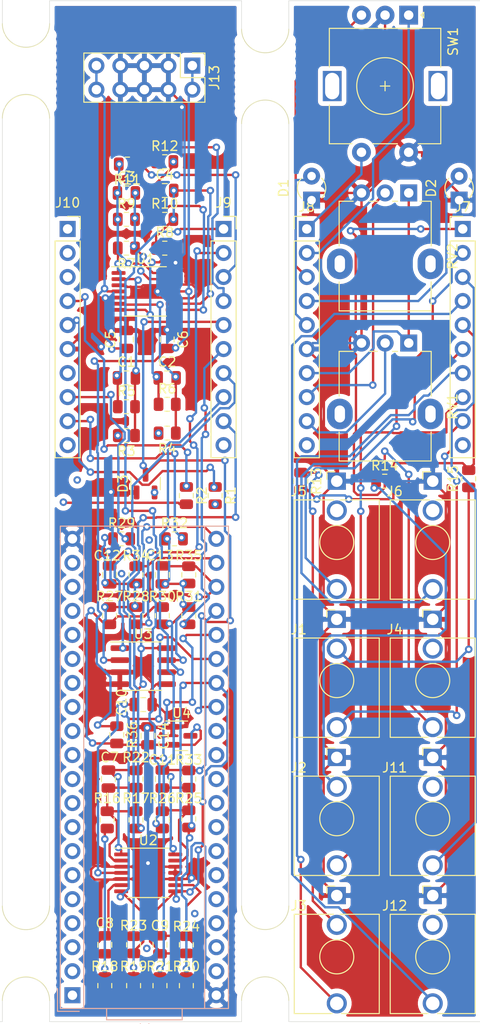
<source format=kicad_pcb>
(kicad_pcb (version 20171130) (host pcbnew "(5.1.12-1-10_14)")
  (layers (0 F.Cu signal) (1 In1.Cu signal) (2 In2.Cu signal) (31 B.Cu signal) (34 B.Paste user hide) (35 F.Paste user) (36 B.SilkS user hide) (37 F.SilkS user hide) (38 B.Mask user hide) (39 F.Mask user hide) (44 Edge.Cuts user hide))
  (net 0 "")
  (net 1 "Net-(C1-Pad2)")
  (net 2 "Net-(C1-Pad1)")
  (net 3 "Net-(C2-Pad2)")
  (net 4 "Net-(C2-Pad1)")
  (net 5 "Net-(C3-Pad2)")
  (net 6 "Net-(C3-Pad1)")
  (net 7 "Net-(C4-Pad2)")
  (net 8 "Net-(C4-Pad1)")
  (net 9 GND)
  (net 10 +12V)
  (net 11 -12V)
  (net 12 "Net-(C7-Pad2)")
  (net 13 PITCH_1_CTRL)
  (net 14 "Net-(C8-Pad2)")
  (net 15 PITCH_2_CTRL)
  (net 16 "Net-(C9-Pad2)")
  (net 17 PITCH_3_CTRL)
  (net 18 +3.3VA)
  (net 19 "Net-(C11-Pad2)")
  (net 20 FM_CTRL)
  (net 21 "Net-(C12-Pad2)")
  (net 22 DETUNE_CTRL)
  (net 23 "Net-(C13-Pad2)")
  (net 24 SHAPE_CTRL)
  (net 25 -10V_REF)
  (net 26 TO_NOTE_LED)
  (net 27 GND_FROM_HEADER)
  (net 28 TO_ALT_LED)
  (net 29 NORMALIZATION_PROBE)
  (net 30 +3V3)
  (net 31 JACK_PITCH_1)
  (net 32 "Net-(J1-PadTN)")
  (net 33 JACK_PITCH_2)
  (net 34 "Net-(J2-PadTN)")
  (net 35 JACK_PITCH_3)
  (net 36 "Net-(J3-PadTN)")
  (net 37 JACK_FM)
  (net 38 "Net-(J4-PadTN)")
  (net 39 JACK_DETUNE)
  (net 40 "Net-(J5-PadTN)")
  (net 41 JACK_SHAPE)
  (net 42 "Net-(J6-PadTN)")
  (net 43 "Net-(J7-Pad10)")
  (net 44 PROBE_FROM_HEADER)
  (net 45 AUDIO_R_FROM_HEADER)
  (net 46 AUDIO_L_FROM_HEADER)
  (net 47 "Net-(J8-Pad10)")
  (net 48 SHAPE_FROM_KNOB)
  (net 49 DETUNE_FROM_KNOB)
  (net 50 3V3_FROM_HEADER)
  (net 51 B_FROM_ENC)
  (net 52 A_FROM_ENC)
  (net 53 CLICK_FROM_ENC)
  (net 54 "Net-(J9-Pad10)")
  (net 55 BOARD_PITCH_1)
  (net 56 BOARD_PITCH_2)
  (net 57 BOARD_PITCH_3)
  (net 58 BOARD_SHAPE)
  (net 59 AUDIO_R_TO_HEADER)
  (net 60 AUDIO_L_TO_HEADER)
  (net 61 BOARD_DETUNE)
  (net 62 BOARD_FM)
  (net 63 "Net-(J10-Pad10)")
  (net 64 BOARD_KNOB_SHAPE)
  (net 65 BOARD_KNOB_DETUNE)
  (net 66 NOTE_LED_FROM_DAISY)
  (net 67 ALT_LED_FROM_DAISY)
  (net 68 ENC_B)
  (net 69 ENC_A)
  (net 70 ENC_CLICK)
  (net 71 "Net-(J11-PadTN)")
  (net 72 "Net-(J12-PadTN)")
  (net 73 "Net-(A1-Pad5)")
  (net 74 "Net-(A1-Pad4)")
  (net 75 AUDIO_OUT_L)
  (net 76 AUDIO_OUT_R)
  (net 77 "Net-(A1-Pad2)")
  (net 78 "Net-(A1-Pad3)")
  (net 79 "Net-(A1-Pad6)")
  (net 80 "Net-(A1-Pad7)")
  (net 81 "Net-(A1-Pad8)")
  (net 82 "Net-(A1-Pad9)")
  (net 83 "Net-(A1-Pad10)")
  (net 84 "Net-(A1-Pad11)")
  (net 85 "Net-(A1-Pad14)")
  (net 86 "Net-(A1-Pad15)")
  (net 87 "Net-(A1-Pad16)")
  (net 88 "Net-(A1-Pad17)")
  (net 89 "Net-(A1-Pad29)")
  (net 90 "Net-(A1-Pad30)")
  (net 91 "Net-(A1-Pad31)")
  (net 92 "Net-(A1-Pad32)")
  (net 93 "Net-(A1-Pad33)")
  (net 94 "Net-(A1-Pad34)")
  (net 95 "Net-(A1-Pad35)")
  (net 96 "Net-(A1-Pad36)")
  (net 97 "Net-(A1-Pad37)")
  (net 98 +5V)
  (module Panelization:mouse-bite-5mm-slot (layer F.Cu) (at 105.88 91.45 90)
    (fp_text reference mouse-bite-5mm-slot hide)
    (fp_text value VAL** hide)
    (pad "" np_thru_hole circle (at 1.5 -2.5 90) (size 0.5 0.5) (drill 0.5) (layers *.Cu *.Mask))
    (pad "" np_thru_hole circle (at -3.75 -2.5 90) (size 0.5 0.5) (drill 0.5) (layers *.Cu *.Mask))
    (pad "" np_thru_hole circle (at 0 -2.5 90) (size 0.5 0.5) (drill 0.5) (layers *.Cu *.Mask))
    (pad "" np_thru_hole circle (at -1.5 -2.5 90) (size 0.5 0.5) (drill 0.5) (layers *.Cu *.Mask))
    (pad "" np_thru_hole circle (at -2.25 -2.5 90) (size 0.5 0.5) (drill 0.5) (layers *.Cu *.Mask))
    (pad "" np_thru_hole circle (at 2.25 -2.5 90) (size 0.5 0.5) (drill 0.5) (layers *.Cu *.Mask))
    (pad "" np_thru_hole circle (at -0.75 -2.5 90) (size 0.5 0.5) (drill 0.5) (layers *.Cu *.Mask))
    (pad "" np_thru_hole circle (at -3 -2.5 90) (size 0.5 0.5) (drill 0.5) (layers *.Cu *.Mask))
    (pad "" np_thru_hole circle (at -3 -2.5 90) (size 0.5 0.5) (drill 0.5) (layers *.Cu *.Mask))
    (pad "" np_thru_hole circle (at 3 -2.5 90) (size 0.5 0.5) (drill 0.5) (layers *.Cu *.Mask))
    (pad "" np_thru_hole circle (at 0.75 -2.5 90) (size 0.5 0.5) (drill 0.5) (layers *.Cu *.Mask))
    (pad "" np_thru_hole circle (at 3.75 -2.5 90) (size 0.5 0.5) (drill 0.5) (layers *.Cu *.Mask))
    (pad "" np_thru_hole circle (at 3.75 2.5 90) (size 0.5 0.5) (drill 0.5) (layers *.Cu *.Mask))
    (pad "" np_thru_hole circle (at -3 2.5 90) (size 0.5 0.5) (drill 0.5) (layers *.Cu *.Mask))
    (pad "" np_thru_hole circle (at -3 2.5 90) (size 0.5 0.5) (drill 0.5) (layers *.Cu *.Mask))
    (pad "" np_thru_hole circle (at -0.75 2.5 90) (size 0.5 0.5) (drill 0.5) (layers *.Cu *.Mask))
    (pad "" np_thru_hole circle (at 2.25 2.5 90) (size 0.5 0.5) (drill 0.5) (layers *.Cu *.Mask))
    (pad "" np_thru_hole circle (at -2.25 2.5 90) (size 0.5 0.5) (drill 0.5) (layers *.Cu *.Mask))
    (pad "" np_thru_hole circle (at -1.5 2.5 90) (size 0.5 0.5) (drill 0.5) (layers *.Cu *.Mask))
    (pad "" np_thru_hole circle (at 0 2.5 90) (size 0.5 0.5) (drill 0.5) (layers *.Cu *.Mask))
    (pad "" np_thru_hole circle (at 0.75 2.5 90) (size 0.5 0.5) (drill 0.5) (layers *.Cu *.Mask))
    (pad "" np_thru_hole circle (at -3.75 2.5 90) (size 0.5 0.5) (drill 0.5) (layers *.Cu *.Mask))
    (pad "" np_thru_hole circle (at 3 2.5 90) (size 0.5 0.5) (drill 0.5) (layers *.Cu *.Mask))
    (pad "" np_thru_hole circle (at 1.5 2.5 90) (size 0.5 0.5) (drill 0.5) (layers *.Cu *.Mask))
  )
  (module Panelization:mouse-bite-5mm-slot (layer F.Cu) (at 105.88 184.16 90)
    (fp_text reference mouse-bite-5mm-slot hide)
    (fp_text value VAL** hide)
    (pad "" np_thru_hole circle (at 1.5 2.5 90) (size 0.5 0.5) (drill 0.5) (layers *.Cu *.Mask))
    (pad "" np_thru_hole circle (at 3 2.5 90) (size 0.5 0.5) (drill 0.5) (layers *.Cu *.Mask))
    (pad "" np_thru_hole circle (at -3.75 2.5 90) (size 0.5 0.5) (drill 0.5) (layers *.Cu *.Mask))
    (pad "" np_thru_hole circle (at 0.75 2.5 90) (size 0.5 0.5) (drill 0.5) (layers *.Cu *.Mask))
    (pad "" np_thru_hole circle (at 0 2.5 90) (size 0.5 0.5) (drill 0.5) (layers *.Cu *.Mask))
    (pad "" np_thru_hole circle (at -1.5 2.5 90) (size 0.5 0.5) (drill 0.5) (layers *.Cu *.Mask))
    (pad "" np_thru_hole circle (at -2.25 2.5 90) (size 0.5 0.5) (drill 0.5) (layers *.Cu *.Mask))
    (pad "" np_thru_hole circle (at 2.25 2.5 90) (size 0.5 0.5) (drill 0.5) (layers *.Cu *.Mask))
    (pad "" np_thru_hole circle (at -0.75 2.5 90) (size 0.5 0.5) (drill 0.5) (layers *.Cu *.Mask))
    (pad "" np_thru_hole circle (at -3 2.5 90) (size 0.5 0.5) (drill 0.5) (layers *.Cu *.Mask))
    (pad "" np_thru_hole circle (at -3 2.5 90) (size 0.5 0.5) (drill 0.5) (layers *.Cu *.Mask))
    (pad "" np_thru_hole circle (at 3.75 2.5 90) (size 0.5 0.5) (drill 0.5) (layers *.Cu *.Mask))
    (pad "" np_thru_hole circle (at 3.75 -2.5 90) (size 0.5 0.5) (drill 0.5) (layers *.Cu *.Mask))
    (pad "" np_thru_hole circle (at 0.75 -2.5 90) (size 0.5 0.5) (drill 0.5) (layers *.Cu *.Mask))
    (pad "" np_thru_hole circle (at 3 -2.5 90) (size 0.5 0.5) (drill 0.5) (layers *.Cu *.Mask))
    (pad "" np_thru_hole circle (at -3 -2.5 90) (size 0.5 0.5) (drill 0.5) (layers *.Cu *.Mask))
    (pad "" np_thru_hole circle (at -3 -2.5 90) (size 0.5 0.5) (drill 0.5) (layers *.Cu *.Mask))
    (pad "" np_thru_hole circle (at -0.75 -2.5 90) (size 0.5 0.5) (drill 0.5) (layers *.Cu *.Mask))
    (pad "" np_thru_hole circle (at 2.25 -2.5 90) (size 0.5 0.5) (drill 0.5) (layers *.Cu *.Mask))
    (pad "" np_thru_hole circle (at -2.25 -2.5 90) (size 0.5 0.5) (drill 0.5) (layers *.Cu *.Mask))
    (pad "" np_thru_hole circle (at -1.5 -2.5 90) (size 0.5 0.5) (drill 0.5) (layers *.Cu *.Mask))
    (pad "" np_thru_hole circle (at 0 -2.5 90) (size 0.5 0.5) (drill 0.5) (layers *.Cu *.Mask))
    (pad "" np_thru_hole circle (at -3.75 -2.5 90) (size 0.5 0.5) (drill 0.5) (layers *.Cu *.Mask))
    (pad "" np_thru_hole circle (at 1.5 -2.5 90) (size 0.5 0.5) (drill 0.5) (layers *.Cu *.Mask))
  )
  (module Panelization:mouse-bite-5mm-slot (layer F.Cu) (at 80.55 184.17 90)
    (fp_text reference mouse-bite-5mm-slot hide)
    (fp_text value VAL** hide)
    (pad "" np_thru_hole circle (at 1.5 -2.5 90) (size 0.5 0.5) (drill 0.5) (layers *.Cu *.Mask))
    (pad "" np_thru_hole circle (at -3.75 -2.5 90) (size 0.5 0.5) (drill 0.5) (layers *.Cu *.Mask))
    (pad "" np_thru_hole circle (at 0 -2.5 90) (size 0.5 0.5) (drill 0.5) (layers *.Cu *.Mask))
    (pad "" np_thru_hole circle (at -1.5 -2.5 90) (size 0.5 0.5) (drill 0.5) (layers *.Cu *.Mask))
    (pad "" np_thru_hole circle (at -2.25 -2.5 90) (size 0.5 0.5) (drill 0.5) (layers *.Cu *.Mask))
    (pad "" np_thru_hole circle (at 2.25 -2.5 90) (size 0.5 0.5) (drill 0.5) (layers *.Cu *.Mask))
    (pad "" np_thru_hole circle (at -0.75 -2.5 90) (size 0.5 0.5) (drill 0.5) (layers *.Cu *.Mask))
    (pad "" np_thru_hole circle (at -3 -2.5 90) (size 0.5 0.5) (drill 0.5) (layers *.Cu *.Mask))
    (pad "" np_thru_hole circle (at -3 -2.5 90) (size 0.5 0.5) (drill 0.5) (layers *.Cu *.Mask))
    (pad "" np_thru_hole circle (at 3 -2.5 90) (size 0.5 0.5) (drill 0.5) (layers *.Cu *.Mask))
    (pad "" np_thru_hole circle (at 0.75 -2.5 90) (size 0.5 0.5) (drill 0.5) (layers *.Cu *.Mask))
    (pad "" np_thru_hole circle (at 3.75 -2.5 90) (size 0.5 0.5) (drill 0.5) (layers *.Cu *.Mask))
    (pad "" np_thru_hole circle (at 3.75 2.5 90) (size 0.5 0.5) (drill 0.5) (layers *.Cu *.Mask))
    (pad "" np_thru_hole circle (at -3 2.5 90) (size 0.5 0.5) (drill 0.5) (layers *.Cu *.Mask))
    (pad "" np_thru_hole circle (at -3 2.5 90) (size 0.5 0.5) (drill 0.5) (layers *.Cu *.Mask))
    (pad "" np_thru_hole circle (at -0.75 2.5 90) (size 0.5 0.5) (drill 0.5) (layers *.Cu *.Mask))
    (pad "" np_thru_hole circle (at 2.25 2.5 90) (size 0.5 0.5) (drill 0.5) (layers *.Cu *.Mask))
    (pad "" np_thru_hole circle (at -2.25 2.5 90) (size 0.5 0.5) (drill 0.5) (layers *.Cu *.Mask))
    (pad "" np_thru_hole circle (at -1.5 2.5 90) (size 0.5 0.5) (drill 0.5) (layers *.Cu *.Mask))
    (pad "" np_thru_hole circle (at 0 2.5 90) (size 0.5 0.5) (drill 0.5) (layers *.Cu *.Mask))
    (pad "" np_thru_hole circle (at 0.75 2.5 90) (size 0.5 0.5) (drill 0.5) (layers *.Cu *.Mask))
    (pad "" np_thru_hole circle (at -3.75 2.5 90) (size 0.5 0.5) (drill 0.5) (layers *.Cu *.Mask))
    (pad "" np_thru_hole circle (at 3 2.5 90) (size 0.5 0.5) (drill 0.5) (layers *.Cu *.Mask))
    (pad "" np_thru_hole circle (at 1.5 2.5 90) (size 0.5 0.5) (drill 0.5) (layers *.Cu *.Mask))
  )
  (module Panelization:mouse-bite-5mm-slot (layer F.Cu) (at 80.55 90.87 90)
    (fp_text reference mouse-bite-5mm-slot hide)
    (fp_text value VAL** hide)
    (pad "" np_thru_hole circle (at 1.5 2.5 90) (size 0.5 0.5) (drill 0.5) (layers *.Cu *.Mask))
    (pad "" np_thru_hole circle (at 3 2.5 90) (size 0.5 0.5) (drill 0.5) (layers *.Cu *.Mask))
    (pad "" np_thru_hole circle (at -3.75 2.5 90) (size 0.5 0.5) (drill 0.5) (layers *.Cu *.Mask))
    (pad "" np_thru_hole circle (at 0.75 2.5 90) (size 0.5 0.5) (drill 0.5) (layers *.Cu *.Mask))
    (pad "" np_thru_hole circle (at 0 2.5 90) (size 0.5 0.5) (drill 0.5) (layers *.Cu *.Mask))
    (pad "" np_thru_hole circle (at -1.5 2.5 90) (size 0.5 0.5) (drill 0.5) (layers *.Cu *.Mask))
    (pad "" np_thru_hole circle (at -2.25 2.5 90) (size 0.5 0.5) (drill 0.5) (layers *.Cu *.Mask))
    (pad "" np_thru_hole circle (at 2.25 2.5 90) (size 0.5 0.5) (drill 0.5) (layers *.Cu *.Mask))
    (pad "" np_thru_hole circle (at -0.75 2.5 90) (size 0.5 0.5) (drill 0.5) (layers *.Cu *.Mask))
    (pad "" np_thru_hole circle (at -3 2.5 90) (size 0.5 0.5) (drill 0.5) (layers *.Cu *.Mask))
    (pad "" np_thru_hole circle (at -3 2.5 90) (size 0.5 0.5) (drill 0.5) (layers *.Cu *.Mask))
    (pad "" np_thru_hole circle (at 3.75 2.5 90) (size 0.5 0.5) (drill 0.5) (layers *.Cu *.Mask))
    (pad "" np_thru_hole circle (at 3.75 -2.5 90) (size 0.5 0.5) (drill 0.5) (layers *.Cu *.Mask))
    (pad "" np_thru_hole circle (at 0.75 -2.5 90) (size 0.5 0.5) (drill 0.5) (layers *.Cu *.Mask))
    (pad "" np_thru_hole circle (at 3 -2.5 90) (size 0.5 0.5) (drill 0.5) (layers *.Cu *.Mask))
    (pad "" np_thru_hole circle (at -3 -2.5 90) (size 0.5 0.5) (drill 0.5) (layers *.Cu *.Mask))
    (pad "" np_thru_hole circle (at -3 -2.5 90) (size 0.5 0.5) (drill 0.5) (layers *.Cu *.Mask))
    (pad "" np_thru_hole circle (at -0.75 -2.5 90) (size 0.5 0.5) (drill 0.5) (layers *.Cu *.Mask))
    (pad "" np_thru_hole circle (at 2.25 -2.5 90) (size 0.5 0.5) (drill 0.5) (layers *.Cu *.Mask))
    (pad "" np_thru_hole circle (at -2.25 -2.5 90) (size 0.5 0.5) (drill 0.5) (layers *.Cu *.Mask))
    (pad "" np_thru_hole circle (at -1.5 -2.5 90) (size 0.5 0.5) (drill 0.5) (layers *.Cu *.Mask))
    (pad "" np_thru_hole circle (at 0 -2.5 90) (size 0.5 0.5) (drill 0.5) (layers *.Cu *.Mask))
    (pad "" np_thru_hole circle (at -3.75 -2.5 90) (size 0.5 0.5) (drill 0.5) (layers *.Cu *.Mask))
    (pad "" np_thru_hole circle (at 1.5 -2.5 90) (size 0.5 0.5) (drill 0.5) (layers *.Cu *.Mask))
  )
  (module LED_THT:LED_D3.0mm (layer F.Cu) (at 110.793 104.532 90)
    (fp_text reference D1 (at 1.27 -2.96 90) (layer F.SilkS))
    (fp_text value LED)
    (pad 2 thru_hole circle (at 2.54 0 90) (size 1.8 1.8) (drill 0.9) (layers *.Cu *.Mask) (net 26 TO_NOTE_LED))
    (pad 1 thru_hole rect (at 0 0 90) (size 1.8 1.8) (drill 0.9) (layers *.Cu *.Mask) (net 27 GND_FROM_HEADER))
  )
  (module Rotary_Encoder:RotaryEncoder_Alps_EC11E-Switch_Vertical_H20mm (layer F.Cu) (at 121.072783 84.96961 270)
    (fp_text reference SW1 (at 2.8 -4.7 270) (layer F.SilkS))
    (fp_text value Rotary_Encoder_Switch)
    (pad A thru_hole rect (at 0 0 270) (size 2 2) (drill 1) (layers *.Cu *.Mask) (net 52 A_FROM_ENC))
    (pad C thru_hole circle (at 0 2.5 270) (size 2 2) (drill 1) (layers *.Cu *.Mask) (net 27 GND_FROM_HEADER))
    (pad B thru_hole circle (at 0 5 270) (size 2 2) (drill 1) (layers *.Cu *.Mask) (net 51 B_FROM_ENC))
    (pad MP thru_hole rect (at 7.5 -3.1 270) (size 3.2 2) (drill oval 2.8 1.5) (layers *.Cu *.Mask))
    (pad MP thru_hole rect (at 7.5 8.1 270) (size 3.2 2) (drill oval 2.8 1.5) (layers *.Cu *.Mask))
    (pad S2 thru_hole circle (at 14.5 0 270) (size 2 2) (drill 1) (layers *.Cu *.Mask) (net 27 GND_FROM_HEADER))
    (pad S1 thru_hole circle (at 14.5 5 270) (size 2 2) (drill 1) (layers *.Cu *.Mask) (net 53 CLICK_FROM_ENC))
  )
  (module LED_THT:LED_D3.0mm (layer F.Cu) (at 126.414 104.532 90)
    (fp_text reference D2 (at 1.27 -2.96 90) (layer F.SilkS))
    (fp_text value LED)
    (pad 2 thru_hole circle (at 2.54 0 90) (size 1.8 1.8) (drill 0.9) (layers *.Cu *.Mask) (net 28 TO_ALT_LED))
    (pad 1 thru_hole rect (at 0 0 90) (size 1.8 1.8) (drill 0.9) (layers *.Cu *.Mask) (net 27 GND_FROM_HEADER))
  )
  (module Package_SO:TSSOP-14_4.4x5mm_P0.65mm (layer F.Cu) (at 93.495 175.665)
    (fp_text reference U2 (at 0 -3.45) (layer F.SilkS))
    (fp_text value MCP6004)
    (pad 14 smd roundrect (at 2.8625 -1.95) (size 1.475 0.4) (layers F.Cu F.Paste F.Mask) (net 20 FM_CTRL))
    (pad 13 smd roundrect (at 2.8625 -1.3) (size 1.475 0.4) (layers F.Cu F.Paste F.Mask) (net 19 "Net-(C11-Pad2)"))
    (pad 12 smd roundrect (at 2.8625 -0.65) (size 1.475 0.4) (layers F.Cu F.Paste F.Mask) (net 9 GND))
    (pad 11 smd roundrect (at 2.8625 0) (size 1.475 0.4) (layers F.Cu F.Paste F.Mask) (net 9 GND))
    (pad 10 smd roundrect (at 2.8625 0.65) (size 1.475 0.4) (layers F.Cu F.Paste F.Mask) (net 9 GND))
    (pad 9 smd roundrect (at 2.8625 1.3) (size 1.475 0.4) (layers F.Cu F.Paste F.Mask) (net 16 "Net-(C9-Pad2)"))
    (pad 8 smd roundrect (at 2.8625 1.95) (size 1.475 0.4) (layers F.Cu F.Paste F.Mask) (net 17 PITCH_3_CTRL))
    (pad 7 smd roundrect (at -2.8625 1.95) (size 1.475 0.4) (layers F.Cu F.Paste F.Mask) (net 15 PITCH_2_CTRL))
    (pad 6 smd roundrect (at -2.8625 1.3) (size 1.475 0.4) (layers F.Cu F.Paste F.Mask) (net 14 "Net-(C8-Pad2)"))
    (pad 5 smd roundrect (at -2.8625 0.65) (size 1.475 0.4) (layers F.Cu F.Paste F.Mask) (net 9 GND))
    (pad 4 smd roundrect (at -2.8625 0) (size 1.475 0.4) (layers F.Cu F.Paste F.Mask) (net 18 +3.3VA))
    (pad 3 smd roundrect (at -2.8625 -0.65) (size 1.475 0.4) (layers F.Cu F.Paste F.Mask) (net 9 GND))
    (pad 2 smd roundrect (at -2.8625 -1.3) (size 1.475 0.4) (layers F.Cu F.Paste F.Mask) (net 12 "Net-(C7-Pad2)"))
    (pad 1 smd roundrect (at -2.8625 -1.95) (size 1.475 0.4) (layers F.Cu F.Paste F.Mask) (net 13 PITCH_1_CTRL))
  )
  (module Package_SO:TSSOP-14_4.4x5mm_P0.65mm (layer F.Cu) (at 93.216 114.184)
    (fp_text reference U1 (at 0 -3.45) (layer F.SilkS))
    (fp_text value TL074)
    (pad 14 smd roundrect (at 2.8625 -1.95) (size 1.475 0.4) (layers F.Cu F.Paste F.Mask) (net 6 "Net-(C3-Pad1)"))
    (pad 13 smd roundrect (at 2.8625 -1.3) (size 1.475 0.4) (layers F.Cu F.Paste F.Mask) (net 5 "Net-(C3-Pad2)"))
    (pad 12 smd roundrect (at 2.8625 -0.65) (size 1.475 0.4) (layers F.Cu F.Paste F.Mask) (net 9 GND))
    (pad 11 smd roundrect (at 2.8625 0) (size 1.475 0.4) (layers F.Cu F.Paste F.Mask) (net 11 -12V))
    (pad 10 smd roundrect (at 2.8625 0.65) (size 1.475 0.4) (layers F.Cu F.Paste F.Mask) (net 9 GND))
    (pad 9 smd roundrect (at 2.8625 1.3) (size 1.475 0.4) (layers F.Cu F.Paste F.Mask) (net 7 "Net-(C4-Pad2)"))
    (pad 8 smd roundrect (at 2.8625 1.95) (size 1.475 0.4) (layers F.Cu F.Paste F.Mask) (net 8 "Net-(C4-Pad1)"))
    (pad 7 smd roundrect (at -2.8625 1.95) (size 1.475 0.4) (layers F.Cu F.Paste F.Mask) (net 4 "Net-(C2-Pad1)"))
    (pad 6 smd roundrect (at -2.8625 1.3) (size 1.475 0.4) (layers F.Cu F.Paste F.Mask) (net 3 "Net-(C2-Pad2)"))
    (pad 5 smd roundrect (at -2.8625 0.65) (size 1.475 0.4) (layers F.Cu F.Paste F.Mask) (net 9 GND))
    (pad 4 smd roundrect (at -2.8625 0) (size 1.475 0.4) (layers F.Cu F.Paste F.Mask) (net 10 +12V))
    (pad 3 smd roundrect (at -2.8625 -0.65) (size 1.475 0.4) (layers F.Cu F.Paste F.Mask) (net 9 GND))
    (pad 2 smd roundrect (at -2.8625 -1.3) (size 1.475 0.4) (layers F.Cu F.Paste F.Mask) (net 1 "Net-(C1-Pad2)"))
    (pad 1 smd roundrect (at -2.8625 -1.95) (size 1.475 0.4) (layers F.Cu F.Paste F.Mask) (net 2 "Net-(C1-Pad1)"))
  )
  (module Connector_PinHeader_2.54mm:PinHeader_2x05_P2.54mm_Vertical (layer F.Cu) (at 98.169 90.308 270)
    (fp_text reference J13 (at 1.27 -2.33 90) (layer F.SilkS))
    (fp_text value conn)
    (pad 10 thru_hole oval (at 2.54 10.16 270) (size 1.7 1.7) (drill 1) (layers *.Cu *.Mask) (net 10 +12V))
    (pad 9 thru_hole oval (at 0 10.16 270) (size 1.7 1.7) (drill 1) (layers *.Cu *.Mask) (net 10 +12V))
    (pad 8 thru_hole oval (at 2.54 7.62 270) (size 1.7 1.7) (drill 1) (layers *.Cu *.Mask) (net 9 GND))
    (pad 7 thru_hole oval (at 0 7.62 270) (size 1.7 1.7) (drill 1) (layers *.Cu *.Mask) (net 9 GND))
    (pad 6 thru_hole oval (at 2.54 5.08 270) (size 1.7 1.7) (drill 1) (layers *.Cu *.Mask) (net 9 GND))
    (pad 5 thru_hole oval (at 0 5.08 270) (size 1.7 1.7) (drill 1) (layers *.Cu *.Mask) (net 9 GND))
    (pad 4 thru_hole oval (at 2.54 2.54 270) (size 1.7 1.7) (drill 1) (layers *.Cu *.Mask) (net 9 GND))
    (pad 3 thru_hole oval (at 0 2.54 270) (size 1.7 1.7) (drill 1) (layers *.Cu *.Mask) (net 9 GND))
    (pad 2 thru_hole oval (at 2.54 0 270) (size 1.7 1.7) (drill 1) (layers *.Cu *.Mask) (net 11 -12V))
    (pad 1 thru_hole rect (at 0 0 270) (size 1.7 1.7) (drill 1) (layers *.Cu *.Mask) (net 11 -12V))
  )
  (module Package_SO:SOIC-8_3.9x4.9mm_P1.27mm (layer F.Cu) (at 92.962 153.808)
    (fp_text reference U3 (at 0 -3.4) (layer F.SilkS))
    (fp_text value MCP6002)
    (pad 8 smd roundrect (at 2.475 -1.905) (size 1.95 0.6) (layers F.Cu F.Paste F.Mask) (net 18 +3.3VA))
    (pad 7 smd roundrect (at 2.475 -0.635) (size 1.95 0.6) (layers F.Cu F.Paste F.Mask) (net 24 SHAPE_CTRL))
    (pad 6 smd roundrect (at 2.475 0.635) (size 1.95 0.6) (layers F.Cu F.Paste F.Mask) (net 23 "Net-(C13-Pad2)"))
    (pad 5 smd roundrect (at 2.475 1.905) (size 1.95 0.6) (layers F.Cu F.Paste F.Mask) (net 9 GND))
    (pad 4 smd roundrect (at -2.475 1.905) (size 1.95 0.6) (layers F.Cu F.Paste F.Mask) (net 9 GND))
    (pad 3 smd roundrect (at -2.475 0.635) (size 1.95 0.6) (layers F.Cu F.Paste F.Mask) (net 9 GND))
    (pad 2 smd roundrect (at -2.475 -0.635) (size 1.95 0.6) (layers F.Cu F.Paste F.Mask) (net 21 "Net-(C12-Pad2)"))
    (pad 1 smd roundrect (at -2.475 -1.905) (size 1.95 0.6) (layers F.Cu F.Paste F.Mask) (net 22 DETUNE_CTRL))
  )
  (module Connector_PinSocket_2.54mm:PinSocket_1x10_P2.54mm_Vertical (layer F.Cu) (at 84.961 107.58)
    (fp_text reference J10 (at 0 -2.77) (layer F.SilkS))
    (fp_text value BOARD_CONN_2)
    (pad 10 thru_hole oval (at 0 22.86) (size 1.7 1.7) (drill 1) (layers *.Cu *.Mask) (net 63 "Net-(J10-Pad10)"))
    (pad 9 thru_hole oval (at 0 20.32) (size 1.7 1.7) (drill 1) (layers *.Cu *.Mask) (net 64 BOARD_KNOB_SHAPE))
    (pad 8 thru_hole oval (at 0 17.78) (size 1.7 1.7) (drill 1) (layers *.Cu *.Mask) (net 65 BOARD_KNOB_DETUNE))
    (pad 7 thru_hole oval (at 0 15.24) (size 1.7 1.7) (drill 1) (layers *.Cu *.Mask) (net 30 +3V3))
    (pad 6 thru_hole oval (at 0 12.7) (size 1.7 1.7) (drill 1) (layers *.Cu *.Mask) (net 9 GND))
    (pad 5 thru_hole oval (at 0 10.16) (size 1.7 1.7) (drill 1) (layers *.Cu *.Mask) (net 66 NOTE_LED_FROM_DAISY))
    (pad 4 thru_hole oval (at 0 7.62) (size 1.7 1.7) (drill 1) (layers *.Cu *.Mask) (net 67 ALT_LED_FROM_DAISY))
    (pad 3 thru_hole oval (at 0 5.08) (size 1.7 1.7) (drill 1) (layers *.Cu *.Mask) (net 68 ENC_B))
    (pad 2 thru_hole oval (at 0 2.54) (size 1.7 1.7) (drill 1) (layers *.Cu *.Mask) (net 69 ENC_A))
    (pad 1 thru_hole rect (at 0 0) (size 1.7 1.7) (drill 1) (layers *.Cu *.Mask) (net 70 ENC_CLICK))
  )
  (module Connector_PinSocket_2.54mm:PinSocket_1x10_P2.54mm_Vertical (layer F.Cu) (at 101.471 107.58)
    (fp_text reference J9 (at 0 -2.77) (layer F.SilkS))
    (fp_text value BOARD_CONN_1)
    (pad 10 thru_hole oval (at 0 22.86) (size 1.7 1.7) (drill 1) (layers *.Cu *.Mask) (net 54 "Net-(J9-Pad10)"))
    (pad 9 thru_hole oval (at 0 20.32) (size 1.7 1.7) (drill 1) (layers *.Cu *.Mask) (net 55 BOARD_PITCH_1))
    (pad 8 thru_hole oval (at 0 17.78) (size 1.7 1.7) (drill 1) (layers *.Cu *.Mask) (net 56 BOARD_PITCH_2))
    (pad 7 thru_hole oval (at 0 15.24) (size 1.7 1.7) (drill 1) (layers *.Cu *.Mask) (net 57 BOARD_PITCH_3))
    (pad 6 thru_hole oval (at 0 12.7) (size 1.7 1.7) (drill 1) (layers *.Cu *.Mask) (net 58 BOARD_SHAPE))
    (pad 5 thru_hole oval (at 0 10.16) (size 1.7 1.7) (drill 1) (layers *.Cu *.Mask) (net 29 NORMALIZATION_PROBE))
    (pad 4 thru_hole oval (at 0 7.62) (size 1.7 1.7) (drill 1) (layers *.Cu *.Mask) (net 59 AUDIO_R_TO_HEADER))
    (pad 3 thru_hole oval (at 0 5.08) (size 1.7 1.7) (drill 1) (layers *.Cu *.Mask) (net 60 AUDIO_L_TO_HEADER))
    (pad 2 thru_hole oval (at 0 2.54) (size 1.7 1.7) (drill 1) (layers *.Cu *.Mask) (net 61 BOARD_DETUNE))
    (pad 1 thru_hole rect (at 0 0) (size 1.7 1.7) (drill 1) (layers *.Cu *.Mask) (net 62 BOARD_FM))
  )
  (module Connector_PinHeader_2.54mm:PinHeader_1x10_P2.54mm_Vertical (layer F.Cu) (at 110.285 107.58)
    (fp_text reference J8 (at 0 -2.33) (layer F.SilkS))
    (fp_text value PANEL_HEADER_2)
    (pad 10 thru_hole oval (at 0 22.86) (size 1.7 1.7) (drill 1) (layers *.Cu *.Mask) (net 47 "Net-(J8-Pad10)"))
    (pad 9 thru_hole oval (at 0 20.32) (size 1.7 1.7) (drill 1) (layers *.Cu *.Mask) (net 48 SHAPE_FROM_KNOB))
    (pad 8 thru_hole oval (at 0 17.78) (size 1.7 1.7) (drill 1) (layers *.Cu *.Mask) (net 49 DETUNE_FROM_KNOB))
    (pad 7 thru_hole oval (at 0 15.24) (size 1.7 1.7) (drill 1) (layers *.Cu *.Mask) (net 50 3V3_FROM_HEADER))
    (pad 6 thru_hole oval (at 0 12.7) (size 1.7 1.7) (drill 1) (layers *.Cu *.Mask) (net 27 GND_FROM_HEADER))
    (pad 5 thru_hole oval (at 0 10.16) (size 1.7 1.7) (drill 1) (layers *.Cu *.Mask) (net 26 TO_NOTE_LED))
    (pad 4 thru_hole oval (at 0 7.62) (size 1.7 1.7) (drill 1) (layers *.Cu *.Mask) (net 28 TO_ALT_LED))
    (pad 3 thru_hole oval (at 0 5.08) (size 1.7 1.7) (drill 1) (layers *.Cu *.Mask) (net 51 B_FROM_ENC))
    (pad 2 thru_hole oval (at 0 2.54) (size 1.7 1.7) (drill 1) (layers *.Cu *.Mask) (net 52 A_FROM_ENC))
    (pad 1 thru_hole rect (at 0 0) (size 1.7 1.7) (drill 1) (layers *.Cu *.Mask) (net 53 CLICK_FROM_ENC))
  )
  (module Connector_PinHeader_2.54mm:PinHeader_1x10_P2.54mm_Vertical (layer F.Cu) (at 126.795 107.58)
    (fp_text reference J7 (at 0 -2.33) (layer F.SilkS))
    (fp_text value PANEL_HEADER_1)
    (pad 10 thru_hole oval (at 0 22.86) (size 1.7 1.7) (drill 1) (layers *.Cu *.Mask) (net 43 "Net-(J7-Pad10)"))
    (pad 9 thru_hole oval (at 0 20.32) (size 1.7 1.7) (drill 1) (layers *.Cu *.Mask) (net 31 JACK_PITCH_1))
    (pad 8 thru_hole oval (at 0 17.78) (size 1.7 1.7) (drill 1) (layers *.Cu *.Mask) (net 33 JACK_PITCH_2))
    (pad 7 thru_hole oval (at 0 15.24) (size 1.7 1.7) (drill 1) (layers *.Cu *.Mask) (net 35 JACK_PITCH_3))
    (pad 6 thru_hole oval (at 0 12.7) (size 1.7 1.7) (drill 1) (layers *.Cu *.Mask) (net 41 JACK_SHAPE))
    (pad 5 thru_hole oval (at 0 10.16) (size 1.7 1.7) (drill 1) (layers *.Cu *.Mask) (net 44 PROBE_FROM_HEADER))
    (pad 4 thru_hole oval (at 0 7.62) (size 1.7 1.7) (drill 1) (layers *.Cu *.Mask) (net 45 AUDIO_R_FROM_HEADER))
    (pad 3 thru_hole oval (at 0 5.08) (size 1.7 1.7) (drill 1) (layers *.Cu *.Mask) (net 46 AUDIO_L_FROM_HEADER))
    (pad 2 thru_hole oval (at 0 2.54) (size 1.7 1.7) (drill 1) (layers *.Cu *.Mask) (net 39 JACK_DETUNE))
    (pad 1 thru_hole rect (at 0 0) (size 1.7 1.7) (drill 1) (layers *.Cu *.Mask) (net 37 JACK_FM))
  )
  (module Device_Audio_Electrosmith_Daisy_Seed:Device_Audio_Electrosmith_Daisy_Seed (layer B.Cu) (at 85.469 188.606)
    (fp_text reference A1 (at 7.62 3.6) (layer B.SilkS) (effects (justify mirror)))
    (fp_text value Device_Audio_Electrosmith_Daisy_Seed_Rev4)
    (pad 1 thru_hole rect (at 0 0) (size 1.7 1.7) (drill 1) (layers *.Cu *.Mask) (net 70 ENC_CLICK))
    (pad 2 thru_hole circle (at 0 -2.54) (size 1.7 1.7) (drill 1) (layers *.Cu *.Mask) (net 77 "Net-(A1-Pad2)"))
    (pad 3 thru_hole circle (at 0 -5.08) (size 1.7 1.7) (drill 1) (layers *.Cu *.Mask) (net 78 "Net-(A1-Pad3)"))
    (pad 4 thru_hole circle (at 0 -7.62) (size 1.7 1.7) (drill 1) (layers *.Cu *.Mask) (net 74 "Net-(A1-Pad4)"))
    (pad 5 thru_hole circle (at 0 -10.16) (size 1.7 1.7) (drill 1) (layers *.Cu *.Mask) (net 73 "Net-(A1-Pad5)"))
    (pad 6 thru_hole circle (at 0 -12.7) (size 1.7 1.7) (drill 1) (layers *.Cu *.Mask) (net 79 "Net-(A1-Pad6)"))
    (pad 7 thru_hole circle (at 0 -15.24) (size 1.7 1.7) (drill 1) (layers *.Cu *.Mask) (net 80 "Net-(A1-Pad7)"))
    (pad 8 thru_hole circle (at 0 -17.78) (size 1.7 1.7) (drill 1) (layers *.Cu *.Mask) (net 81 "Net-(A1-Pad8)"))
    (pad 9 thru_hole circle (at 0 -20.32) (size 1.7 1.7) (drill 1) (layers *.Cu *.Mask) (net 82 "Net-(A1-Pad9)"))
    (pad 10 thru_hole circle (at 0 -22.86) (size 1.7 1.7) (drill 1) (layers *.Cu *.Mask) (net 83 "Net-(A1-Pad10)"))
    (pad 11 thru_hole circle (at 0 -25.4) (size 1.7 1.7) (drill 1) (layers *.Cu *.Mask) (net 84 "Net-(A1-Pad11)"))
    (pad 12 thru_hole circle (at 0 -27.94) (size 1.7 1.7) (drill 1) (layers *.Cu *.Mask) (net 68 ENC_B))
    (pad 13 thru_hole circle (at 0 -30.48) (size 1.7 1.7) (drill 1) (layers *.Cu *.Mask) (net 69 ENC_A))
    (pad 14 thru_hole circle (at 0 -33.02) (size 1.7 1.7) (drill 1) (layers *.Cu *.Mask) (net 85 "Net-(A1-Pad14)"))
    (pad 15 thru_hole circle (at 0 -35.56) (size 1.7 1.7) (drill 1) (layers *.Cu *.Mask) (net 86 "Net-(A1-Pad15)"))
    (pad 16 thru_hole circle (at 0 -38.1) (size 1.7 1.7) (drill 1) (layers *.Cu *.Mask) (net 87 "Net-(A1-Pad16)"))
    (pad 17 thru_hole circle (at 0 -40.64) (size 1.7 1.7) (drill 1) (layers *.Cu *.Mask) (net 88 "Net-(A1-Pad17)"))
    (pad 18 thru_hole circle (at 0 -43.18) (size 1.7 1.7) (drill 1) (layers *.Cu *.Mask) (net 75 AUDIO_OUT_L))
    (pad 19 thru_hole circle (at 0 -45.72) (size 1.7 1.7) (drill 1) (layers *.Cu *.Mask) (net 76 AUDIO_OUT_R))
    (pad 20 thru_hole circle (at 0 -48.26) (size 1.7 1.7) (drill 1) (layers *.Cu *.Mask) (net 9 GND))
    (pad 21 thru_hole circle (at 15.24 -48.26) (size 1.7 1.7) (drill 1) (layers *.Cu *.Mask) (net 18 +3.3VA))
    (pad 22 thru_hole circle (at 15.24 -45.72) (size 1.7 1.7) (drill 1) (layers *.Cu *.Mask) (net 22 DETUNE_CTRL))
    (pad 23 thru_hole circle (at 15.24 -43.18) (size 1.7 1.7) (drill 1) (layers *.Cu *.Mask) (net 24 SHAPE_CTRL))
    (pad 24 thru_hole circle (at 15.24 -40.64) (size 1.7 1.7) (drill 1) (layers *.Cu *.Mask) (net 20 FM_CTRL))
    (pad 25 thru_hole circle (at 15.24 -38.1) (size 1.7 1.7) (drill 1) (layers *.Cu *.Mask) (net 13 PITCH_1_CTRL))
    (pad 26 thru_hole circle (at 15.24 -35.56) (size 1.7 1.7) (drill 1) (layers *.Cu *.Mask) (net 15 PITCH_2_CTRL))
    (pad 27 thru_hole circle (at 15.24 -33.02) (size 1.7 1.7) (drill 1) (layers *.Cu *.Mask) (net 17 PITCH_3_CTRL))
    (pad 28 thru_hole circle (at 15.24 -30.48) (size 1.7 1.7) (drill 1) (layers *.Cu *.Mask) (net 29 NORMALIZATION_PROBE))
    (pad 29 thru_hole circle (at 15.24 -27.94) (size 1.7 1.7) (drill 1) (layers *.Cu *.Mask) (net 89 "Net-(A1-Pad29)"))
    (pad 30 thru_hole circle (at 15.24 -25.4) (size 1.7 1.7) (drill 1) (layers *.Cu *.Mask) (net 90 "Net-(A1-Pad30)"))
    (pad 31 thru_hole circle (at 15.24 -22.86) (size 1.7 1.7) (drill 1) (layers *.Cu *.Mask) (net 91 "Net-(A1-Pad31)"))
    (pad 32 thru_hole circle (at 15.24 -20.32) (size 1.7 1.7) (drill 1) (layers *.Cu *.Mask) (net 92 "Net-(A1-Pad32)"))
    (pad 33 thru_hole circle (at 15.24 -17.78) (size 1.7 1.7) (drill 1) (layers *.Cu *.Mask) (net 93 "Net-(A1-Pad33)"))
    (pad 34 thru_hole circle (at 15.24 -15.24) (size 1.7 1.7) (drill 1) (layers *.Cu *.Mask) (net 94 "Net-(A1-Pad34)"))
    (pad 35 thru_hole circle (at 15.24 -12.7) (size 1.7 1.7) (drill 1) (layers *.Cu *.Mask) (net 95 "Net-(A1-Pad35)"))
    (pad 36 thru_hole circle (at 15.24 -10.16) (size 1.7 1.7) (drill 1) (layers *.Cu *.Mask) (net 96 "Net-(A1-Pad36)"))
    (pad 37 thru_hole circle (at 15.24 -7.62) (size 1.7 1.7) (drill 1) (layers *.Cu *.Mask) (net 97 "Net-(A1-Pad37)"))
    (pad 38 thru_hole circle (at 15.24 -5.08) (size 1.7 1.7) (drill 1) (layers *.Cu *.Mask) (net 30 +3V3))
    (pad 39 thru_hole circle (at 15.24 -2.54) (size 1.7 1.7) (drill 1) (layers *.Cu *.Mask) (net 98 +5V))
    (pad 40 thru_hole circle (at 15.24 0) (size 1.7 1.7) (drill 1) (layers *.Cu *.Mask) (net 9 GND))
  )
  (module Package_TO_SOT_SMD:SOT-23 (layer F.Cu) (at 97.026 161.174)
    (fp_text reference U4 (at 0 -2.4) (layer F.SilkS))
    (fp_text value LM4040DBZ-10)
    (pad 1 smd roundrect (at -0.9375 -0.95) (size 1.475 0.6) (layers F.Cu F.Paste F.Mask) (net 9 GND))
    (pad 2 smd roundrect (at -0.9375 0.95) (size 1.475 0.6) (layers F.Cu F.Paste F.Mask) (net 25 -10V_REF))
    (pad 3 smd roundrect (at 0.9375 0) (size 1.475 0.6) (layers F.Cu F.Paste F.Mask))
  )
  (module Potentiometer_THT:Potentiometer_Alpha_RD901F-40-00D_Single_Vertical (layer F.Cu) (at 121.08 103.77 270)
    (fp_text reference RV2 (at 6.71 -4.64 270) (layer F.SilkS))
    (fp_text value 10K_B)
    (pad "" thru_hole oval (at 7.5 -2.3) (size 2.72 3.24) (drill oval 1.1 1.8) (layers *.Cu *.Mask))
    (pad "" thru_hole oval (at 7.5 7.3) (size 2.72 3.24) (drill oval 1.1 1.8) (layers *.Cu *.Mask))
    (pad 3 thru_hole circle (at 0 5) (size 1.8 1.8) (drill 1) (layers *.Cu *.Mask) (net 27 GND_FROM_HEADER))
    (pad 2 thru_hole circle (at 0 2.5) (size 1.8 1.8) (drill 1) (layers *.Cu *.Mask) (net 49 DETUNE_FROM_KNOB))
    (pad 1 thru_hole rect (at 0 0) (size 1.8 1.8) (drill 1) (layers *.Cu *.Mask) (net 50 3V3_FROM_HEADER))
  )
  (module Potentiometer_THT:Potentiometer_Alpha_RD901F-40-00D_Single_Vertical (layer F.Cu) (at 121.08 119.645 270)
    (fp_text reference RV1 (at 6.71 -4.64 270) (layer F.SilkS))
    (fp_text value 10K_B)
    (pad "" thru_hole oval (at 7.5 -2.3) (size 2.72 3.24) (drill oval 1.1 1.8) (layers *.Cu *.Mask))
    (pad "" thru_hole oval (at 7.5 7.3) (size 2.72 3.24) (drill oval 1.1 1.8) (layers *.Cu *.Mask))
    (pad 3 thru_hole circle (at 0 5) (size 1.8 1.8) (drill 1) (layers *.Cu *.Mask) (net 27 GND_FROM_HEADER))
    (pad 2 thru_hole circle (at 0 2.5) (size 1.8 1.8) (drill 1) (layers *.Cu *.Mask) (net 48 SHAPE_FROM_KNOB))
    (pad 1 thru_hole rect (at 0 0) (size 1.8 1.8) (drill 1) (layers *.Cu *.Mask) (net 50 3V3_FROM_HEADER))
  )
  (module Resistor_SMD:R_0805_2012Metric (layer F.Cu) (at 90.168 161.0705 270)
    (fp_text reference R36 (at 0 -1.65 90) (layer F.SilkS))
    (fp_text value 2K)
    (pad 2 smd roundrect (at 0.9125 0 270) (size 1.025 1.4) (layers F.Cu F.Paste F.Mask) (roundrect_rratio 0.2439004878048781) (net 25 -10V_REF))
    (pad 1 smd roundrect (at -0.9125 0 270) (size 1.025 1.4) (layers F.Cu F.Paste F.Mask) (roundrect_rratio 0.2439004878048781) (net 11 -12V))
  )
  (module Resistor_SMD:R_0805_2012Metric (layer F.Cu) (at 97.788 144.156 270)
    (fp_text reference R35 (at -2.032 0 180) (layer F.SilkS))
    (fp_text value 66K5)
    (pad 2 smd roundrect (at 0.9125 0 270) (size 1.025 1.4) (layers F.Cu F.Paste F.Mask) (roundrect_rratio 0.2439004878048781) (net 23 "Net-(C13-Pad2)"))
    (pad 1 smd roundrect (at -0.9125 0 270) (size 1.025 1.4) (layers F.Cu F.Paste F.Mask) (roundrect_rratio 0.2439004878048781) (net 24 SHAPE_CTRL))
  )
  (module Resistor_SMD:R_0805_2012Metric (layer F.Cu) (at 92.2 144.156 270)
    (fp_text reference R34 (at -2.032 0 180) (layer F.SilkS))
    (fp_text value 66K5)
    (pad 2 smd roundrect (at 0.9125 0 270) (size 1.025 1.4) (layers F.Cu F.Paste F.Mask) (roundrect_rratio 0.2439004878048781) (net 21 "Net-(C12-Pad2)"))
    (pad 1 smd roundrect (at -0.9125 0 270) (size 1.025 1.4) (layers F.Cu F.Paste F.Mask) (roundrect_rratio 0.2439004878048781) (net 22 DETUNE_CTRL))
  )
  (module Resistor_SMD:R_0805_2012Metric (layer F.Cu) (at 97.788 165.746 270)
    (fp_text reference R33 (at -2.032 0 180) (layer F.SilkS))
    (fp_text value 20K)
    (pad 2 smd roundrect (at 0.9125 0 270) (size 1.025 1.4) (layers F.Cu F.Paste F.Mask) (roundrect_rratio 0.2439004878048781) (net 19 "Net-(C11-Pad2)"))
    (pad 1 smd roundrect (at -0.9125 0 270) (size 1.025 1.4) (layers F.Cu F.Paste F.Mask) (roundrect_rratio 0.2439004878048781) (net 20 FM_CTRL))
  )
  (module Resistor_SMD:R_0805_2012Metric (layer F.Cu) (at 96.264 140.346)
    (fp_text reference R32 (at 0 -1.65) (layer F.SilkS))
    (fp_text value 66K5)
    (pad 2 smd roundrect (at 0.9125 0) (size 1.025 1.4) (layers F.Cu F.Paste F.Mask) (roundrect_rratio 0.2439004878048781) (net 64 BOARD_KNOB_SHAPE))
    (pad 1 smd roundrect (at -0.9125 0) (size 1.025 1.4) (layers F.Cu F.Paste F.Mask) (roundrect_rratio 0.2439004878048781) (net 23 "Net-(C13-Pad2)"))
  )
  (module Resistor_SMD:R_0805_2012Metric (layer F.Cu) (at 97.788 148.474 270)
    (fp_text reference R31 (at -2.032 0 180) (layer F.SilkS))
    (fp_text value 100K)
    (pad 2 smd roundrect (at 0.9125 0 270) (size 1.025 1.4) (layers F.Cu F.Paste F.Mask) (roundrect_rratio 0.2439004878048781) (net 58 BOARD_SHAPE))
    (pad 1 smd roundrect (at -0.9125 0 270) (size 1.025 1.4) (layers F.Cu F.Paste F.Mask) (roundrect_rratio 0.2439004878048781) (net 23 "Net-(C13-Pad2)"))
  )
  (module Resistor_SMD:R_0805_2012Metric (layer F.Cu) (at 94.994 148.474 90)
    (fp_text reference R30 (at 2.032 0 180) (layer F.SilkS))
    (fp_text value 200K)
    (pad 2 smd roundrect (at 0.9125 0 90) (size 1.025 1.4) (layers F.Cu F.Paste F.Mask) (roundrect_rratio 0.2439004878048781) (net 25 -10V_REF))
    (pad 1 smd roundrect (at -0.9125 0 90) (size 1.025 1.4) (layers F.Cu F.Paste F.Mask) (roundrect_rratio 0.2439004878048781) (net 23 "Net-(C13-Pad2)"))
  )
  (module Resistor_SMD:R_0805_2012Metric (layer F.Cu) (at 90.676 140.346)
    (fp_text reference R29 (at 0 -1.65) (layer F.SilkS))
    (fp_text value 66K5)
    (pad 2 smd roundrect (at 0.9125 0) (size 1.025 1.4) (layers F.Cu F.Paste F.Mask) (roundrect_rratio 0.2439004878048781) (net 65 BOARD_KNOB_DETUNE))
    (pad 1 smd roundrect (at -0.9125 0) (size 1.025 1.4) (layers F.Cu F.Paste F.Mask) (roundrect_rratio 0.2439004878048781) (net 21 "Net-(C12-Pad2)"))
  )
  (module Resistor_SMD:R_0805_2012Metric (layer F.Cu) (at 92.2 148.474 270)
    (fp_text reference R28 (at -2.032 0 180) (layer F.SilkS))
    (fp_text value 100K)
    (pad 2 smd roundrect (at 0.9125 0 270) (size 1.025 1.4) (layers F.Cu F.Paste F.Mask) (roundrect_rratio 0.2439004878048781) (net 61 BOARD_DETUNE))
    (pad 1 smd roundrect (at -0.9125 0 270) (size 1.025 1.4) (layers F.Cu F.Paste F.Mask) (roundrect_rratio 0.2439004878048781) (net 21 "Net-(C12-Pad2)"))
  )
  (module Resistor_SMD:R_0805_2012Metric (layer F.Cu) (at 89.406 148.474 270)
    (fp_text reference R27 (at -2.032 0 180) (layer F.SilkS))
    (fp_text value 200K)
    (pad 2 smd roundrect (at 0.9125 0 270) (size 1.025 1.4) (layers F.Cu F.Paste F.Mask) (roundrect_rratio 0.2439004878048781) (net 25 -10V_REF))
    (pad 1 smd roundrect (at -0.9125 0 270) (size 1.025 1.4) (layers F.Cu F.Paste F.Mask) (roundrect_rratio 0.2439004878048781) (net 21 "Net-(C12-Pad2)"))
  )
  (module Resistor_SMD:R_0805_2012Metric (layer F.Cu) (at 94.994 170.064 270)
    (fp_text reference R26 (at -2.286 0 180) (layer F.SilkS))
    (fp_text value 100K)
    (pad 2 smd roundrect (at 0.9125 0 270) (size 1.025 1.4) (layers F.Cu F.Paste F.Mask) (roundrect_rratio 0.2439004878048781) (net 62 BOARD_FM))
    (pad 1 smd roundrect (at -0.9125 0 270) (size 1.025 1.4) (layers F.Cu F.Paste F.Mask) (roundrect_rratio 0.2439004878048781) (net 19 "Net-(C11-Pad2)"))
  )
  (module Resistor_SMD:R_0805_2012Metric (layer F.Cu) (at 97.788 169.9605 270)
    (fp_text reference R25 (at -2.1825 0 180) (layer F.SilkS))
    (fp_text value 120K)
    (pad 2 smd roundrect (at 0.9125 0 270) (size 1.025 1.4) (layers F.Cu F.Paste F.Mask) (roundrect_rratio 0.2439004878048781) (net 25 -10V_REF))
    (pad 1 smd roundrect (at -0.9125 0 270) (size 1.025 1.4) (layers F.Cu F.Paste F.Mask) (roundrect_rratio 0.2439004878048781) (net 19 "Net-(C11-Pad2)"))
  )
  (module Resistor_SMD:R_0805_2012Metric (layer F.Cu) (at 97.534 183.272 90)
    (fp_text reference R24 (at 1.9285 0 180) (layer F.SilkS))
    (fp_text value 33K)
    (pad 2 smd roundrect (at 0.9125 0 90) (size 1.025 1.4) (layers F.Cu F.Paste F.Mask) (roundrect_rratio 0.2439004878048781) (net 16 "Net-(C9-Pad2)"))
    (pad 1 smd roundrect (at -0.9125 0 90) (size 1.025 1.4) (layers F.Cu F.Paste F.Mask) (roundrect_rratio 0.2439004878048781) (net 17 PITCH_3_CTRL))
  )
  (module Resistor_SMD:R_0805_2012Metric (layer F.Cu) (at 91.946 183.272 90)
    (fp_text reference R23 (at 2.032 0 180) (layer F.SilkS))
    (fp_text value 33K)
    (pad 2 smd roundrect (at 0.9125 0 90) (size 1.025 1.4) (layers F.Cu F.Paste F.Mask) (roundrect_rratio 0.2439004878048781) (net 14 "Net-(C8-Pad2)"))
    (pad 1 smd roundrect (at -0.9125 0 90) (size 1.025 1.4) (layers F.Cu F.Paste F.Mask) (roundrect_rratio 0.2439004878048781) (net 15 PITCH_2_CTRL))
  )
  (module Resistor_SMD:R_0805_2012Metric (layer F.Cu) (at 92.2 165.746 270)
    (fp_text reference R22 (at -2.286 0 180) (layer F.SilkS))
    (fp_text value 33K)
    (pad 2 smd roundrect (at 0.9125 0 270) (size 1.025 1.4) (layers F.Cu F.Paste F.Mask) (roundrect_rratio 0.2439004878048781) (net 12 "Net-(C7-Pad2)"))
    (pad 1 smd roundrect (at -0.9125 0 270) (size 1.025 1.4) (layers F.Cu F.Paste F.Mask) (roundrect_rratio 0.2439004878048781) (net 13 PITCH_1_CTRL))
  )
  (module Resistor_SMD:R_0805_2012Metric (layer F.Cu) (at 94.74 187.59 90)
    (fp_text reference R21 (at 2.032 0 180) (layer F.SilkS))
    (fp_text value 100K)
    (pad 2 smd roundrect (at 0.9125 0 90) (size 1.025 1.4) (layers F.Cu F.Paste F.Mask) (roundrect_rratio 0.2439004878048781) (net 57 BOARD_PITCH_3))
    (pad 1 smd roundrect (at -0.9125 0 90) (size 1.025 1.4) (layers F.Cu F.Paste F.Mask) (roundrect_rratio 0.2439004878048781) (net 16 "Net-(C9-Pad2)"))
  )
  (module Resistor_SMD:R_0805_2012Metric (layer F.Cu) (at 97.534 187.59 90)
    (fp_text reference R20 (at 2.032 0 180) (layer F.SilkS))
    (fp_text value 140K)
    (pad 2 smd roundrect (at 0.9125 0 90) (size 1.025 1.4) (layers F.Cu F.Paste F.Mask) (roundrect_rratio 0.2439004878048781) (net 25 -10V_REF))
    (pad 1 smd roundrect (at -0.9125 0 90) (size 1.025 1.4) (layers F.Cu F.Paste F.Mask) (roundrect_rratio 0.2439004878048781) (net 16 "Net-(C9-Pad2)"))
  )
  (module Resistor_SMD:R_0805_2012Metric (layer F.Cu) (at 91.946 187.59 90)
    (fp_text reference R19 (at 2.032 0 180) (layer F.SilkS))
    (fp_text value 100K)
    (pad 2 smd roundrect (at 0.9125 0 90) (size 1.025 1.4) (layers F.Cu F.Paste F.Mask) (roundrect_rratio 0.2439004878048781) (net 56 BOARD_PITCH_2))
    (pad 1 smd roundrect (at -0.9125 0 90) (size 1.025 1.4) (layers F.Cu F.Paste F.Mask) (roundrect_rratio 0.2439004878048781) (net 14 "Net-(C8-Pad2)"))
  )
  (module Resistor_SMD:R_0805_2012Metric (layer F.Cu) (at 88.898 187.59 90)
    (fp_text reference R18 (at 2.032 0 180) (layer F.SilkS))
    (fp_text value 140K)
    (pad 2 smd roundrect (at 0.9125 0 90) (size 1.025 1.4) (layers F.Cu F.Paste F.Mask) (roundrect_rratio 0.2439004878048781) (net 25 -10V_REF))
    (pad 1 smd roundrect (at -0.9125 0 90) (size 1.025 1.4) (layers F.Cu F.Paste F.Mask) (roundrect_rratio 0.2439004878048781) (net 14 "Net-(C8-Pad2)"))
  )
  (module Resistor_SMD:R_0805_2012Metric (layer F.Cu) (at 92.2 170.064 270)
    (fp_text reference R17 (at -2.286 0 180) (layer F.SilkS))
    (fp_text value 100K)
    (pad 2 smd roundrect (at 0.9125 0 270) (size 1.025 1.4) (layers F.Cu F.Paste F.Mask) (roundrect_rratio 0.2439004878048781) (net 55 BOARD_PITCH_1))
    (pad 1 smd roundrect (at -0.9125 0 270) (size 1.025 1.4) (layers F.Cu F.Paste F.Mask) (roundrect_rratio 0.2439004878048781) (net 12 "Net-(C7-Pad2)"))
  )
  (module Resistor_SMD:R_0805_2012Metric (layer F.Cu) (at 89.152 170.064 270)
    (fp_text reference R16 (at -2.286 0 180) (layer F.SilkS))
    (fp_text value 140K)
    (pad 2 smd roundrect (at 0.9125 0 270) (size 1.025 1.4) (layers F.Cu F.Paste F.Mask) (roundrect_rratio 0.2439004878048781) (net 25 -10V_REF))
    (pad 1 smd roundrect (at -0.9125 0 270) (size 1.025 1.4) (layers F.Cu F.Paste F.Mask) (roundrect_rratio 0.2439004878048781) (net 12 "Net-(C7-Pad2)"))
  )
  (module Resistor_SMD:R_0805_2012Metric (layer F.Cu) (at 127.43 133.996 90)
    (fp_text reference R15 (at 0 -1.65 90) (layer F.SilkS))
    (fp_text value 10K)
    (pad 1 smd roundrect (at -0.9125 0 90) (size 1.025 1.4) (layers F.Cu F.Paste F.Mask) (roundrect_rratio 0.2439004878048781) (net 32 "Net-(J1-PadTN)"))
    (pad 2 smd roundrect (at 0.9125 0 90) (size 1.025 1.4) (layers F.Cu F.Paste F.Mask) (roundrect_rratio 0.2439004878048781) (net 44 PROBE_FROM_HEADER))
  )
  (module Resistor_SMD:R_0805_2012Metric (layer F.Cu) (at 118.54 134.25)
    (fp_text reference R14 (at 0 -1.65) (layer F.SilkS))
    (fp_text value 10K)
    (pad 1 smd roundrect (at -0.9125 0) (size 1.025 1.4) (layers F.Cu F.Paste F.Mask) (roundrect_rratio 0.2439004878048781) (net 34 "Net-(J2-PadTN)"))
    (pad 2 smd roundrect (at 0.9125 0) (size 1.025 1.4) (layers F.Cu F.Paste F.Mask) (roundrect_rratio 0.2439004878048781) (net 44 PROBE_FROM_HEADER))
  )
  (module Resistor_SMD:R_0805_2012Metric (layer F.Cu) (at 109.65 134.25 270)
    (fp_text reference R13 (at 0 -1.65 90) (layer F.SilkS))
    (fp_text value 10K)
    (pad 1 smd roundrect (at -0.9125 0 270) (size 1.025 1.4) (layers F.Cu F.Paste F.Mask) (roundrect_rratio 0.2439004878048781) (net 36 "Net-(J3-PadTN)"))
    (pad 2 smd roundrect (at 0.9125 0 270) (size 1.025 1.4) (layers F.Cu F.Paste F.Mask) (roundrect_rratio 0.2439004878048781) (net 44 PROBE_FROM_HEADER))
  )
  (module Resistor_SMD:R_0805_2012Metric (layer F.Cu) (at 95.248 100.468)
    (fp_text reference R12 (at 0 -1.65) (layer F.SilkS))
    (fp_text value 1K)
    (pad 2 smd roundrect (at 0.9125 0) (size 1.025 1.4) (layers F.Cu F.Paste F.Mask) (roundrect_rratio 0.2439004878048781) (net 8 "Net-(C4-Pad1)"))
    (pad 1 smd roundrect (at -0.9125 0) (size 1.025 1.4) (layers F.Cu F.Paste F.Mask) (roundrect_rratio 0.2439004878048781) (net 59 AUDIO_R_TO_HEADER))
  )
  (module Resistor_SMD:R_0805_2012Metric (layer F.Cu) (at 91.2875 100.722 180)
    (fp_text reference R11 (at 0 -1.65) (layer F.SilkS))
    (fp_text value 1K)
    (pad 2 smd roundrect (at 0.9125 0 180) (size 1.025 1.4) (layers F.Cu F.Paste F.Mask) (roundrect_rratio 0.2439004878048781) (net 6 "Net-(C3-Pad1)"))
    (pad 1 smd roundrect (at -0.9125 0 180) (size 1.025 1.4) (layers F.Cu F.Paste F.Mask) (roundrect_rratio 0.2439004878048781) (net 60 AUDIO_L_TO_HEADER))
  )
  (module Resistor_SMD:R_0805_2012Metric (layer F.Cu) (at 95.248 106.564)
    (fp_text reference R10 (at 0 -1.65) (layer F.SilkS))
    (fp_text value 100K)
    (pad 2 smd roundrect (at 0.9125 0) (size 1.025 1.4) (layers F.Cu F.Paste F.Mask) (roundrect_rratio 0.2439004878048781) (net 7 "Net-(C4-Pad2)"))
    (pad 1 smd roundrect (at -0.9125 0) (size 1.025 1.4) (layers F.Cu F.Paste F.Mask) (roundrect_rratio 0.2439004878048781) (net 8 "Net-(C4-Pad1)"))
  )
  (module Resistor_SMD:R_0805_2012Metric (layer F.Cu) (at 91.184 106.564)
    (fp_text reference R9 (at 0 -1.65) (layer F.SilkS))
    (fp_text value 100K)
    (pad 2 smd roundrect (at 0.9125 0) (size 1.025 1.4) (layers F.Cu F.Paste F.Mask) (roundrect_rratio 0.2439004878048781) (net 5 "Net-(C3-Pad2)"))
    (pad 1 smd roundrect (at -0.9125 0) (size 1.025 1.4) (layers F.Cu F.Paste F.Mask) (roundrect_rratio 0.2439004878048781) (net 6 "Net-(C3-Pad1)"))
  )
  (module Resistor_SMD:R_0805_2012Metric (layer F.Cu) (at 95.248 109.612)
    (fp_text reference R8 (at 0 -1.65) (layer F.SilkS))
    (fp_text value 10K)
    (pad 2 smd roundrect (at 0.9125 0) (size 1.025 1.4) (layers F.Cu F.Paste F.Mask) (roundrect_rratio 0.2439004878048781) (net 4 "Net-(C2-Pad1)"))
    (pad 1 smd roundrect (at -0.9125 0) (size 1.025 1.4) (layers F.Cu F.Paste F.Mask) (roundrect_rratio 0.2439004878048781) (net 7 "Net-(C4-Pad2)"))
  )
  (module Resistor_SMD:R_0805_2012Metric (layer F.Cu) (at 91.184 109.612 180)
    (fp_text reference R7 (at 0 -1.65) (layer F.SilkS))
    (fp_text value 10K)
    (pad 2 smd roundrect (at 0.9125 0 180) (size 1.025 1.4) (layers F.Cu F.Paste F.Mask) (roundrect_rratio 0.2439004878048781) (net 2 "Net-(C1-Pad1)"))
    (pad 1 smd roundrect (at -0.9125 0 180) (size 1.025 1.4) (layers F.Cu F.Paste F.Mask) (roundrect_rratio 0.2439004878048781) (net 5 "Net-(C3-Pad2)"))
  )
  (module Resistor_SMD:R_0805_2012Metric (layer F.Cu) (at 95.502 126.122)
    (fp_text reference R6 (at 0 -1.65) (layer F.SilkS))
    (fp_text value 100K)
    (pad 2 smd roundrect (at 0.9125 0) (size 1.025 1.4) (layers F.Cu F.Paste F.Mask) (roundrect_rratio 0.2439004878048781) (net 3 "Net-(C2-Pad2)"))
    (pad 1 smd roundrect (at -0.9125 0) (size 1.025 1.4) (layers F.Cu F.Paste F.Mask) (roundrect_rratio 0.2439004878048781) (net 4 "Net-(C2-Pad1)"))
  )
  (module Resistor_SMD:R_0805_2012Metric (layer F.Cu) (at 91.184 126.376)
    (fp_text reference R5 (at 0 -1.65) (layer F.SilkS))
    (fp_text value 100K)
    (pad 2 smd roundrect (at 0.9125 0) (size 1.025 1.4) (layers F.Cu F.Paste F.Mask) (roundrect_rratio 0.2439004878048781) (net 1 "Net-(C1-Pad2)"))
    (pad 1 smd roundrect (at -0.9125 0) (size 1.025 1.4) (layers F.Cu F.Paste F.Mask) (roundrect_rratio 0.2439004878048781) (net 2 "Net-(C1-Pad1)"))
  )
  (module Resistor_SMD:R_0805_2012Metric (layer F.Cu) (at 95.502 129.17 180)
    (fp_text reference R4 (at 0 -1.65) (layer F.SilkS))
    (fp_text value 10K)
    (pad 2 smd roundrect (at 0.9125 0 180) (size 1.025 1.4) (layers F.Cu F.Paste F.Mask) (roundrect_rratio 0.2439004878048781) (net 76 AUDIO_OUT_R))
    (pad 1 smd roundrect (at -0.9125 0 180) (size 1.025 1.4) (layers F.Cu F.Paste F.Mask) (roundrect_rratio 0.2439004878048781) (net 3 "Net-(C2-Pad2)"))
  )
  (module Resistor_SMD:R_0805_2012Metric (layer F.Cu) (at 91.184 129.424 180)
    (fp_text reference R3 (at 0 -1.65) (layer F.SilkS))
    (fp_text value 10K)
    (pad 2 smd roundrect (at 0.9125 0 180) (size 1.025 1.4) (layers F.Cu F.Paste F.Mask) (roundrect_rratio 0.2439004878048781) (net 75 AUDIO_OUT_L))
    (pad 1 smd roundrect (at -0.9125 0 180) (size 1.025 1.4) (layers F.Cu F.Paste F.Mask) (roundrect_rratio 0.2439004878048781) (net 1 "Net-(C1-Pad2)"))
  )
  (module Resistor_SMD:R_0805_2012Metric (layer F.Cu) (at 97.534 135.774 270)
    (fp_text reference R2 (at 0 -1.65 90) (layer F.SilkS))
    (fp_text value 220)
    (pad 2 smd roundrect (at 0.9125 0 270) (size 1.025 1.4) (layers F.Cu F.Paste F.Mask) (roundrect_rratio 0.2439004878048781) (net 74 "Net-(A1-Pad4)"))
    (pad 1 smd roundrect (at -0.9125 0 270) (size 1.025 1.4) (layers F.Cu F.Paste F.Mask) (roundrect_rratio 0.2439004878048781) (net 67 ALT_LED_FROM_DAISY))
  )
  (module Resistor_SMD:R_0805_2012Metric (layer F.Cu) (at 100.582 135.774 270)
    (fp_text reference R1 (at 0 -1.65 90) (layer F.SilkS))
    (fp_text value 220)
    (pad 2 smd roundrect (at 0.9125 0 270) (size 1.025 1.4) (layers F.Cu F.Paste F.Mask) (roundrect_rratio 0.2439004878048781) (net 73 "Net-(A1-Pad5)"))
    (pad 1 smd roundrect (at -0.9125 0 270) (size 1.025 1.4) (layers F.Cu F.Paste F.Mask) (roundrect_rratio 0.2439004878048781) (net 66 NOTE_LED_FROM_DAISY))
  )
  (module Connector_Audio:Jack_3.5mm_QingPu_WQP-PJ398SM_Vertical_CircularHoles (layer F.Cu) (at 123.62 178.065)
    (fp_text reference J12 (at -4.03 1.08 180) (layer F.SilkS))
    (fp_text value AUDIO_R_JACK)
    (pad T thru_hole circle (at 0 11.4 180) (size 2.13 2.13) (drill 1.43) (layers *.Cu *.Mask) (net 45 AUDIO_R_FROM_HEADER))
    (pad S thru_hole rect (at 0 0 180) (size 1.93 1.83) (drill 1.22) (layers *.Cu *.Mask) (net 27 GND_FROM_HEADER))
    (pad TN thru_hole circle (at 0 3.1 180) (size 2.13 2.13) (drill 1.42) (layers *.Cu *.Mask) (net 72 "Net-(J12-PadTN)"))
  )
  (module Connector_Audio:Jack_3.5mm_QingPu_WQP-PJ398SM_Vertical_CircularHoles (layer F.Cu) (at 123.62 163.46)
    (fp_text reference J11 (at -4.03 1.08 180) (layer F.SilkS))
    (fp_text value AUDIO_L_JACK)
    (pad T thru_hole circle (at 0 11.4 180) (size 2.13 2.13) (drill 1.43) (layers *.Cu *.Mask) (net 46 AUDIO_L_FROM_HEADER))
    (pad S thru_hole rect (at 0 0 180) (size 1.93 1.83) (drill 1.22) (layers *.Cu *.Mask) (net 27 GND_FROM_HEADER))
    (pad TN thru_hole circle (at 0 3.1 180) (size 2.13 2.13) (drill 1.42) (layers *.Cu *.Mask) (net 71 "Net-(J11-PadTN)"))
  )
  (module Connector_Audio:Jack_3.5mm_QingPu_WQP-PJ398SM_Vertical_CircularHoles (layer F.Cu) (at 123.62 134.25)
    (fp_text reference J6 (at -4.03 1.08 180) (layer F.SilkS))
    (fp_text value "-5.0V to 5.0V")
    (pad T thru_hole circle (at 0 11.4 180) (size 2.13 2.13) (drill 1.43) (layers *.Cu *.Mask) (net 41 JACK_SHAPE))
    (pad S thru_hole rect (at 0 0 180) (size 1.93 1.83) (drill 1.22) (layers *.Cu *.Mask) (net 27 GND_FROM_HEADER))
    (pad TN thru_hole circle (at 0 3.1 180) (size 2.13 2.13) (drill 1.42) (layers *.Cu *.Mask) (net 42 "Net-(J6-PadTN)"))
  )
  (module Connector_Audio:Jack_3.5mm_QingPu_WQP-PJ398SM_Vertical_CircularHoles (layer F.Cu) (at 113.46 134.25)
    (fp_text reference J5 (at -4.03 1.08 180) (layer F.SilkS))
    (fp_text value "-5.0V to 5.0V")
    (pad T thru_hole circle (at 0 11.4 180) (size 2.13 2.13) (drill 1.43) (layers *.Cu *.Mask) (net 39 JACK_DETUNE))
    (pad S thru_hole rect (at 0 0 180) (size 1.93 1.83) (drill 1.22) (layers *.Cu *.Mask) (net 27 GND_FROM_HEADER))
    (pad TN thru_hole circle (at 0 3.1 180) (size 2.13 2.13) (drill 1.42) (layers *.Cu *.Mask) (net 40 "Net-(J5-PadTN)"))
  )
  (module Connector_Audio:Jack_3.5mm_QingPu_WQP-PJ398SM_Vertical_CircularHoles (layer F.Cu) (at 123.62 148.855)
    (fp_text reference J4 (at -4.03 1.08 180) (layer F.SilkS))
    (fp_text value "-8.0V to 8.0V")
    (pad T thru_hole circle (at 0 11.4 180) (size 2.13 2.13) (drill 1.43) (layers *.Cu *.Mask) (net 37 JACK_FM))
    (pad S thru_hole rect (at 0 0 180) (size 1.93 1.83) (drill 1.22) (layers *.Cu *.Mask) (net 27 GND_FROM_HEADER))
    (pad TN thru_hole circle (at 0 3.1 180) (size 2.13 2.13) (drill 1.42) (layers *.Cu *.Mask) (net 38 "Net-(J4-PadTN)"))
  )
  (module Connector_Audio:Jack_3.5mm_QingPu_WQP-PJ398SM_Vertical_CircularHoles (layer F.Cu) (at 113.46 178.065)
    (fp_text reference J3 (at -4.03 1.08 180) (layer F.SilkS))
    (fp_text value "-3.0V to 7.0V")
    (pad T thru_hole circle (at 0 11.4 180) (size 2.13 2.13) (drill 1.43) (layers *.Cu *.Mask) (net 35 JACK_PITCH_3))
    (pad S thru_hole rect (at 0 0 180) (size 1.93 1.83) (drill 1.22) (layers *.Cu *.Mask) (net 27 GND_FROM_HEADER))
    (pad TN thru_hole circle (at 0 3.1 180) (size 2.13 2.13) (drill 1.42) (layers *.Cu *.Mask) (net 36 "Net-(J3-PadTN)"))
  )
  (module Connector_Audio:Jack_3.5mm_QingPu_WQP-PJ398SM_Vertical_CircularHoles (layer F.Cu) (at 113.46 163.46)
    (fp_text reference J2 (at -4.03 1.08 180) (layer F.SilkS))
    (fp_text value "-3.0V to 7.0V")
    (pad T thru_hole circle (at 0 11.4 180) (size 2.13 2.13) (drill 1.43) (layers *.Cu *.Mask) (net 33 JACK_PITCH_2))
    (pad S thru_hole rect (at 0 0 180) (size 1.93 1.83) (drill 1.22) (layers *.Cu *.Mask) (net 27 GND_FROM_HEADER))
    (pad TN thru_hole circle (at 0 3.1 180) (size 2.13 2.13) (drill 1.42) (layers *.Cu *.Mask) (net 34 "Net-(J2-PadTN)"))
  )
  (module Connector_Audio:Jack_3.5mm_QingPu_WQP-PJ398SM_Vertical_CircularHoles (layer F.Cu) (at 113.46 148.855)
    (fp_text reference J1 (at -4.03 1.08 180) (layer F.SilkS))
    (fp_text value "-3.0V to 7.0V")
    (pad T thru_hole circle (at 0 11.4 180) (size 2.13 2.13) (drill 1.43) (layers *.Cu *.Mask) (net 31 JACK_PITCH_1))
    (pad S thru_hole rect (at 0 0 180) (size 1.93 1.83) (drill 1.22) (layers *.Cu *.Mask) (net 27 GND_FROM_HEADER))
    (pad TN thru_hole circle (at 0 3.1 180) (size 2.13 2.13) (drill 1.42) (layers *.Cu *.Mask) (net 32 "Net-(J1-PadTN)"))
  )
  (module Package_TO_SOT_SMD:SOT-23 (layer F.Cu) (at 93.216 134.504 90)
    (fp_text reference D3 (at 0 -2.4 90) (layer F.SilkS))
    (fp_text value BAT54S)
    (pad 3 smd roundrect (at 0.9375 0 90) (size 1.475 0.6) (layers F.Cu F.Paste F.Mask) (net 29 NORMALIZATION_PROBE))
    (pad 2 smd roundrect (at -0.9375 0.95 90) (size 1.475 0.6) (layers F.Cu F.Paste F.Mask) (net 30 +3V3))
    (pad 1 smd roundrect (at -0.9375 -0.95 90) (size 1.475 0.6) (layers F.Cu F.Paste F.Mask) (net 9 GND))
  )
  (module Capacitor_SMD:C_0805_2012Metric (layer F.Cu) (at 93.47 161.174 270)
    (fp_text reference C14 (at 0 -1.68 90) (layer F.SilkS))
    (fp_text value 100NF)
    (pad 2 smd roundrect (at 0.95 0 270) (size 1 1.45) (layers F.Cu F.Paste F.Mask) (net 25 -10V_REF))
    (pad 1 smd roundrect (at -0.95 0 270) (size 1 1.45) (layers F.Cu F.Paste F.Mask) (net 9 GND))
  )
  (module Capacitor_SMD:C_0805_2012Metric (layer F.Cu) (at 94.994 144.156 270)
    (fp_text reference C13 (at -2.032 0.254 180) (layer F.SilkS))
    (fp_text value 100P)
    (pad 2 smd roundrect (at 0.95 0 270) (size 1 1.45) (layers F.Cu F.Paste F.Mask) (net 23 "Net-(C13-Pad2)"))
    (pad 1 smd roundrect (at -0.95 0 270) (size 1 1.45) (layers F.Cu F.Paste F.Mask) (net 24 SHAPE_CTRL))
  )
  (module Capacitor_SMD:C_0805_2012Metric (layer F.Cu) (at 89.406 144.156 270)
    (fp_text reference C12 (at -2.032 0.254 180) (layer F.SilkS))
    (fp_text value 100P)
    (pad 2 smd roundrect (at 0.95 0 270) (size 1 1.45) (layers F.Cu F.Paste F.Mask) (net 21 "Net-(C12-Pad2)"))
    (pad 1 smd roundrect (at -0.95 0 270) (size 1 1.45) (layers F.Cu F.Paste F.Mask) (net 22 DETUNE_CTRL))
  )
  (module Capacitor_SMD:C_0805_2012Metric (layer F.Cu) (at 94.994 165.746 270)
    (fp_text reference C11 (at -2.032 0 180) (layer F.SilkS))
    (fp_text value 1N)
    (pad 2 smd roundrect (at 0.95 0 270) (size 1 1.45) (layers F.Cu F.Paste F.Mask) (net 19 "Net-(C11-Pad2)"))
    (pad 1 smd roundrect (at -0.95 0 270) (size 1 1.45) (layers F.Cu F.Paste F.Mask) (net 20 FM_CTRL))
  )
  (module Capacitor_SMD:C_0805_2012Metric (layer F.Cu) (at 92.962 157.872)
    (fp_text reference C10 (at -2.286 -0.254 90) (layer F.SilkS))
    (fp_text value 100NF)
    (pad 2 smd roundrect (at 0.95 0) (size 1 1.45) (layers F.Cu F.Paste F.Mask) (net 9 GND))
    (pad 1 smd roundrect (at -0.95 0) (size 1 1.45) (layers F.Cu F.Paste F.Mask) (net 18 +3.3VA))
  )
  (module Capacitor_SMD:C_0805_2012Metric (layer F.Cu) (at 94.74 183.272 90)
    (fp_text reference C9 (at 2.032 0 180) (layer F.SilkS))
    (fp_text value 1N)
    (pad 2 smd roundrect (at 0.95 0 90) (size 1 1.45) (layers F.Cu F.Paste F.Mask) (net 16 "Net-(C9-Pad2)"))
    (pad 1 smd roundrect (at -0.95 0 90) (size 1 1.45) (layers F.Cu F.Paste F.Mask) (net 17 PITCH_3_CTRL))
  )
  (module Capacitor_SMD:C_0805_2012Metric (layer F.Cu) (at 88.898 183.272 90)
    (fp_text reference C8 (at 2.286 0 180) (layer F.SilkS))
    (fp_text value 1N)
    (pad 2 smd roundrect (at 0.95 0 90) (size 1 1.45) (layers F.Cu F.Paste F.Mask) (net 14 "Net-(C8-Pad2)"))
    (pad 1 smd roundrect (at -0.95 0 90) (size 1 1.45) (layers F.Cu F.Paste F.Mask) (net 15 PITCH_2_CTRL))
  )
  (module Capacitor_SMD:C_0805_2012Metric (layer F.Cu) (at 89.279 165.746 270)
    (fp_text reference C7 (at -2.286 -0.127 180) (layer F.SilkS))
    (fp_text value 1N)
    (pad 2 smd roundrect (at 0.95 0 270) (size 1 1.45) (layers F.Cu F.Paste F.Mask) (net 12 "Net-(C7-Pad2)"))
    (pad 1 smd roundrect (at -0.95 0 270) (size 1 1.45) (layers F.Cu F.Paste F.Mask) (net 13 PITCH_1_CTRL))
  )
  (module Capacitor_SMD:C_0805_2012Metric (layer F.Cu) (at 95.502 119.264 270)
    (fp_text reference C6 (at 0 -1.68 90) (layer F.SilkS))
    (fp_text value 100NF)
    (pad 2 smd roundrect (at 0.95 0 270) (size 1 1.45) (layers F.Cu F.Paste F.Mask) (net 11 -12V))
    (pad 1 smd roundrect (at -0.95 0 270) (size 1 1.45) (layers F.Cu F.Paste F.Mask) (net 9 GND))
  )
  (module Capacitor_SMD:C_0805_2012Metric (layer F.Cu) (at 91.184 119.264 90)
    (fp_text reference C5 (at 0 -1.68 90) (layer F.SilkS))
    (fp_text value 100NF)
    (pad 2 smd roundrect (at 0.95 0 90) (size 1 1.45) (layers F.Cu F.Paste F.Mask) (net 9 GND))
    (pad 1 smd roundrect (at -0.95 0 90) (size 1 1.45) (layers F.Cu F.Paste F.Mask) (net 10 +12V))
  )
  (module Capacitor_SMD:C_0805_2012Metric (layer F.Cu) (at 95.248 103.516)
    (fp_text reference C4 (at 0 -1.68) (layer F.SilkS))
    (fp_text value 47PF)
    (pad 2 smd roundrect (at 0.95 0) (size 1 1.45) (layers F.Cu F.Paste F.Mask) (net 7 "Net-(C4-Pad2)"))
    (pad 1 smd roundrect (at -0.95 0) (size 1 1.45) (layers F.Cu F.Paste F.Mask) (net 8 "Net-(C4-Pad1)"))
  )
  (module Capacitor_SMD:C_0805_2012Metric (layer F.Cu) (at 91.184 103.77)
    (fp_text reference C3 (at 0 -1.68) (layer F.SilkS))
    (fp_text value 47PF)
    (pad 2 smd roundrect (at 0.95 0) (size 1 1.45) (layers F.Cu F.Paste F.Mask) (net 5 "Net-(C3-Pad2)"))
    (pad 1 smd roundrect (at -0.95 0) (size 1 1.45) (layers F.Cu F.Paste F.Mask) (net 6 "Net-(C3-Pad1)"))
  )
  (module Capacitor_SMD:C_0805_2012Metric (layer F.Cu) (at 95.502 123.328)
    (fp_text reference C2 (at 0 -1.68) (layer F.SilkS))
    (fp_text value 47PF)
    (pad 2 smd roundrect (at 0.95 0) (size 1 1.45) (layers F.Cu F.Paste F.Mask) (net 3 "Net-(C2-Pad2)"))
    (pad 1 smd roundrect (at -0.95 0) (size 1 1.45) (layers F.Cu F.Paste F.Mask) (net 4 "Net-(C2-Pad1)"))
  )
  (module Capacitor_SMD:C_0805_2012Metric (layer F.Cu) (at 91.184 123.328)
    (fp_text reference C1 (at 0 -1.68) (layer F.SilkS))
    (fp_text value 47PF)
    (pad 2 smd roundrect (at 0.95 0) (size 1 1.45) (layers F.Cu F.Paste F.Mask) (net 1 "Net-(C1-Pad2)"))
    (pad 1 smd roundrect (at -0.95 0) (size 1 1.45) (layers F.Cu F.Paste F.Mask) (net 2 "Net-(C1-Pad1)"))
  )
  (gr_arc (start 105.88 96.45) (end 108.38 96.45) (angle -180) (layer Edge.Cuts) (width 0.05))
  (gr_arc (start 105.88 86.45) (end 103.38 86.45) (angle -180) (layer Edge.Cuts) (width 0.05))
  (gr_arc (start 105.88 179.16) (end 103.38 179.16) (angle -180) (layer Edge.Cuts) (width 0.05))
  (gr_arc (start 105.88 189.16) (end 108.38 189.16) (angle -180) (layer Edge.Cuts) (width 0.05))
  (gr_arc (start 80.55 179.17) (end 78.05 179.17) (angle -180) (layer Edge.Cuts) (width 0.05))
  (gr_arc (start 80.55 189.2) (end 83.05 189.2) (angle -180) (layer Edge.Cuts) (width 0.05))
  (gr_arc (start 80.55 95.83) (end 83.05 95.83) (angle -180) (layer Edge.Cuts) (width 0.05))
  (gr_arc (start 80.55 85.85) (end 78.05 85.85) (angle -180) (layer Edge.Cuts) (width 0.05))
  (gr_text FM (at 73.08 140.12) (layer F.SilkS) (effects (font (size 1.3 1.3) (thickness 0.325) italic)))
  (gr_text "out L" (at 73.255 154.179) (layer F.SilkS) (effects (font (size 1.3 1.3) (thickness 0.325) italic)))
  (gr_text "out R" (at 73.175 168.229) (layer F.SilkS) (effects (font (size 1.3 1.3) (thickness 0.325) italic)))
  (gr_text "v/o 3" (at 63.155 168.279) (layer F.SilkS) (effects (font (size 1.3 1.3) (thickness 0.325) italic)))
  (gr_text "v/o 2" (at 62.975 154.119) (layer F.SilkS) (effects (font (size 1.3 1.3) (thickness 0.325) italic)))
  (gr_text "v/o 1" (at 62.995 140.089) (layer F.SilkS) (effects (font (size 1.3 1.3) (thickness 0.325) italic)))
  (gr_text detune (at 62.955 126.029) (layer F.SilkS) (effects (font (size 1.3 1.3) (thickness 0.325) italic)))
  (gr_line (start 108.38 189.16) (end 108.38 191.4) (layer Edge.Cuts) (width 0.05))
  (gr_line (start 108.38 96.45) (end 108.38 179.16) (layer Edge.Cuts) (width 0.05))
  (gr_line (start 108.38 83.45) (end 108.38 86.45) (layer Edge.Cuts) (width 0.05))
  (gr_line (start 103.38 83.45) (end 103.38 86.45) (layer Edge.Cuts) (width 0.05))
  (gr_line (start 103.38 96.45) (end 103.38 179.16) (layer Edge.Cuts) (width 0.05))
  (gr_line (start 103.38 189.16) (end 103.38 191.4) (layer Edge.Cuts) (width 0.05))
  (gr_line (start 83.05 83.45) (end 83.05 85.85) (layer Edge.Cuts) (width 0.05))
  (gr_line (start 83.05 95.83) (end 83.05 179.17) (layer Edge.Cuts) (width 0.05))
  (gr_line (start 83.05 189.2) (end 83.05 191.4) (layer Edge.Cuts) (width 0.05))
  (gr_line (start 78.05 63.1) (end 78.05 85.85) (layer Edge.Cuts) (width 0.05))
  (gr_line (start 78.05 189.2) (end 78.05 191.4) (layer Edge.Cuts) (width 0.05))
  (gr_arc (start 65.3 188.5) (end 65.3 190.1) (angle -180) (layer Edge.Cuts) (width 0.05))
  (gr_arc (start 60.5 188.5) (end 60.5 186.9) (angle -180) (layer Edge.Cuts) (width 0.05))
  (gr_line (start 60.5 186.9) (end 65.3 186.9) (layer Edge.Cuts) (width 0.05))
  (gr_line (start 60.5 190.1) (end 65.3 190.1) (layer Edge.Cuts) (width 0.05))
  (gr_line (start 60.6 67.6) (end 65.4 67.6) (layer Edge.Cuts) (width 0.05))
  (gr_line (start 60.6 64.4) (end 65.4 64.4) (layer Edge.Cuts) (width 0.05))
  (gr_arc (start 60.6 66) (end 60.6 64.4) (angle -180) (layer Edge.Cuts) (width 0.05))
  (gr_arc (start 65.4 66) (end 65.4 67.6) (angle -180) (layer Edge.Cuts) (width 0.05))
  (gr_circle (center 71.305 184.317158) (end 71.505 184.117158) (layer F.SilkS) (width 0.12))
  (gr_circle (center 71.305 184.634316) (end 71.305 184.317158) (layer F.SilkS) (width 0.12))
  (gr_line (start 70.987842 184.634316) (end 71.022158 184.317158) (layer F.SilkS) (width 0.12))
  (gr_poly (pts (xy 71.622158 184.634316) (xy 71.587842 184.917158) (xy 71.305 185.2) (xy 71.022158 184.917158) (xy 70.987842 184.634316) (xy 71.022158 184.317158) (xy 71.305 184.034316)) (layer F.SilkS) (width 0.1))
  (gr_poly (pts (xy 71.587842 184.317158) (xy 71.305 184.317158) (xy 71.305 184.034316)) (layer F.SilkS) (width 0.1))
  (gr_line (start 71.622158 184.634316) (end 71.587842 184.917158) (layer F.SilkS) (width 0.12))
  (gr_line (start 71.022158 184.917158) (end 70.987842 184.634316) (layer F.SilkS) (width 0.12))
  (gr_line (start 71.587842 184.317158) (end 71.622158 184.634316) (layer F.SilkS) (width 0.12))
  (gr_circle (center 71.305 184.917158) (end 71.505 184.717158) (layer F.SilkS) (width 0.12))
  (gr_circle (center -1 -0.482842) (end -0.8 -0.682842) (layer F.SilkS) (width 0.12))
  (gr_circle (center -1 -0.165684) (end -1 -0.482842) (layer F.SilkS) (width 0.12))
  (gr_line (start -1.317158 -0.165684) (end -1.282842 -0.482842) (layer F.SilkS) (width 0.12))
  (gr_poly (pts (xy -0.682842 -0.165684) (xy -0.717158 0.117158) (xy -1 0.4) (xy -1.282842 0.117158) (xy -1.317158 -0.165684) (xy -1.282842 -0.482842) (xy -1 -0.765684)) (layer F.SilkS) (width 0.1))
  (gr_poly (pts (xy -0.717158 -0.482842) (xy -1 -0.482842) (xy -1 -0.765684)) (layer F.SilkS) (width 0.1))
  (gr_line (start -0.682842 -0.165684) (end -0.717158 0.117158) (layer F.SilkS) (width 0.12))
  (gr_line (start -1.282842 0.117158) (end -1.317158 -0.165684) (layer F.SilkS) (width 0.12))
  (gr_line (start -0.717158 -0.482842) (end -0.682842 -0.165684) (layer F.SilkS) (width 0.12))
  (gr_circle (center -1 0.117158) (end -0.8 -0.082842) (layer F.SilkS) (width 0.12))
  (gr_circle (center 72.905 184.317158) (end 73.105 184.117158) (layer F.SilkS) (width 0.12))
  (gr_circle (center 72.905 184.634316) (end 72.905 184.317158) (layer F.SilkS) (width 0.12))
  (gr_line (start 72.587842 184.634316) (end 72.622158 184.317158) (layer F.SilkS) (width 0.12))
  (gr_poly (pts (xy 73.222158 184.634316) (xy 73.187842 184.917158) (xy 72.905 185.2) (xy 72.622158 184.917158) (xy 72.587842 184.634316) (xy 72.622158 184.317158) (xy 72.905 184.034316)) (layer F.SilkS) (width 0.1))
  (gr_poly (pts (xy 73.187842 184.317158) (xy 72.905 184.317158) (xy 72.905 184.034316)) (layer F.SilkS) (width 0.1))
  (gr_line (start 73.222158 184.634316) (end 73.187842 184.917158) (layer F.SilkS) (width 0.12))
  (gr_line (start 72.622158 184.917158) (end 72.587842 184.634316) (layer F.SilkS) (width 0.12))
  (gr_line (start 73.187842 184.317158) (end 73.222158 184.634316) (layer F.SilkS) (width 0.12))
  (gr_circle (center 72.905 184.917158) (end 73.105 184.717158) (layer F.SilkS) (width 0.12))
  (gr_arc (start 72.105 185.4) (end 70.305 186.2) (angle -132.0750221) (layer F.SilkS) (width 0.5))
  (gr_line (start 72.105 180.4) (end 74.505 183.4) (layer F.SilkS) (width 0.5))
  (gr_line (start 69.705 183.4) (end 72.105 180.4) (layer F.SilkS) (width 0.5))
  (gr_arc (start 72.105 185.4) (end 69.705 183.4) (angle -259.6) (layer F.SilkS) (width 0.5))
  (gr_text sainchaw (at 68 71.6) (layer F.SilkS) (effects (font (size 2.5 2.5) (thickness 0.625) italic)))
  (gr_text alt (at 74.295 88.011) (layer F.SilkS) (effects (font (size 1.3 1.3) (thickness 0.325) italic)))
  (gr_text note (at 61.722 88.011) (layer F.SilkS) (effects (font (size 1.3 1.3) (thickness 0.325) italic)))
  (gr_arc (start 67.754499 101.345999) (end 64.135 94.234) (angle -108) (layer F.SilkS) (width 0.5))
  (gr_arc (start 68.0085 101.346) (end 73.723499 107.060999) (angle -107) (layer F.SilkS) (width 0.5))
  (gr_arc (start 67.945 117.348) (end 74.929999 121.538999) (angle -242.3) (layer F.SilkS) (width 0.5))
  (gr_text detune (at 67.945 93.599) (layer F.SilkS) (effects (font (size 1.3 1.3) (thickness 0.325) italic)))
  (gr_line (start 72.771 125.857) (end 69.85 120.65) (layer F.SilkS) (width 0.5))
  (gr_arc (start 71.247 126.492) (end 72.898 126.492) (angle -22.6) (layer F.SilkS) (width 0.5))
  (gr_line (start 72.898 128.778) (end 72.898 126.492) (layer F.SilkS) (width 0.5))
  (gr_line (start 74.803 124.587) (end 75.946 124.587) (layer F.SilkS) (width 0.5))
  (gr_line (start 74.803 122.936) (end 74.803 124.587) (layer F.SilkS) (width 0.5))
  (gr_line (start 73.66 122.936) (end 74.803 122.936) (layer F.SilkS) (width 0.5))
  (gr_line (start 73.66 124.587) (end 73.66 122.936) (layer F.SilkS) (width 0.5))
  (gr_line (start 73.406 124.587) (end 73.66 124.587) (layer F.SilkS) (width 0.5))
  (gr_line (start 61.595 124.587) (end 62.103 124.587) (layer F.SilkS) (width 0.5))
  (gr_line (start 61.595 123.063) (end 61.595 124.587) (layer F.SilkS) (width 0.5))
  (gr_line (start 59.944 124.587) (end 61.595 123.063) (layer F.SilkS) (width 0.5))
  (gr_line (start 59.69 124.587) (end 59.944 124.587) (layer F.SilkS) (width 0.5))
  (gr_circle (center 74.1934 91.2114) (end 76.1746 91.187609) (layer F.SilkS) (width 0.5))
  (gr_circle (center 61.6204 91.260591) (end 63.6016 91.2368) (layer F.SilkS) (width 0.5))
  (gr_arc (start 69.85 89.535) (end 67.945 89.535) (angle -90) (layer F.SilkS) (width 0.5))
  (gr_arc (start 66.04 89.535) (end 66.04 91.44) (angle -90) (layer F.SilkS) (width 0.5))
  (gr_line (start 72.1614 91.44) (end 69.85 91.44) (layer F.SilkS) (width 0.5))
  (gr_line (start 66.04 91.44) (end 63.6524 91.44) (layer F.SilkS) (width 0.5))
  (gr_line (start 67.945 85.344) (end 67.945 89.535) (layer F.SilkS) (width 0.5))
  (gr_circle (center 68.0212 101.346) (end 70.8787 103.886) (layer Edge.Cuts) (width 0.05))
  (gr_circle (center 72.9742 130.937) (end 74.4982 132.461) (layer Edge.Cuts) (width 0.05))
  (gr_circle (center 62.8142 130.937) (end 64.3382 132.461) (layer Edge.Cuts) (width 0.05))
  (gr_circle (center 62.8142 145.542) (end 64.3382 147.066) (layer Edge.Cuts) (width 0.05))
  (gr_circle (center 72.9742 145.542) (end 74.4982 147.066) (layer Edge.Cuts) (width 0.05))
  (gr_circle (center 72.9742 160.147) (end 74.4982 161.671) (layer Edge.Cuts) (width 0.05))
  (gr_circle (center 62.8142 160.147) (end 64.3382 161.671) (layer Edge.Cuts) (width 0.05))
  (gr_circle (center 62.8142 174.752) (end 64.3382 176.276) (layer Edge.Cuts) (width 0.05))
  (gr_circle (center 72.9742 174.752) (end 74.4982 176.276) (layer Edge.Cuts) (width 0.05))
  (gr_circle (center 67.944494 117.348) (end 70.801994 119.888) (layer Edge.Cuts) (width 0.05))
  (gr_circle (center 67.919504 82.677) (end 70.967504 81.28) (layer Edge.Cuts) (width 0.05))
  (gr_line (start 57.7342 63.1) (end 57.7342 191.4) (layer Edge.Cuts) (width 0.05))
  (gr_line (start 57.7342 63.1) (end 77.7342 63.1) (layer Edge.Cuts) (width 0.05))
  (gr_line (start 57.7342 191.4) (end 77.7 191.4) (layer Edge.Cuts) (width 0.05))
  (gr_line (start 78.05 95.83) (end 78.05 179.17) (layer Edge.Cuts) (width 0.05))
  (gr_line (start 77.7342 63.1) (end 78.05 63.1) (layer Edge.Cuts) (width 0.05))
  (gr_line (start 77.7 191.4) (end 78.05 191.4) (layer Edge.Cuts) (width 0.05))
  (gr_line (start 103.056 191.4) (end 103.376 191.4) (layer Edge.Cuts) (width 0.05))
  (gr_line (start 128.38 191.4) (end 128.7 191.4) (layer Edge.Cuts) (width 0.05))
  (gr_line (start 128.38 83.45) (end 128.7 83.45) (layer Edge.Cuts) (width 0.05))
  (gr_line (start 83.05 83.45) (end 103.38 83.45) (layer Edge.Cuts) (width 0.05))
  (gr_line (start 83.05 191.4) (end 103.056 191.4) (layer Edge.Cuts) (width 0.05))
  (gr_line (start 128.7 83.45) (end 128.7 191.4) (layer Edge.Cuts) (width 0.05))
  (gr_line (start 108.38 191.4) (end 128.38 191.4) (layer Edge.Cuts) (width 0.05))
  (gr_line (start 108.38 83.45) (end 128.38 83.45) (layer Edge.Cuts) (width 0.05))
  (segment (start 92.0965 129.424) (end 92.0965 126.376) (width 0.25) (layer F.Cu) (net 1))
  (segment (start 92.0965 123.3655) (end 92.134 123.328) (width 0.25) (layer F.Cu) (net 1))
  (segment (start 92.0965 126.376) (end 92.0965 123.3655) (width 0.25) (layer F.Cu) (net 1))
  (via (at 92.2 122.566) (size 0.8) (drill 0.4) (layers F.Cu B.Cu) (net 1))
  (segment (start 92.134 122.632) (end 92.2 122.566) (width 0.25) (layer F.Cu) (net 1))
  (segment (start 92.134 123.328) (end 92.134 122.632) (width 0.25) (layer F.Cu) (net 1))
  (via (at 92.4224 112.983361) (size 0.8) (drill 0.4) (layers F.Cu B.Cu) (net 1))
  (segment (start 92.323039 112.884) (end 92.4224 112.983361) (width 0.25) (layer F.Cu) (net 1))
  (segment (start 92.2 122.566) (end 92.2 113.205761) (width 0.25) (layer B.Cu) (net 1))
  (segment (start 92.2 113.205761) (end 92.4224 112.983361) (width 0.25) (layer B.Cu) (net 1))
  (segment (start 90.3535 112.884) (end 92.323039 112.884) (width 0.25) (layer F.Cu) (net 1))
  (segment (start 90.2715 123.3655) (end 90.234 123.328) (width 0.25) (layer F.Cu) (net 2))
  (segment (start 90.2715 126.376) (end 90.2715 123.3655) (width 0.25) (layer F.Cu) (net 2))
  (via (at 90.168 123.074) (size 0.8) (drill 0.4) (layers F.Cu B.Cu) (net 2))
  (segment (start 90.234 123.14) (end 90.168 123.074) (width 0.25) (layer F.Cu) (net 2))
  (segment (start 90.234 123.328) (end 90.234 123.14) (width 0.25) (layer F.Cu) (net 2))
  (via (at 90.295 111.263) (size 0.8) (drill 0.4) (layers F.Cu B.Cu) (net 2))
  (segment (start 90.295 112.1755) (end 90.3535 112.234) (width 0.25) (layer F.Cu) (net 2))
  (segment (start 90.295 111.263) (end 90.295 112.1755) (width 0.25) (layer F.Cu) (net 2))
  (segment (start 90.295 109.6355) (end 90.2715 109.612) (width 0.25) (layer F.Cu) (net 2))
  (segment (start 90.295 111.263) (end 90.295 109.6355) (width 0.25) (layer F.Cu) (net 2))
  (segment (start 90.567999 112.101684) (end 90.295 111.828685) (width 0.25) (layer B.Cu) (net 2))
  (segment (start 90.168 123.074) (end 90.567999 122.674001) (width 0.25) (layer B.Cu) (net 2))
  (segment (start 90.567999 122.674001) (end 90.567999 112.101684) (width 0.25) (layer B.Cu) (net 2))
  (segment (start 90.295 111.828685) (end 90.295 111.263) (width 0.25) (layer B.Cu) (net 2))
  (segment (start 96.4145 129.17) (end 96.4145 126.122) (width 0.25) (layer F.Cu) (net 3))
  (segment (start 96.4145 123.3655) (end 96.452 123.328) (width 0.25) (layer F.Cu) (net 3))
  (segment (start 96.4145 126.122) (end 96.4145 123.3655) (width 0.25) (layer F.Cu) (net 3))
  (segment (start 96.452 123.262) (end 96.391 123.201) (width 0.25) (layer F.Cu) (net 3))
  (via (at 96.391 123.201) (size 0.8) (drill 0.4) (layers F.Cu B.Cu) (net 3))
  (segment (start 96.452 123.328) (end 96.452 123.262) (width 0.25) (layer F.Cu) (net 3))
  (segment (start 94.74 121.55) (end 94.74 115.581) (width 0.25) (layer B.Cu) (net 3))
  (via (at 94.74 115.581) (size 0.8) (drill 0.4) (layers F.Cu B.Cu) (net 3))
  (segment (start 96.391 123.201) (end 94.74 121.55) (width 0.25) (layer B.Cu) (net 3))
  (segment (start 90.4505 115.581) (end 90.3535 115.484) (width 0.25) (layer F.Cu) (net 3))
  (segment (start 94.74 115.581) (end 90.4505 115.581) (width 0.25) (layer F.Cu) (net 3))
  (segment (start 94.5895 123.3655) (end 94.552 123.328) (width 0.25) (layer F.Cu) (net 4))
  (segment (start 94.5895 126.122) (end 94.5895 123.3655) (width 0.25) (layer F.Cu) (net 4))
  (via (at 94.359 123.201) (size 0.8) (drill 0.4) (layers F.Cu B.Cu) (net 4))
  (segment (start 94.486 123.328) (end 94.359 123.201) (width 0.25) (layer F.Cu) (net 4))
  (segment (start 94.552 123.328) (end 94.486 123.328) (width 0.25) (layer F.Cu) (net 4))
  (segment (start 90.3535 116.134) (end 93.194679 116.134) (width 0.25) (layer F.Cu) (net 4))
  (segment (start 93.959001 116.898322) (end 93.706982 116.646303) (width 0.25) (layer B.Cu) (net 4))
  (segment (start 94.359 123.201) (end 93.959001 122.801001) (width 0.25) (layer B.Cu) (net 4))
  (segment (start 93.194679 116.134) (end 93.706982 116.646303) (width 0.25) (layer F.Cu) (net 4))
  (via (at 93.706982 116.646303) (size 0.8) (drill 0.4) (layers F.Cu B.Cu) (net 4))
  (segment (start 93.959001 122.801001) (end 93.959001 116.898322) (width 0.25) (layer B.Cu) (net 4))
  (segment (start 93.706982 116.646303) (end 93.706982 111.283757) (width 0.25) (layer B.Cu) (net 4))
  (segment (start 93.706982 111.283757) (end 93.886809 111.10393) (width 0.25) (layer B.Cu) (net 4))
  (segment (start 96.1605 109.612) (end 94.66857 111.10393) (width 0.25) (layer F.Cu) (net 4))
  (segment (start 94.66857 111.10393) (end 93.886809 111.10393) (width 0.25) (layer F.Cu) (net 4))
  (via (at 93.886809 111.10393) (size 0.8) (drill 0.4) (layers F.Cu B.Cu) (net 4))
  (via (at 92.073 106.437) (size 0.8) (drill 0.4) (layers F.Cu B.Cu) (net 5))
  (segment (start 92.0965 106.4605) (end 92.073 106.437) (width 0.25) (layer F.Cu) (net 5))
  (segment (start 92.0965 106.564) (end 92.0965 106.4605) (width 0.25) (layer F.Cu) (net 5))
  (via (at 92.134 103.77) (size 0.8) (drill 0.4) (layers F.Cu B.Cu) (net 5))
  (segment (start 92.073 103.831) (end 92.134 103.77) (width 0.25) (layer B.Cu) (net 5))
  (segment (start 92.073 106.437) (end 92.073 103.831) (width 0.25) (layer B.Cu) (net 5))
  (via (at 92.708 112.025) (size 0.8) (drill 0.4) (layers F.Cu B.Cu) (net 5))
  (segment (start 93.567 112.884) (end 92.708 112.025) (width 0.25) (layer F.Cu) (net 5))
  (segment (start 96.0785 112.884) (end 93.567 112.884) (width 0.25) (layer F.Cu) (net 5))
  (segment (start 92.708 110.755) (end 92.962 110.501) (width 0.25) (layer B.Cu) (net 5))
  (via (at 92.962 110.501) (size 0.8) (drill 0.4) (layers F.Cu B.Cu) (net 5))
  (segment (start 92.708 112.025) (end 92.708 110.755) (width 0.25) (layer B.Cu) (net 5))
  (via (at 91.956208 109.408468) (size 0.8) (drill 0.4) (layers F.Cu B.Cu) (net 5))
  (segment (start 92.073 106.437) (end 92.073 109.291676) (width 0.25) (layer B.Cu) (net 5))
  (segment (start 92.073 109.291676) (end 91.956208 109.408468) (width 0.25) (layer B.Cu) (net 5))
  (segment (start 92.962 110.4775) (end 92.0965 109.612) (width 0.25) (layer F.Cu) (net 5))
  (segment (start 92.962 110.501) (end 92.962 110.4775) (width 0.25) (layer F.Cu) (net 5))
  (via (at 90.422 100.722) (size 0.8) (drill 0.4) (layers F.Cu B.Cu) (net 6))
  (segment (start 90.375 100.722) (end 90.422 100.722) (width 0.25) (layer F.Cu) (net 6))
  (via (at 90.234 103.77) (size 0.8) (drill 0.4) (layers F.Cu B.Cu) (net 6))
  (segment (start 90.422 103.582) (end 90.234 103.77) (width 0.25) (layer B.Cu) (net 6))
  (segment (start 90.422 100.722) (end 90.422 103.582) (width 0.25) (layer B.Cu) (net 6))
  (via (at 90.2715 106.564) (size 0.8) (drill 0.4) (layers F.Cu B.Cu) (net 6))
  (segment (start 90.234 106.5265) (end 90.2715 106.564) (width 0.25) (layer B.Cu) (net 6))
  (segment (start 90.234 103.77) (end 90.234 106.5265) (width 0.25) (layer B.Cu) (net 6))
  (via (at 91.405671 111.238442) (size 0.8) (drill 0.4) (layers F.Cu B.Cu) (net 6))
  (segment (start 90.2715 106.564) (end 90.2715 110.104271) (width 0.25) (layer B.Cu) (net 6))
  (segment (start 93.990004 112.234) (end 92.994446 111.238442) (width 0.25) (layer F.Cu) (net 6))
  (segment (start 92.994446 111.238442) (end 91.405671 111.238442) (width 0.25) (layer F.Cu) (net 6))
  (segment (start 90.2715 110.104271) (end 91.405671 111.238442) (width 0.25) (layer B.Cu) (net 6))
  (segment (start 96.0785 112.234) (end 93.990004 112.234) (width 0.25) (layer F.Cu) (net 6))
  (segment (start 99.028 115.484) (end 100.074 114.438) (width 0.25) (layer F.Cu) (net 7))
  (segment (start 96.0785 115.484) (end 99.028 115.484) (width 0.25) (layer F.Cu) (net 7))
  (via (at 100.074 114.438) (size 0.8) (drill 0.4) (layers F.Cu B.Cu) (net 7))
  (via (at 100.074 103.516) (size 0.8) (drill 0.4) (layers F.Cu B.Cu) (net 7))
  (segment (start 100.074 103.516) (end 96.198 103.516) (width 0.25) (layer F.Cu) (net 7))
  (via (at 96.198 103.516) (size 0.8) (drill 0.4) (layers F.Cu B.Cu) (net 7))
  (via (at 96.1605 106.564) (size 0.8) (drill 0.4) (layers F.Cu B.Cu) (net 7))
  (segment (start 96.198 106.5265) (end 96.1605 106.564) (width 0.25) (layer B.Cu) (net 7))
  (segment (start 96.198 103.516) (end 96.198 106.5265) (width 0.25) (layer B.Cu) (net 7))
  (segment (start 94.3355 108.389) (end 96.1605 106.564) (width 0.25) (layer F.Cu) (net 7))
  (segment (start 94.3355 109.612) (end 94.3355 108.389) (width 0.25) (layer F.Cu) (net 7))
  (segment (start 100.074 106.055587) (end 100.074 103.516) (width 0.25) (layer B.Cu) (net 7))
  (segment (start 99.845988 106.283599) (end 100.074 106.055587) (width 0.25) (layer B.Cu) (net 7))
  (segment (start 99.845988 114.209988) (end 99.845988 106.283599) (width 0.25) (layer B.Cu) (net 7))
  (segment (start 100.074 114.438) (end 99.845988 114.209988) (width 0.25) (layer B.Cu) (net 7))
  (via (at 99.312 105.548) (size 0.8) (drill 0.4) (layers F.Cu B.Cu) (net 8))
  (segment (start 95.751499 105.148001) (end 94.3355 106.564) (width 0.25) (layer F.Cu) (net 8))
  (segment (start 98.912001 105.148001) (end 95.751499 105.148001) (width 0.25) (layer F.Cu) (net 8))
  (segment (start 99.312 105.548) (end 98.912001 105.148001) (width 0.25) (layer F.Cu) (net 8))
  (segment (start 94.3355 106.564) (end 94.3355 103.5535) (width 0.25) (layer F.Cu) (net 8))
  (segment (start 94.3355 103.5535) (end 94.298 103.516) (width 0.25) (layer F.Cu) (net 8))
  (via (at 96.1605 100.468) (size 0.8) (drill 0.4) (layers F.Cu B.Cu) (net 8))
  (via (at 99.33608 116.140298) (size 0.8) (drill 0.4) (layers F.Cu B.Cu) (net 8))
  (segment (start 96.0785 116.134) (end 99.329782 116.134) (width 0.25) (layer F.Cu) (net 8))
  (segment (start 99.329782 116.134) (end 99.33608 116.140298) (width 0.25) (layer F.Cu) (net 8))
  (segment (start 94.298 103.516) (end 94.298 102.791) (width 0.25) (layer F.Cu) (net 8))
  (segment (start 94.298 102.791) (end 96.1605 100.9285) (width 0.25) (layer F.Cu) (net 8))
  (segment (start 96.1605 100.9285) (end 96.1605 100.468) (width 0.25) (layer F.Cu) (net 8))
  (segment (start 99.33608 110.324658) (end 99.33608 116.140298) (width 0.25) (layer B.Cu) (net 8))
  (segment (start 99.395977 105.631977) (end 99.395977 110.264761) (width 0.25) (layer B.Cu) (net 8))
  (segment (start 99.312 105.548) (end 99.395977 105.631977) (width 0.25) (layer B.Cu) (net 8))
  (segment (start 99.395977 110.264761) (end 99.33608 110.324658) (width 0.25) (layer B.Cu) (net 8))
  (segment (start 89.845 176.315) (end 90.6325 176.315) (width 0.25) (layer F.Cu) (net 9))
  (segment (start 96.3575 176.315) (end 96.3575 175.665) (width 0.25) (layer F.Cu) (net 9))
  (segment (start 96.3575 175.015) (end 96.3575 175.665) (width 0.25) (layer F.Cu) (net 9))
  (segment (start 93.912 157.872) (end 93.912 156.16) (width 0.25) (layer F.Cu) (net 9))
  (segment (start 94.359 155.713) (end 95.437 155.713) (width 0.25) (layer F.Cu) (net 9))
  (segment (start 93.912 156.16) (end 94.359 155.713) (width 0.25) (layer F.Cu) (net 9))
  (segment (start 94.462 151.903) (end 95.437 151.903) (width 0.25) (layer F.Cu) (net 18))
  (segment (start 95.437 155.713) (end 94.462 155.713) (width 0.25) (layer F.Cu) (net 9))
  (segment (start 90.570499 176.377001) (end 90.6325 176.315) (width 0.25) (layer F.Cu) (net 9))
  (segment (start 87.447999 175.303999) (end 87.447999 176.000001) (width 0.25) (layer F.Cu) (net 9))
  (segment (start 87.447999 176.000001) (end 87.824999 176.377001) (width 0.25) (layer F.Cu) (net 9))
  (segment (start 87.824999 174.926999) (end 87.447999 175.303999) (width 0.25) (layer F.Cu) (net 9))
  (segment (start 88.521001 174.926999) (end 87.824999 174.926999) (width 0.25) (layer F.Cu) (net 9))
  (segment (start 88.609002 175.015) (end 88.521001 174.926999) (width 0.25) (layer F.Cu) (net 9))
  (segment (start 90.6325 175.015) (end 88.609002 175.015) (width 0.25) (layer F.Cu) (net 9))
  (segment (start 87.824999 176.377001) (end 90.570499 176.377001) (width 0.25) (layer F.Cu) (net 9))
  (segment (start 96.3575 176.315) (end 90.6325 176.315) (width 0.25) (layer F.Cu) (net 9))
  (via (at 93.47 174.636) (size 0.8) (drill 0.4) (layers F.Cu B.Cu) (net 9))
  (segment (start 93.345 174.761) (end 93.47 174.636) (width 0.25) (layer F.Cu) (net 9))
  (segment (start 93.345 175.015) (end 93.345 174.761) (width 0.25) (layer F.Cu) (net 9))
  (segment (start 96.3575 175.015) (end 93.345 175.015) (width 0.25) (layer F.Cu) (net 9))
  (segment (start 93.345 175.015) (end 90.6325 175.015) (width 0.25) (layer F.Cu) (net 9))
  (segment (start 99.529002 187.426002) (end 99.529002 172.890998) (width 0.25) (layer B.Cu) (net 9))
  (segment (start 96.3575 176.315) (end 97.962031 176.315) (width 0.25) (layer F.Cu) (net 9))
  (segment (start 97.962031 176.315) (end 98.07899 176.198041) (width 0.25) (layer F.Cu) (net 9))
  (segment (start 99.529002 172.890998) (end 99.152002 172.513998) (width 0.25) (layer B.Cu) (net 9))
  (segment (start 98.07899 172.891006) (end 98.07899 176.198041) (width 0.25) (layer B.Cu) (net 9))
  (via (at 98.07899 176.198041) (size 0.8) (drill 0.4) (layers F.Cu B.Cu) (net 9))
  (segment (start 99.152002 172.513998) (end 98.455998 172.513998) (width 0.25) (layer B.Cu) (net 9))
  (segment (start 100.709 188.606) (end 99.529002 187.426002) (width 0.25) (layer B.Cu) (net 9))
  (segment (start 98.455998 172.513998) (end 98.07899 172.891006) (width 0.25) (layer B.Cu) (net 9))
  (segment (start 93.47 174.636) (end 93.47 160.406928) (width 0.25) (layer B.Cu) (net 9))
  (via (at 93.39726 160.334188) (size 0.8) (drill 0.4) (layers F.Cu B.Cu) (net 9))
  (segment (start 93.47 160.406928) (end 93.39726 160.334188) (width 0.25) (layer B.Cu) (net 9))
  (segment (start 96.0885 160.224) (end 93.507448 160.224) (width 0.25) (layer F.Cu) (net 9))
  (segment (start 93.507448 160.224) (end 93.39726 160.334188) (width 0.25) (layer F.Cu) (net 9))
  (segment (start 90.487 154.443) (end 92.765004 154.443) (width 0.25) (layer F.Cu) (net 9))
  (segment (start 93.912 155.589996) (end 93.912 157.872) (width 0.25) (layer F.Cu) (net 9))
  (segment (start 92.765004 154.443) (end 93.912 155.589996) (width 0.25) (layer F.Cu) (net 9))
  (via (at 88.958472 114.883135) (size 0.8) (drill 0.4) (layers F.Cu B.Cu) (net 9))
  (segment (start 90.304365 114.883135) (end 90.3535 114.834) (width 0.25) (layer F.Cu) (net 9))
  (segment (start 88.958472 114.883135) (end 90.304365 114.883135) (width 0.25) (layer F.Cu) (net 9))
  (segment (start 96.0785 114.834) (end 96.153501 114.909001) (width 0.25) (layer F.Cu) (net 9))
  (segment (start 96.153501 113.458999) (end 96.0785 113.534) (width 0.25) (layer F.Cu) (net 9))
  (segment (start 98.136001 114.909001) (end 98.513001 114.532001) (width 0.25) (layer F.Cu) (net 9))
  (segment (start 98.513001 113.835999) (end 98.136001 113.458999) (width 0.25) (layer F.Cu) (net 9))
  (segment (start 96.153501 114.909001) (end 98.136001 114.909001) (width 0.25) (layer F.Cu) (net 9))
  (segment (start 90.3535 114.834) (end 91.091 114.834) (width 0.25) (layer F.Cu) (net 9))
  (segment (start 98.513001 114.532001) (end 98.513001 113.835999) (width 0.25) (layer F.Cu) (net 9))
  (via (at 95.502 118.248) (size 0.8) (drill 0.4) (layers F.Cu B.Cu) (net 9))
  (segment (start 95.502 118.314) (end 95.502 118.248) (width 0.25) (layer F.Cu) (net 9))
  (via (at 94.486 114.184) (size 0.8) (drill 0.4) (layers F.Cu B.Cu) (net 9))
  (segment (start 95.502 115.2) (end 94.486 114.184) (width 0.25) (layer B.Cu) (net 9))
  (segment (start 95.502 118.248) (end 95.502 115.2) (width 0.25) (layer B.Cu) (net 9))
  (segment (start 94.486 113.676) (end 94.486 114.184) (width 0.25) (layer F.Cu) (net 9))
  (segment (start 94.501 114.199) (end 94.486 114.184) (width 0.25) (layer F.Cu) (net 9))
  (segment (start 94.501 114.834) (end 94.501 114.199) (width 0.25) (layer F.Cu) (net 9))
  (segment (start 91.091 114.834) (end 94.501 114.834) (width 0.25) (layer F.Cu) (net 9))
  (segment (start 94.501 114.834) (end 95.39833 114.834) (width 0.25) (layer F.Cu) (net 9))
  (via (at 89.56999 118.375) (size 0.8) (drill 0.4) (layers F.Cu B.Cu) (net 9))
  (segment (start 89.63099 118.314) (end 89.56999 118.375) (width 0.25) (layer F.Cu) (net 9))
  (segment (start 91.184 118.314) (end 89.63099 118.314) (width 0.25) (layer F.Cu) (net 9))
  (segment (start 88.958472 114.883135) (end 88.958472 117.763482) (width 0.25) (layer B.Cu) (net 9))
  (segment (start 88.958472 117.763482) (end 89.56999 118.375) (width 0.25) (layer B.Cu) (net 9))
  (segment (start 86.866 118.375) (end 84.961 120.28) (width 0.25) (layer F.Cu) (net 9))
  (segment (start 89.56999 118.375) (end 86.866 118.375) (width 0.25) (layer F.Cu) (net 9))
  (segment (start 98.136001 113.458999) (end 97.624001 113.458999) (width 0.25) (layer F.Cu) (net 9))
  (segment (start 97.624001 113.458999) (end 96.153501 113.458999) (width 0.25) (layer F.Cu) (net 9))
  (segment (start 95.629 92.848) (end 93.089 92.848) (width 0.25) (layer F.Cu) (net 9))
  (segment (start 93.089 92.848) (end 90.549 92.848) (width 0.25) (layer F.Cu) (net 9))
  (segment (start 90.549 92.848) (end 90.549 90.308) (width 0.25) (layer F.Cu) (net 9))
  (segment (start 90.549 90.308) (end 93.089 90.308) (width 0.25) (layer F.Cu) (net 9))
  (segment (start 93.089 90.308) (end 95.629 90.308) (width 0.25) (layer F.Cu) (net 9))
  (segment (start 95.629 90.308) (end 95.629 92.848) (width 0.25) (layer F.Cu) (net 9))
  (segment (start 92.770401 113.708362) (end 91.265362 113.708362) (width 0.25) (layer F.Cu) (net 9))
  (segment (start 91.265362 113.708362) (end 91.091 113.534) (width 0.25) (layer F.Cu) (net 9))
  (segment (start 92.944763 113.534) (end 92.770401 113.708362) (width 0.25) (layer F.Cu) (net 9))
  (segment (start 96.0785 113.534) (end 92.944763 113.534) (width 0.25) (layer F.Cu) (net 9))
  (segment (start 91.091 113.534) (end 90.3535 113.534) (width 0.25) (layer F.Cu) (net 9))
  (via (at 96.38643 111.149029) (size 0.8) (drill 0.4) (layers F.Cu B.Cu) (net 9))
  (segment (start 97.624001 113.458999) (end 97.624001 112.3866) (width 0.25) (layer F.Cu) (net 9))
  (via (at 97.06299 94.700299) (size 0.8) (drill 0.4) (layers F.Cu B.Cu) (net 9))
  (segment (start 97.624001 112.3866) (end 96.38643 111.149029) (width 0.25) (layer F.Cu) (net 9))
  (segment (start 95.629 92.848) (end 97.06299 94.28199) (width 0.25) (layer F.Cu) (net 9))
  (segment (start 97.06299 94.28199) (end 97.06299 94.700299) (width 0.25) (layer F.Cu) (net 9))
  (segment (start 96.38643 111.149029) (end 97.337989 110.19747) (width 0.25) (layer B.Cu) (net 9))
  (segment (start 97.337989 110.19747) (end 97.337989 94.975298) (width 0.25) (layer B.Cu) (net 9))
  (segment (start 97.337989 94.975298) (end 97.06299 94.700299) (width 0.25) (layer B.Cu) (net 9))
  (via (at 89.319148 141.683605) (size 0.8) (drill 0.4) (layers F.Cu B.Cu) (net 9))
  (segment (start 89.969094 145.031507) (end 89.500988 144.563401) (width 0.25) (layer B.Cu) (net 9))
  (segment (start 89.500988 141.865445) (end 89.319148 141.683605) (width 0.25) (layer B.Cu) (net 9))
  (segment (start 89.500988 144.563401) (end 89.500988 141.865445) (width 0.25) (layer B.Cu) (net 9))
  (segment (start 85.469 140.346) (end 86.806605 141.683605) (width 0.25) (layer F.Cu) (net 9))
  (segment (start 86.806605 141.683605) (end 89.319148 141.683605) (width 0.25) (layer F.Cu) (net 9))
  (segment (start 89.319148 141.683605) (end 89.719147 141.283606) (width 0.25) (layer B.Cu) (net 9))
  (via (at 89.54649 135.393) (size 0.8) (drill 0.4) (layers F.Cu B.Cu) (net 9))
  (segment (start 89.59499 135.4415) (end 89.54649 135.393) (width 0.25) (layer F.Cu) (net 9))
  (segment (start 92.266 135.4415) (end 89.59499 135.4415) (width 0.25) (layer F.Cu) (net 9))
  (segment (start 89.719147 135.565657) (end 89.54649 135.393) (width 0.25) (layer B.Cu) (net 9))
  (segment (start 89.719147 141.283606) (end 89.719147 135.565657) (width 0.25) (layer B.Cu) (net 9))
  (via (at 88.517 120.026) (size 0.8) (drill 0.4) (layers F.Cu B.Cu) (net 9))
  (segment (start 94.747814 160.334188) (end 93.39726 160.334188) (width 0.25) (layer F.Cu) (net 9))
  (segment (start 94.412 157.872) (end 95.338001 158.798001) (width 0.25) (layer F.Cu) (net 9))
  (segment (start 95.338001 159.744001) (end 94.747814 160.334188) (width 0.25) (layer F.Cu) (net 9))
  (segment (start 93.912 157.872) (end 94.412 157.872) (width 0.25) (layer F.Cu) (net 9))
  (segment (start 95.338001 158.798001) (end 95.338001 159.744001) (width 0.25) (layer F.Cu) (net 9))
  (segment (start 90.487 154.443) (end 90.487 155.713) (width 0.25) (layer F.Cu) (net 9))
  (segment (start 89.169455 114.184) (end 88.872298 113.886843) (width 0.25) (layer F.Cu) (net 10))
  (via (at 88.872298 113.886843) (size 0.8) (drill 0.4) (layers F.Cu B.Cu) (net 10))
  (segment (start 90.3535 114.184) (end 89.169455 114.184) (width 0.25) (layer F.Cu) (net 10))
  (segment (start 88.872298 93.711298) (end 88.009 92.848) (width 0.25) (layer B.Cu) (net 10))
  (segment (start 88.872298 113.886843) (end 88.872298 93.711298) (width 0.25) (layer B.Cu) (net 10))
  (segment (start 88.009 92.848) (end 88.009 90.308) (width 0.25) (layer B.Cu) (net 10))
  (segment (start 88.872298 113.886843) (end 88.23347 114.525671) (width 0.25) (layer B.Cu) (net 10))
  (segment (start 88.23347 114.525671) (end 88.23347 118.321928) (width 0.25) (layer B.Cu) (net 10))
  (segment (start 91.184 120.214) (end 89.709617 120.214) (width 0.25) (layer F.Cu) (net 10))
  (segment (start 88.23347 118.321928) (end 89.634737 119.723195) (width 0.25) (layer B.Cu) (net 10))
  (segment (start 89.634737 119.723195) (end 89.634737 120.28888) (width 0.25) (layer B.Cu) (net 10))
  (segment (start 89.709617 120.214) (end 89.634737 120.28888) (width 0.25) (layer F.Cu) (net 10))
  (via (at 89.634737 120.28888) (size 0.8) (drill 0.4) (layers F.Cu B.Cu) (net 10))
  (via (at 88.136 160.031) (size 0.8) (drill 0.4) (layers F.Cu B.Cu) (net 11))
  (segment (start 90.168 160.158) (end 88.263 160.158) (width 0.25) (layer F.Cu) (net 11))
  (segment (start 88.263 160.158) (end 88.136 160.031) (width 0.25) (layer F.Cu) (net 11))
  (via (at 96.391 120.153) (size 0.8) (drill 0.4) (layers F.Cu B.Cu) (net 11))
  (segment (start 96.33 120.214) (end 96.391 120.153) (width 0.25) (layer F.Cu) (net 11))
  (segment (start 95.502 120.214) (end 96.33 120.214) (width 0.25) (layer F.Cu) (net 11))
  (via (at 97.788 114.184) (size 0.8) (drill 0.4) (layers F.Cu B.Cu) (net 11))
  (segment (start 97.788 118.756) (end 97.788 114.184) (width 0.25) (layer B.Cu) (net 11))
  (segment (start 96.391 120.153) (end 97.788 118.756) (width 0.25) (layer B.Cu) (net 11))
  (segment (start 97.788 114.184) (end 96.0785 114.184) (width 0.25) (layer F.Cu) (net 11))
  (segment (start 97.788 114.184) (end 97.788 93.229) (width 0.25) (layer B.Cu) (net 11))
  (segment (start 97.788 93.229) (end 98.169 92.848) (width 0.25) (layer B.Cu) (net 11))
  (segment (start 98.169 92.848) (end 98.169 90.308) (width 0.25) (layer B.Cu) (net 11))
  (via (at 87.79199 121.55) (size 0.8) (drill 0.4) (layers F.Cu B.Cu) (net 11))
  (segment (start 88.045999 153.521001) (end 88.045999 148.778551) (width 0.25) (layer B.Cu) (net 11))
  (segment (start 94.166 121.55) (end 87.79199 121.55) (width 0.25) (layer F.Cu) (net 11))
  (segment (start 88.136 160.031) (end 89.496001 158.670999) (width 0.25) (layer B.Cu) (net 11))
  (segment (start 88.045999 148.778551) (end 88.544024 148.280526) (width 0.25) (layer B.Cu) (net 11))
  (segment (start 88.17299 142.246862) (end 88.144135 142.218007) (width 0.25) (layer B.Cu) (net 11))
  (segment (start 95.502 120.214) (end 94.166 121.55) (width 0.25) (layer F.Cu) (net 11))
  (segment (start 89.496001 154.971003) (end 88.045999 153.521001) (width 0.25) (layer B.Cu) (net 11))
  (segment (start 88.17299 141.120348) (end 88.17299 131.284545) (width 0.25) (layer B.Cu) (net 11))
  (segment (start 88.144135 142.218007) (end 88.144135 141.149203) (width 0.25) (layer B.Cu) (net 11))
  (segment (start 88.144135 141.149203) (end 88.17299 141.120348) (width 0.25) (layer B.Cu) (net 11))
  (segment (start 88.17299 147.909492) (end 88.17299 142.246862) (width 0.25) (layer B.Cu) (net 11))
  (segment (start 88.17299 131.284545) (end 88.096478 131.208033) (width 0.25) (layer B.Cu) (net 11))
  (segment (start 88.096478 131.208033) (end 88.096478 130.512029) (width 0.25) (layer B.Cu) (net 11))
  (segment (start 88.17299 130.435517) (end 88.17299 121.931) (width 0.25) (layer B.Cu) (net 11))
  (segment (start 88.17299 121.931) (end 87.79199 121.55) (width 0.25) (layer B.Cu) (net 11))
  (segment (start 88.544024 148.280526) (end 88.17299 147.909492) (width 0.25) (layer B.Cu) (net 11))
  (segment (start 88.096478 130.512029) (end 88.17299 130.435517) (width 0.25) (layer B.Cu) (net 11))
  (segment (start 89.496001 158.670999) (end 89.496001 154.971003) (width 0.25) (layer B.Cu) (net 11))
  (segment (start 89.152 166.823) (end 89.279 166.696) (width 0.25) (layer F.Cu) (net 12))
  (segment (start 89.152 169.1515) (end 89.152 166.823) (width 0.25) (layer F.Cu) (net 12))
  (segment (start 92.2 169.1515) (end 92.2 166.6585) (width 0.25) (layer F.Cu) (net 12))
  (segment (start 89.3165 166.6585) (end 89.279 166.696) (width 0.25) (layer F.Cu) (net 12))
  (segment (start 92.2 166.6585) (end 89.3165 166.6585) (width 0.25) (layer F.Cu) (net 12))
  (segment (start 89.152 169.1515) (end 92.2 169.1515) (width 0.25) (layer F.Cu) (net 12))
  (segment (start 90.17701 170.17651) (end 89.152 169.1515) (width 0.25) (layer F.Cu) (net 12))
  (segment (start 90.17701 171.889992) (end 90.17701 170.17651) (width 0.25) (layer F.Cu) (net 12))
  (segment (start 89.406 172.661002) (end 90.17701 171.889992) (width 0.25) (layer F.Cu) (net 12))
  (segment (start 89.406 173.877058) (end 89.406 172.661002) (width 0.25) (layer F.Cu) (net 12))
  (segment (start 89.893942 174.365) (end 89.406 173.877058) (width 0.25) (layer F.Cu) (net 12))
  (segment (start 90.6325 174.365) (end 89.893942 174.365) (width 0.25) (layer F.Cu) (net 12))
  (segment (start 92.1625 164.796) (end 92.2 164.8335) (width 0.25) (layer F.Cu) (net 13))
  (segment (start 89.279 164.796) (end 92.1625 164.796) (width 0.25) (layer F.Cu) (net 13))
  (via (at 90.295 165.492) (size 0.8) (drill 0.4) (layers F.Cu B.Cu) (net 13))
  (segment (start 89.975 165.492) (end 89.279 164.796) (width 0.25) (layer F.Cu) (net 13))
  (segment (start 90.295 165.492) (end 89.975 165.492) (width 0.25) (layer F.Cu) (net 13))
  (segment (start 90.6325 173.272849) (end 90.344651 172.985) (width 0.25) (layer F.Cu) (net 13))
  (via (at 90.344651 172.985) (size 0.8) (drill 0.4) (layers F.Cu B.Cu) (net 13))
  (segment (start 90.344651 165.541651) (end 90.295 165.492) (width 0.25) (layer B.Cu) (net 13))
  (segment (start 90.344651 172.985) (end 90.344651 165.541651) (width 0.25) (layer B.Cu) (net 13))
  (segment (start 90.6325 173.715) (end 90.6325 173.272849) (width 0.25) (layer F.Cu) (net 13))
  (segment (start 92.2 164.8335) (end 93.498824 163.534676) (width 0.25) (layer F.Cu) (net 13))
  (via (at 95.106025 163.534676) (size 0.8) (drill 0.4) (layers F.Cu B.Cu) (net 13))
  (segment (start 93.498824 163.534676) (end 95.106025 163.534676) (width 0.25) (layer F.Cu) (net 13))
  (via (at 98.169 157.618) (size 0.8) (drill 0.4) (layers F.Cu B.Cu) (net 13))
  (segment (start 95.106025 163.534676) (end 95.106025 160.014066) (width 0.25) (layer B.Cu) (net 13))
  (segment (start 95.465012 159.655079) (end 95.465012 157.643412) (width 0.25) (layer B.Cu) (net 13))
  (segment (start 98.169 157.618) (end 95.490424 157.618) (width 0.25) (layer F.Cu) (net 13))
  (segment (start 95.106025 160.014066) (end 95.465012 159.655079) (width 0.25) (layer B.Cu) (net 13))
  (segment (start 95.490424 157.618) (end 95.465012 157.643412) (width 0.25) (layer F.Cu) (net 13))
  (via (at 95.465012 157.643412) (size 0.8) (drill 0.4) (layers F.Cu B.Cu) (net 13))
  (segment (start 98.169 157.618) (end 98.169 151.86601) (width 0.25) (layer B.Cu) (net 13))
  (segment (start 100.709 150.506) (end 97.57099 150.506) (width 0.25) (layer F.Cu) (net 13))
  (segment (start 98.169 151.86601) (end 97.18999 150.887) (width 0.25) (layer B.Cu) (net 13))
  (via (at 97.18999 150.887) (size 0.8) (drill 0.4) (layers F.Cu B.Cu) (net 13))
  (segment (start 97.57099 150.506) (end 97.18999 150.887) (width 0.25) (layer F.Cu) (net 13))
  (segment (start 88.898 188.5025) (end 91.946 188.5025) (width 0.25) (layer F.Cu) (net 14))
  (segment (start 88.9355 182.3595) (end 88.898 182.322) (width 0.25) (layer F.Cu) (net 14))
  (segment (start 91.946 182.3595) (end 88.9355 182.3595) (width 0.25) (layer F.Cu) (net 14))
  (segment (start 88.2865 188.5025) (end 88.898 188.5025) (width 0.25) (layer F.Cu) (net 14))
  (segment (start 87.84799 183.37201) (end 87.84799 188.06399) (width 0.25) (layer F.Cu) (net 14))
  (segment (start 87.84799 188.06399) (end 88.2865 188.5025) (width 0.25) (layer F.Cu) (net 14))
  (segment (start 88.898 182.322) (end 87.84799 183.37201) (width 0.25) (layer F.Cu) (net 14))
  (segment (start 91.946 182.3595) (end 91.946 181.847) (width 0.25) (layer F.Cu) (net 14))
  (segment (start 88.898 182.256) (end 88.898 182.322) (width 0.25) (layer F.Cu) (net 14))
  (segment (start 89.279 181.875) (end 88.898 182.256) (width 0.25) (layer F.Cu) (net 14))
  (segment (start 89.279 177.531) (end 89.279 181.875) (width 0.25) (layer F.Cu) (net 14))
  (segment (start 89.845 176.965) (end 89.279 177.531) (width 0.25) (layer F.Cu) (net 14))
  (segment (start 90.6325 176.965) (end 89.845 176.965) (width 0.25) (layer F.Cu) (net 14))
  (segment (start 91.9085 184.222) (end 91.946 184.1845) (width 0.25) (layer F.Cu) (net 15))
  (segment (start 88.898 184.222) (end 91.9085 184.222) (width 0.25) (layer F.Cu) (net 15))
  (via (at 90.549 178.192) (size 0.8) (drill 0.4) (layers F.Cu B.Cu) (net 15))
  (segment (start 90.6325 178.1085) (end 90.549 178.192) (width 0.25) (layer F.Cu) (net 15))
  (segment (start 90.6325 177.615) (end 90.6325 178.1085) (width 0.25) (layer F.Cu) (net 15))
  (via (at 94.74 150.76) (size 0.8) (drill 0.4) (layers F.Cu B.Cu) (net 15))
  (segment (start 94.74 150.76) (end 95.989986 150.76) (width 0.25) (layer F.Cu) (net 15))
  (segment (start 95.989986 150.76) (end 98.275986 153.046) (width 0.25) (layer F.Cu) (net 15))
  (segment (start 98.275986 153.046) (end 100.709 153.046) (width 0.25) (layer F.Cu) (net 15))
  (segment (start 91.946 183.976998) (end 91.946 184.1845) (width 0.25) (layer F.Cu) (net 15))
  (segment (start 90.6325 177.615) (end 92.97101 179.95351) (width 0.25) (layer F.Cu) (net 15))
  (segment (start 92.97101 179.95351) (end 92.97101 182.951988) (width 0.25) (layer F.Cu) (net 15))
  (segment (start 92.97101 182.951988) (end 91.946 183.976998) (width 0.25) (layer F.Cu) (net 15))
  (via (at 90.96699 158.85581) (size 0.8) (drill 0.4) (layers F.Cu B.Cu) (net 15))
  (segment (start 91.020001 158.597001) (end 91.020001 158.802799) (width 0.25) (layer F.Cu) (net 15))
  (segment (start 91.020001 158.802799) (end 90.96699 158.85581) (width 0.25) (layer F.Cu) (net 15))
  (segment (start 91.422009 159.310829) (end 90.96699 158.85581) (width 0.25) (layer B.Cu) (net 15))
  (segment (start 90.549 178.192) (end 91.422009 177.318991) (width 0.25) (layer B.Cu) (net 15))
  (segment (start 91.422009 177.318991) (end 91.422009 159.310829) (width 0.25) (layer B.Cu) (net 15))
  (segment (start 91.50718 159.396) (end 94.613 159.396) (width 0.25) (layer F.Cu) (net 15))
  (segment (start 94.74 159.269) (end 94.613 159.396) (width 0.25) (layer B.Cu) (net 15))
  (segment (start 90.96699 158.85581) (end 91.50718 159.396) (width 0.25) (layer F.Cu) (net 15))
  (segment (start 94.74 150.76) (end 94.74 159.269) (width 0.25) (layer B.Cu) (net 15))
  (via (at 94.613 159.396) (size 0.8) (drill 0.4) (layers F.Cu B.Cu) (net 15))
  (segment (start 94.74 188.5025) (end 97.534 188.5025) (width 0.25) (layer F.Cu) (net 16))
  (segment (start 98.55901 183.38451) (end 97.534 182.3595) (width 0.25) (layer F.Cu) (net 16))
  (segment (start 98.55901 187.47749) (end 98.55901 183.38451) (width 0.25) (layer F.Cu) (net 16))
  (segment (start 97.534 188.5025) (end 98.55901 187.47749) (width 0.25) (layer F.Cu) (net 16))
  (segment (start 97.4965 182.322) (end 97.534 182.3595) (width 0.25) (layer F.Cu) (net 16))
  (segment (start 94.74 182.322) (end 97.4965 182.322) (width 0.25) (layer F.Cu) (net 16))
  (segment (start 96.363502 176.958998) (end 98.263002 176.958998) (width 0.25) (layer F.Cu) (net 16))
  (segment (start 97.534 179.203998) (end 97.534 182.3595) (width 0.25) (layer F.Cu) (net 16))
  (segment (start 99.021001 177.716997) (end 97.534 179.203998) (width 0.25) (layer F.Cu) (net 16))
  (segment (start 96.3575 176.965) (end 96.363502 176.958998) (width 0.25) (layer F.Cu) (net 16))
  (segment (start 98.263002 176.958998) (end 99.021001 177.716997) (width 0.25) (layer F.Cu) (net 16))
  (segment (start 94.7775 184.1845) (end 94.74 184.222) (width 0.25) (layer F.Cu) (net 17))
  (segment (start 97.534 184.1845) (end 94.7775 184.1845) (width 0.25) (layer F.Cu) (net 17))
  (via (at 97.915 177.684) (size 0.8) (drill 0.4) (layers F.Cu B.Cu) (net 17))
  (segment (start 97.846 177.615) (end 97.915 177.684) (width 0.25) (layer F.Cu) (net 17))
  (via (at 96.46531 178.442376) (size 0.8) (drill 0.4) (layers F.Cu B.Cu) (net 17))
  (segment (start 96.3575 178.334566) (end 96.46531 178.442376) (width 0.25) (layer F.Cu) (net 17))
  (segment (start 96.3575 177.615) (end 96.3575 178.334566) (width 0.25) (layer F.Cu) (net 17))
  (segment (start 96.3575 177.615) (end 97.846 177.615) (width 0.25) (layer F.Cu) (net 17))
  (segment (start 98.804 176.795) (end 98.804 173.239) (width 0.25) (layer B.Cu) (net 17))
  (segment (start 97.915 177.684) (end 98.804 176.795) (width 0.25) (layer B.Cu) (net 17))
  (via (at 98.804 173.239) (size 0.8) (drill 0.4) (layers F.Cu B.Cu) (net 17))
  (via (at 99.266194 168.14172) (size 0.8) (drill 0.4) (layers F.Cu B.Cu) (net 17))
  (segment (start 98.804 173.239) (end 99.266194 172.776806) (width 0.25) (layer F.Cu) (net 17))
  (segment (start 99.266194 172.776806) (end 99.266194 168.14172) (width 0.25) (layer F.Cu) (net 17))
  (segment (start 101.273001 164.381001) (end 101.884001 163.770001) (width 0.25) (layer B.Cu) (net 17))
  (segment (start 99.266194 165.594808) (end 99.656001 165.205001) (width 0.25) (layer B.Cu) (net 17))
  (segment (start 100.144999 164.381001) (end 101.273001 164.381001) (width 0.25) (layer B.Cu) (net 17))
  (segment (start 99.656001 165.205001) (end 99.656001 164.869999) (width 0.25) (layer B.Cu) (net 17))
  (segment (start 101.884001 163.770001) (end 101.884001 156.761001) (width 0.25) (layer B.Cu) (net 17))
  (segment (start 99.656001 164.869999) (end 100.144999 164.381001) (width 0.25) (layer B.Cu) (net 17))
  (segment (start 99.266194 168.14172) (end 99.266194 165.594808) (width 0.25) (layer B.Cu) (net 17))
  (segment (start 101.884001 156.761001) (end 100.709 155.586) (width 0.25) (layer B.Cu) (net 17))
  (segment (start 97.434451 155.586) (end 97.18999 155.830461) (width 0.25) (layer F.Cu) (net 17))
  (segment (start 100.709 155.586) (end 97.434451 155.586) (width 0.25) (layer F.Cu) (net 17))
  (segment (start 96.916991 156.10346) (end 97.18999 155.830461) (width 0.25) (layer B.Cu) (net 17))
  (segment (start 96.46531 178.442376) (end 96.46531 176.102306) (width 0.25) (layer B.Cu) (net 17))
  (segment (start 96.46531 176.102306) (end 96.916991 175.650625) (width 0.25) (layer B.Cu) (net 17))
  (segment (start 96.916991 175.650625) (end 96.916991 156.10346) (width 0.25) (layer B.Cu) (net 17))
  (via (at 97.18999 155.830461) (size 0.8) (drill 0.4) (layers F.Cu B.Cu) (net 17))
  (segment (start 96.3575 177.615) (end 93.68999 180.28251) (width 0.25) (layer F.Cu) (net 17))
  (segment (start 93.68999 180.28251) (end 93.68999 182.927999) (width 0.25) (layer F.Cu) (net 17))
  (segment (start 94.74 183.978009) (end 94.74 184.222) (width 0.25) (layer F.Cu) (net 17))
  (segment (start 93.68999 182.927999) (end 94.74 183.978009) (width 0.25) (layer F.Cu) (net 17))
  (segment (start 88.186 175.665) (end 88.173 175.652) (width 0.25) (layer F.Cu) (net 18))
  (via (at 88.173 175.652) (size 0.8) (drill 0.4) (layers F.Cu B.Cu) (net 18))
  (segment (start 90.6325 175.665) (end 88.186 175.665) (width 0.25) (layer F.Cu) (net 18))
  (via (at 92.962 155.713) (size 0.8) (drill 0.4) (layers F.Cu B.Cu) (net 18))
  (via (at 93.343 139.076) (size 0.8) (drill 0.4) (layers F.Cu B.Cu) (net 18))
  (segment (start 99.439 139.076) (end 100.709 140.346) (width 0.25) (layer F.Cu) (net 18))
  (segment (start 93.343 139.076) (end 99.439 139.076) (width 0.25) (layer F.Cu) (net 18))
  (segment (start 90.241989 160.366745) (end 90.241989 157.994551) (width 0.25) (layer B.Cu) (net 18))
  (segment (start 90.401305 157.835235) (end 90.96699 157.835235) (width 0.25) (layer B.Cu) (net 18))
  (segment (start 92.012 157.872) (end 91.003755 157.872) (width 0.25) (layer F.Cu) (net 18))
  (via (at 90.96699 157.835235) (size 0.8) (drill 0.4) (layers F.Cu B.Cu) (net 18))
  (segment (start 91.003755 157.872) (end 90.96699 157.835235) (width 0.25) (layer F.Cu) (net 18))
  (segment (start 88.173 175.652) (end 88.173 162.435734) (width 0.25) (layer B.Cu) (net 18))
  (segment (start 88.173 162.435734) (end 90.241989 160.366745) (width 0.25) (layer B.Cu) (net 18))
  (segment (start 90.241989 157.994551) (end 90.401305 157.835235) (width 0.25) (layer B.Cu) (net 18))
  (segment (start 92.744999 148.367003) (end 92.976918 148.135084) (width 0.25) (layer B.Cu) (net 18))
  (segment (start 93.026034 142.375435) (end 93.026034 140.975036) (width 0.25) (layer B.Cu) (net 18))
  (segment (start 92.976918 148.135084) (end 92.976918 142.424551) (width 0.25) (layer B.Cu) (net 18))
  (segment (start 93.026034 140.975036) (end 92.871999 140.821001) (width 0.25) (layer B.Cu) (net 18))
  (segment (start 92.871999 139.547001) (end 93.343 139.076) (width 0.25) (layer B.Cu) (net 18))
  (segment (start 92.962 155.713) (end 92.744999 155.495999) (width 0.25) (layer B.Cu) (net 18))
  (segment (start 92.976918 142.424551) (end 93.026034 142.375435) (width 0.25) (layer B.Cu) (net 18))
  (segment (start 92.871999 140.821001) (end 92.871999 139.547001) (width 0.25) (layer B.Cu) (net 18))
  (segment (start 92.012 157.872) (end 92.012 156.663) (width 0.25) (layer F.Cu) (net 18))
  (segment (start 92.012 156.663) (end 92.962 155.713) (width 0.25) (layer F.Cu) (net 18))
  (segment (start 92.797 151.903) (end 92.744999 151.955001) (width 0.25) (layer F.Cu) (net 18))
  (segment (start 95.437 151.903) (end 92.797 151.903) (width 0.25) (layer F.Cu) (net 18))
  (segment (start 92.744999 151.955001) (end 92.744999 148.367003) (width 0.25) (layer B.Cu) (net 18))
  (segment (start 92.744999 155.495999) (end 92.744999 151.955001) (width 0.25) (layer B.Cu) (net 18))
  (via (at 92.744999 151.955001) (size 0.8) (drill 0.4) (layers F.Cu B.Cu) (net 18))
  (segment (start 94.994 166.696) (end 94.994 169.1515) (width 0.25) (layer F.Cu) (net 19))
  (segment (start 95.0975 169.048) (end 94.994 169.1515) (width 0.25) (layer F.Cu) (net 19))
  (segment (start 97.788 169.048) (end 95.0975 169.048) (width 0.25) (layer F.Cu) (net 19))
  (segment (start 97.788 166.6585) (end 97.788 169.048) (width 0.25) (layer F.Cu) (net 19))
  (segment (start 95.0315 166.6585) (end 94.994 166.696) (width 0.25) (layer F.Cu) (net 19))
  (segment (start 97.788 166.6585) (end 95.0315 166.6585) (width 0.25) (layer F.Cu) (net 19))
  (segment (start 96.76299 170.07301) (end 97.788 169.048) (width 0.25) (layer F.Cu) (net 19))
  (segment (start 96.76299 172.270992) (end 96.76299 170.07301) (width 0.25) (layer F.Cu) (net 19))
  (segment (start 97.661 173.849) (end 97.661 173.169002) (width 0.25) (layer F.Cu) (net 19))
  (segment (start 97.661 173.169002) (end 96.76299 172.270992) (width 0.25) (layer F.Cu) (net 19))
  (segment (start 97.145 174.365) (end 97.661 173.849) (width 0.25) (layer F.Cu) (net 19))
  (segment (start 96.3575 174.365) (end 97.145 174.365) (width 0.25) (layer F.Cu) (net 19))
  (segment (start 97.7505 164.796) (end 97.788 164.8335) (width 0.25) (layer F.Cu) (net 20))
  (segment (start 94.994 164.796) (end 97.7505 164.796) (width 0.25) (layer F.Cu) (net 20))
  (via (at 95.883 165.492) (size 0.8) (drill 0.4) (layers F.Cu B.Cu) (net 20))
  (segment (start 95.187 164.796) (end 95.883 165.492) (width 0.25) (layer F.Cu) (net 20))
  (segment (start 94.994 164.796) (end 95.187 164.796) (width 0.25) (layer F.Cu) (net 20))
  (segment (start 95.883 172.858) (end 96.137 173.112) (width 0.25) (layer B.Cu) (net 20))
  (via (at 96.137 173.112) (size 0.8) (drill 0.4) (layers F.Cu B.Cu) (net 20))
  (segment (start 95.883 165.492) (end 95.883 172.858) (width 0.25) (layer B.Cu) (net 20))
  (segment (start 96.137 173.4945) (end 96.3575 173.715) (width 0.25) (layer F.Cu) (net 20))
  (segment (start 96.137 173.112) (end 96.137 173.4945) (width 0.25) (layer F.Cu) (net 20))
  (via (at 98.931 164.857) (size 0.8) (drill 0.4) (layers F.Cu B.Cu) (net 20))
  (segment (start 97.788 164.8335) (end 98.9075 164.8335) (width 0.25) (layer F.Cu) (net 20))
  (segment (start 98.9075 164.8335) (end 98.931 164.857) (width 0.25) (layer F.Cu) (net 20))
  (segment (start 99.533999 149.141001) (end 100.709 147.966) (width 0.25) (layer B.Cu) (net 20))
  (segment (start 99.533999 164.254001) (end 99.533999 149.141001) (width 0.25) (layer B.Cu) (net 20))
  (segment (start 98.931 164.857) (end 99.533999 164.254001) (width 0.25) (layer B.Cu) (net 20))
  (via (at 88.771 153.173) (size 0.8) (drill 0.4) (layers F.Cu B.Cu) (net 21))
  (segment (start 90.487 153.173) (end 88.771 153.173) (width 0.25) (layer F.Cu) (net 21))
  (via (at 88.898 147.5615) (size 0.8) (drill 0.4) (layers F.Cu B.Cu) (net 21))
  (via (at 88.898 140.219) (size 0.8) (drill 0.4) (layers F.Cu B.Cu) (net 21))
  (segment (start 89.6365 140.219) (end 89.7635 140.346) (width 0.25) (layer F.Cu) (net 21))
  (segment (start 88.898 140.219) (end 89.6365 140.219) (width 0.25) (layer F.Cu) (net 21))
  (segment (start 88.994034 147.76146) (end 88.794074 147.5615) (width 0.25) (layer B.Cu) (net 21))
  (segment (start 88.771 149.0702) (end 88.994034 148.847166) (width 0.25) (layer B.Cu) (net 21))
  (segment (start 88.994034 148.847166) (end 88.994034 147.76146) (width 0.25) (layer B.Cu) (net 21))
  (segment (start 88.771 153.173) (end 88.771 149.0702) (width 0.25) (layer B.Cu) (net 21))
  (segment (start 89.406 147.5615) (end 91.98857 147.5615) (width 0.25) (layer F.Cu) (net 21))
  (segment (start 91.98857 147.5615) (end 92.089731 147.460339) (width 0.25) (layer F.Cu) (net 21))
  (via (at 92.089731 147.460339) (size 0.8) (drill 0.4) (layers F.Cu B.Cu) (net 21))
  (via (at 92.251917 145.187815) (size 0.8) (drill 0.4) (layers F.Cu B.Cu) (net 21))
  (via (at 88.91958 144.996535) (size 0.8) (drill 0.4) (layers F.Cu B.Cu) (net 21))
  (segment (start 92.089731 145.350001) (end 92.251917 145.187815) (width 0.25) (layer B.Cu) (net 21))
  (segment (start 89.029045 145.106) (end 88.91958 144.996535) (width 0.25) (layer F.Cu) (net 21))
  (segment (start 89.406 145.106) (end 92.170102 145.106) (width 0.25) (layer F.Cu) (net 21))
  (segment (start 92.089731 147.460339) (end 92.089731 145.350001) (width 0.25) (layer B.Cu) (net 21))
  (segment (start 92.170102 145.106) (end 92.251917 145.187815) (width 0.25) (layer F.Cu) (net 21))
  (segment (start 89.406 145.106) (end 89.029045 145.106) (width 0.25) (layer F.Cu) (net 21))
  (segment (start 88.594146 142.031607) (end 88.91958 142.357041) (width 0.25) (layer B.Cu) (net 21))
  (segment (start 88.898 140.219) (end 88.898 141.031749) (width 0.25) (layer B.Cu) (net 21))
  (segment (start 88.898 141.031749) (end 88.594146 141.335603) (width 0.25) (layer B.Cu) (net 21))
  (segment (start 88.91958 142.357041) (end 88.91958 144.996535) (width 0.25) (layer B.Cu) (net 21))
  (segment (start 88.594146 141.335603) (end 88.594146 142.031607) (width 0.25) (layer B.Cu) (net 21))
  (via (at 90.803 151.903) (size 0.8) (drill 0.4) (layers F.Cu B.Cu) (net 22))
  (segment (start 90.487 151.903) (end 90.803 151.903) (width 0.25) (layer F.Cu) (net 22))
  (segment (start 97.09982 142.40599) (end 100.22899 142.40599) (width 0.25) (layer F.Cu) (net 22))
  (segment (start 94.28082 142.38099) (end 97.07482 142.38099) (width 0.25) (layer F.Cu) (net 22))
  (segment (start 93.41831 143.2435) (end 94.28082 142.38099) (width 0.25) (layer F.Cu) (net 22))
  (segment (start 92.2 143.2435) (end 93.41831 143.2435) (width 0.25) (layer F.Cu) (net 22))
  (segment (start 100.22899 142.40599) (end 100.709 142.886) (width 0.25) (layer F.Cu) (net 22))
  (segment (start 97.07482 142.38099) (end 97.09982 142.40599) (width 0.25) (layer F.Cu) (net 22))
  (via (at 91.40101 141.654633) (size 0.8) (drill 0.4) (layers F.Cu B.Cu) (net 22))
  (segment (start 90.803 151.903) (end 90.803 148.519434) (width 0.25) (layer B.Cu) (net 22))
  (segment (start 90.957367 141.654633) (end 91.40101 141.654633) (width 0.25) (layer F.Cu) (net 22))
  (segment (start 92.2 143.2435) (end 92.2 142.453623) (width 0.25) (layer F.Cu) (net 22))
  (segment (start 90.464707 144.890709) (end 89.950999 144.377001) (width 0.25) (layer B.Cu) (net 22))
  (segment (start 89.950999 143.104644) (end 91.40101 141.654633) (width 0.25) (layer B.Cu) (net 22))
  (segment (start 89.406 143.206) (end 90.957367 141.654633) (width 0.25) (layer F.Cu) (net 22))
  (segment (start 92.2 142.453623) (end 91.40101 141.654633) (width 0.25) (layer F.Cu) (net 22))
  (segment (start 90.803 148.519434) (end 90.464707 148.181141) (width 0.25) (layer B.Cu) (net 22))
  (segment (start 89.950999 144.377001) (end 89.950999 143.104644) (width 0.25) (layer B.Cu) (net 22))
  (segment (start 90.464707 148.181141) (end 90.464707 144.890709) (width 0.25) (layer B.Cu) (net 22))
  (via (at 96.899 154.443) (size 0.8) (drill 0.4) (layers F.Cu B.Cu) (net 23))
  (segment (start 95.437 154.443) (end 96.899 154.443) (width 0.25) (layer F.Cu) (net 23))
  (via (at 95.314 145.106) (size 0.8) (drill 0.4) (layers F.Cu B.Cu) (net 23))
  (segment (start 94.994 145.106) (end 95.314 145.106) (width 0.25) (layer F.Cu) (net 23))
  (segment (start 95.657085 149.3865) (end 95.739978 149.303607) (width 0.25) (layer F.Cu) (net 23))
  (segment (start 96.014977 149.578606) (end 95.739978 149.303607) (width 0.25) (layer B.Cu) (net 23))
  (segment (start 97.788 147.5615) (end 96.045893 149.303607) (width 0.25) (layer F.Cu) (net 23))
  (segment (start 96.045893 149.303607) (end 95.739978 149.303607) (width 0.25) (layer F.Cu) (net 23))
  (segment (start 96.899 154.443) (end 96.014977 153.558977) (width 0.25) (layer B.Cu) (net 23))
  (segment (start 97.15249 145.106) (end 97.18999 145.0685) (width 0.25) (layer F.Cu) (net 23))
  (segment (start 97.18999 147.26284) (end 97.18999 145.0685) (width 0.25) (layer B.Cu) (net 23))
  (via (at 97.18999 145.0685) (size 0.8) (drill 0.4) (layers F.Cu B.Cu) (net 23))
  (segment (start 97.48934 147.26284) (end 97.18999 147.26284) (width 0.25) (layer F.Cu) (net 23))
  (via (at 95.739978 149.303607) (size 0.8) (drill 0.4) (layers F.Cu B.Cu) (net 23))
  (segment (start 96.014977 153.558977) (end 96.014977 149.578606) (width 0.25) (layer B.Cu) (net 23))
  (via (at 97.18999 147.26284) (size 0.8) (drill 0.4) (layers F.Cu B.Cu) (net 23))
  (segment (start 94.994 149.3865) (end 95.657085 149.3865) (width 0.25) (layer F.Cu) (net 23))
  (segment (start 97.788 147.5615) (end 97.48934 147.26284) (width 0.25) (layer F.Cu) (net 23))
  (segment (start 95.314 145.106) (end 97.15249 145.106) (width 0.25) (layer F.Cu) (net 23))
  (via (at 95.497022 140.346) (size 0.8) (drill 0.4) (layers F.Cu B.Cu) (net 23))
  (segment (start 95.713999 140.562977) (end 95.497022 140.346) (width 0.25) (layer B.Cu) (net 23))
  (segment (start 95.314 145.106) (end 95.713999 144.706001) (width 0.25) (layer B.Cu) (net 23))
  (segment (start 95.713999 144.706001) (end 95.713999 140.562977) (width 0.25) (layer B.Cu) (net 23))
  (segment (start 95.0315 143.2435) (end 94.994 143.206) (width 0.25) (layer F.Cu) (net 24))
  (segment (start 97.788 143.2435) (end 95.0315 143.2435) (width 0.25) (layer F.Cu) (net 24))
  (segment (start 98.5265 143.2435) (end 100.709 145.426) (width 0.25) (layer F.Cu) (net 24))
  (segment (start 97.788 143.2435) (end 98.5265 143.2435) (width 0.25) (layer F.Cu) (net 24))
  (segment (start 99.638914 146.496086) (end 98.89401 146.496086) (width 0.25) (layer F.Cu) (net 24))
  (via (at 97.18999 153.173) (size 0.8) (drill 0.4) (layers F.Cu B.Cu) (net 24))
  (segment (start 95.437 153.173) (end 97.18999 153.173) (width 0.25) (layer F.Cu) (net 24))
  (segment (start 96.464988 149.014998) (end 98.89401 146.585976) (width 0.25) (layer B.Cu) (net 24))
  (via (at 98.89401 146.496086) (size 0.8) (drill 0.4) (layers F.Cu B.Cu) (net 24))
  (segment (start 98.89401 146.585976) (end 98.89401 146.496086) (width 0.25) (layer B.Cu) (net 24))
  (segment (start 96.464988 152.447998) (end 96.464988 149.014998) (width 0.25) (layer B.Cu) (net 24))
  (segment (start 100.709 145.426) (end 99.638914 146.496086) (width 0.25) (layer F.Cu) (net 24))
  (segment (start 97.18999 153.173) (end 96.464988 152.447998) (width 0.25) (layer B.Cu) (net 24))
  (segment (start 96.69649 187.51501) (end 97.534 186.6775) (width 0.25) (layer F.Cu) (net 25))
  (segment (start 89.73551 187.51501) (end 96.69649 187.51501) (width 0.25) (layer F.Cu) (net 25))
  (segment (start 88.898 186.6775) (end 89.73551 187.51501) (width 0.25) (layer F.Cu) (net 25))
  (via (at 88.898 185.812) (size 0.8) (drill 0.4) (layers F.Cu B.Cu) (net 25))
  (segment (start 88.898 186.6775) (end 88.898 185.812) (width 0.25) (layer F.Cu) (net 25))
  (via (at 88.898 172.096) (size 0.8) (drill 0.4) (layers F.Cu B.Cu) (net 25))
  (segment (start 88.898 185.812) (end 88.898 172.096) (width 0.25) (layer B.Cu) (net 25))
  (segment (start 88.898 171.2305) (end 89.152 170.9765) (width 0.25) (layer F.Cu) (net 25))
  (segment (start 88.898 172.096) (end 88.898 171.2305) (width 0.25) (layer F.Cu) (net 25))
  (via (at 97.534 185.812) (size 0.8) (drill 0.4) (layers F.Cu B.Cu) (net 25))
  (segment (start 97.534 186.6775) (end 97.534 185.812) (width 0.25) (layer F.Cu) (net 25))
  (segment (start 93.47 162.124) (end 96.0885 162.124) (width 0.25) (layer F.Cu) (net 25))
  (segment (start 90.309 162.124) (end 90.168 161.983) (width 0.25) (layer F.Cu) (net 25))
  (segment (start 93.47 162.124) (end 90.309 162.124) (width 0.25) (layer F.Cu) (net 25))
  (segment (start 97.788 170.873) (end 97.788 171.87899) (width 0.25) (layer F.Cu) (net 25))
  (via (at 97.87801 171.969) (size 0.8) (drill 0.4) (layers F.Cu B.Cu) (net 25))
  (segment (start 97.788 171.87899) (end 97.87801 171.969) (width 0.25) (layer F.Cu) (net 25))
  (segment (start 97.062999 178.032001) (end 97.062999 176.141028) (width 0.25) (layer B.Cu) (net 25))
  (segment (start 97.534 178.503002) (end 97.062999 178.032001) (width 0.25) (layer B.Cu) (net 25))
  (segment (start 97.534 185.812) (end 97.534 178.503002) (width 0.25) (layer B.Cu) (net 25))
  (segment (start 97.628987 175.57504) (end 97.628987 172.218023) (width 0.25) (layer B.Cu) (net 25))
  (segment (start 97.628987 172.218023) (end 97.87801 171.969) (width 0.25) (layer B.Cu) (net 25))
  (segment (start 97.062999 176.141028) (end 97.628987 175.57504) (width 0.25) (layer B.Cu) (net 25))
  (segment (start 97.788 170.873) (end 97.884332 170.873) (width 0.25) (layer F.Cu) (net 25))
  (segment (start 97.884332 170.873) (end 98.088 170.669332) (width 0.25) (layer F.Cu) (net 25))
  (via (at 98.088 170.669332) (size 0.8) (drill 0.4) (layers F.Cu B.Cu) (net 25))
  (segment (start 98.088 170.669332) (end 98.088 160.823059) (width 0.25) (layer B.Cu) (net 25))
  (segment (start 99.056 161.490768) (end 99.056 160.655057) (width 0.25) (layer F.Cu) (net 25))
  (segment (start 98.422768 162.124) (end 99.056 161.490768) (width 0.25) (layer F.Cu) (net 25))
  (segment (start 98.088 160.823059) (end 98.656001 160.255058) (width 0.25) (layer B.Cu) (net 25))
  (segment (start 99.056 160.655057) (end 98.656001 160.255058) (width 0.25) (layer F.Cu) (net 25))
  (via (at 98.656001 160.255058) (size 0.8) (drill 0.4) (layers F.Cu B.Cu) (net 25))
  (segment (start 96.0885 162.124) (end 98.422768 162.124) (width 0.25) (layer F.Cu) (net 25))
  (segment (start 93.084006 148.54899) (end 94.071496 147.5615) (width 0.25) (layer F.Cu) (net 25))
  (segment (start 94.071496 147.5615) (end 94.994 147.5615) (width 0.25) (layer F.Cu) (net 25))
  (segment (start 89.406 149.3865) (end 90.24351 148.54899) (width 0.25) (layer F.Cu) (net 25))
  (segment (start 90.24351 148.54899) (end 93.084006 148.54899) (width 0.25) (layer F.Cu) (net 25))
  (segment (start 90.168 161.983) (end 87.646732 161.983) (width 0.25) (layer F.Cu) (net 25))
  (via (at 87.599732 161.936) (size 0.8) (drill 0.4) (layers F.Cu B.Cu) (net 25))
  (segment (start 87.646732 161.983) (end 87.599732 161.936) (width 0.25) (layer F.Cu) (net 25))
  (segment (start 89.406 149.3865) (end 88.906462 149.3865) (width 0.25) (layer F.Cu) (net 25))
  (segment (start 86.974001 148.402499) (end 87.448231 147.928269) (width 0.25) (layer B.Cu) (net 25))
  (segment (start 88.906462 149.3865) (end 87.448231 147.928269) (width 0.25) (layer F.Cu) (net 25))
  (segment (start 87.599732 161.936) (end 86.974001 161.310269) (width 0.25) (layer B.Cu) (net 25))
  (via (at 87.448231 147.928269) (size 0.8) (drill 0.4) (layers F.Cu B.Cu) (net 25))
  (segment (start 86.974001 161.310269) (end 86.974001 148.402499) (width 0.25) (layer B.Cu) (net 25))
  (segment (start 109.109999 116.564999) (end 110.285 117.74) (width 0.25) (layer B.Cu) (net 26))
  (segment (start 109.109999 102.405001) (end 109.109999 116.564999) (width 0.25) (layer B.Cu) (net 26))
  (segment (start 110.379999 102.405001) (end 110.793 101.992) (width 0.25) (layer B.Cu) (net 26))
  (segment (start 109.109999 102.405001) (end 110.379999 102.405001) (width 0.25) (layer B.Cu) (net 26))
  (segment (start 118.572783 96.96961) (end 121.072783 99.46961) (width 0.25) (layer F.Cu) (net 27))
  (segment (start 118.572783 84.96961) (end 118.572783 96.96961) (width 0.25) (layer F.Cu) (net 27))
  (segment (start 121.072783 99.46961) (end 122.49461 99.46961) (width 0.25) (layer F.Cu) (net 27))
  (segment (start 116.772393 103.77) (end 116.08 103.77) (width 0.25) (layer F.Cu) (net 27))
  (segment (start 121.072783 99.46961) (end 116.772393 103.77) (width 0.25) (layer F.Cu) (net 27))
  (segment (start 116.08 103.77) (end 116.08 119.645) (width 0.25) (layer F.Cu) (net 27))
  (segment (start 112.09499 132.88499) (end 113.46 134.25) (width 0.25) (layer F.Cu) (net 27))
  (segment (start 112.09499 122.08999) (end 112.09499 132.88499) (width 0.25) (layer F.Cu) (net 27))
  (segment (start 110.285 120.28) (end 112.09499 122.08999) (width 0.25) (layer F.Cu) (net 27))
  (segment (start 112.069999 135.640001) (end 112.069999 147.464999) (width 0.25) (layer F.Cu) (net 27))
  (segment (start 112.069999 147.464999) (end 113.46 148.855) (width 0.25) (layer F.Cu) (net 27))
  (segment (start 113.46 134.25) (end 112.069999 135.640001) (width 0.25) (layer F.Cu) (net 27))
  (segment (start 112.069999 162.069999) (end 113.46 163.46) (width 0.25) (layer F.Cu) (net 27))
  (segment (start 112.069999 150.245001) (end 112.069999 162.069999) (width 0.25) (layer F.Cu) (net 27))
  (segment (start 113.46 148.855) (end 112.069999 150.245001) (width 0.25) (layer F.Cu) (net 27))
  (segment (start 112.069999 164.850001) (end 112.069999 176.674999) (width 0.25) (layer F.Cu) (net 27))
  (segment (start 112.069999 176.674999) (end 113.46 178.065) (width 0.25) (layer F.Cu) (net 27))
  (segment (start 113.46 163.46) (end 112.069999 164.850001) (width 0.25) (layer F.Cu) (net 27))
  (segment (start 125.010001 176.674999) (end 125.010001 164.850001) (width 0.25) (layer F.Cu) (net 27))
  (segment (start 125.010001 164.850001) (end 123.62 163.46) (width 0.25) (layer F.Cu) (net 27))
  (segment (start 123.62 178.065) (end 125.010001 176.674999) (width 0.25) (layer F.Cu) (net 27))
  (segment (start 125.010001 150.245001) (end 123.62 148.855) (width 0.25) (layer F.Cu) (net 27))
  (segment (start 125.010001 162.069999) (end 125.010001 150.245001) (width 0.25) (layer F.Cu) (net 27))
  (segment (start 123.62 163.46) (end 125.010001 162.069999) (width 0.25) (layer F.Cu) (net 27))
  (segment (start 125.010001 135.640001) (end 123.62 134.25) (width 0.25) (layer F.Cu) (net 27))
  (segment (start 125.010001 147.464999) (end 125.010001 135.640001) (width 0.25) (layer F.Cu) (net 27))
  (segment (start 123.62 148.855) (end 125.010001 147.464999) (width 0.25) (layer F.Cu) (net 27))
  (segment (start 113.46 134.25) (end 123.62 134.25) (width 0.25) (layer B.Cu) (net 27))
  (segment (start 113.46 148.855) (end 123.62 148.855) (width 0.25) (layer B.Cu) (net 27))
  (segment (start 113.46 163.46) (end 123.62 163.46) (width 0.25) (layer B.Cu) (net 27))
  (segment (start 113.46 178.065) (end 123.62 178.065) (width 0.25) (layer B.Cu) (net 27))
  (segment (start 110.92 119.645) (end 110.285 120.28) (width 0.25) (layer B.Cu) (net 27))
  (segment (start 116.08 119.645) (end 110.92 119.645) (width 0.25) (layer B.Cu) (net 27))
  (segment (start 126.414 103.805002) (end 126.414 104.532) (width 0.25) (layer F.Cu) (net 27))
  (segment (start 122.49461 99.885612) (end 126.414 103.805002) (width 0.25) (layer F.Cu) (net 27))
  (segment (start 122.49461 99.46961) (end 122.49461 99.885612) (width 0.25) (layer F.Cu) (net 27))
  (segment (start 111.555 103.77) (end 110.793 104.532) (width 0.25) (layer F.Cu) (net 27))
  (segment (start 116.08 103.77) (end 111.555 103.77) (width 0.25) (layer F.Cu) (net 27))
  (segment (start 125.06501 104.360001) (end 124.934999 104.22999) (width 0.25) (layer B.Cu) (net 28))
  (segment (start 125.06501 112.227953) (end 125.06501 104.360001) (width 0.25) (layer B.Cu) (net 28))
  (segment (start 122.092963 115.2) (end 125.06501 112.227953) (width 0.25) (layer B.Cu) (net 28))
  (segment (start 110.285 115.2) (end 122.092963 115.2) (width 0.25) (layer B.Cu) (net 28))
  (segment (start 126.414 102.146998) (end 126.414 101.992) (width 0.25) (layer B.Cu) (net 28))
  (segment (start 124.934999 103.625999) (end 126.414 102.146998) (width 0.25) (layer B.Cu) (net 28))
  (segment (start 124.934999 104.22999) (end 124.934999 103.625999) (width 0.25) (layer B.Cu) (net 28))
  (via (at 92.962 132.599) (size 0.8) (drill 0.4) (layers F.Cu B.Cu) (net 29))
  (segment (start 93.216 132.853) (end 92.962 132.599) (width 0.25) (layer F.Cu) (net 29))
  (segment (start 93.216 133.5665) (end 93.216 132.853) (width 0.25) (layer F.Cu) (net 29))
  (segment (start 92.962 132.599) (end 92.962 117.491693) (width 0.25) (layer B.Cu) (net 29))
  (segment (start 101.471 117.74) (end 101.132838 117.401838) (width 0.25) (layer F.Cu) (net 29))
  (segment (start 101.132838 117.401838) (end 93.051855 117.401838) (width 0.25) (layer F.Cu) (net 29))
  (segment (start 92.962 117.491693) (end 93.051855 117.401838) (width 0.25) (layer B.Cu) (net 29))
  (via (at 93.051855 117.401838) (size 0.8) (drill 0.4) (layers F.Cu B.Cu) (net 29))
  (via (at 98.808989 158.504348) (size 0.8) (drill 0.4) (layers F.Cu B.Cu) (net 29))
  (segment (start 99.187337 158.126) (end 98.808989 158.504348) (width 0.25) (layer F.Cu) (net 29))
  (segment (start 100.709 158.126) (end 99.187337 158.126) (width 0.25) (layer F.Cu) (net 29))
  (via (at 99.15 148.49) (size 0.8) (drill 0.4) (layers F.Cu B.Cu) (net 29))
  (segment (start 99.083988 148.556012) (end 99.15 148.49) (width 0.25) (layer B.Cu) (net 29))
  (segment (start 99.083988 158.229349) (end 99.083988 148.556012) (width 0.25) (layer B.Cu) (net 29))
  (segment (start 98.808989 158.504348) (end 99.083988 158.229349) (width 0.25) (layer B.Cu) (net 29))
  (via (at 102.18 148.99) (size 0.8) (drill 0.4) (layers F.Cu B.Cu) (net 29))
  (segment (start 99.801001 149.141001) (end 102.028999 149.141001) (width 0.25) (layer F.Cu) (net 29))
  (segment (start 102.028999 149.141001) (end 102.18 148.99) (width 0.25) (layer F.Cu) (net 29))
  (segment (start 99.15 148.49) (end 99.801001 149.141001) (width 0.25) (layer F.Cu) (net 29))
  (via (at 101.62 132.06) (size 0.8) (drill 0.4) (layers F.Cu B.Cu) (net 29))
  (segment (start 101.62 139.517998) (end 101.62 132.06) (width 0.25) (layer B.Cu) (net 29))
  (segment (start 102.18 140.077998) (end 101.62 139.517998) (width 0.25) (layer B.Cu) (net 29))
  (segment (start 102.18 148.99) (end 102.18 140.077998) (width 0.25) (layer B.Cu) (net 29))
  (segment (start 101.62 132.06) (end 94.7225 132.06) (width 0.25) (layer F.Cu) (net 29))
  (segment (start 94.7225 132.06) (end 93.216 133.5665) (width 0.25) (layer F.Cu) (net 29))
  (via (at 93.343 183.653) (size 0.8) (drill 0.4) (layers F.Cu B.Cu) (net 30))
  (via (at 94.166 135.4415) (size 0.8) (drill 0.4) (layers F.Cu B.Cu) (net 30))
  (via (at 85.977 134.123) (size 0.8) (drill 0.4) (layers F.Cu B.Cu) (net 30))
  (via (at 126.16 134.25) (size 0.8) (drill 0.4) (layers F.Cu B.Cu) (net 31))
  (via (at 126.16 159.015) (size 0.8) (drill 0.4) (layers F.Cu B.Cu) (net 31))
  (segment (start 126.16 134.25) (end 126.16 159.015) (width 0.25) (layer F.Cu) (net 31))
  (segment (start 115.099999 158.615001) (end 113.46 160.255) (width 0.25) (layer B.Cu) (net 31))
  (segment (start 125.760001 158.615001) (end 115.099999 158.615001) (width 0.25) (layer B.Cu) (net 31))
  (segment (start 126.16 159.015) (end 125.760001 158.615001) (width 0.25) (layer B.Cu) (net 31))
  (via (at 124.89 131.61999) (size 0.8) (drill 0.4) (layers F.Cu B.Cu) (net 31))
  (segment (start 126.16 134.25) (end 124.89 132.98) (width 0.25) (layer B.Cu) (net 31))
  (segment (start 124.89 132.98) (end 124.89 131.61999) (width 0.25) (layer B.Cu) (net 31))
  (segment (start 125.515021 129.179979) (end 125.515021 130.994969) (width 0.25) (layer F.Cu) (net 31))
  (segment (start 126.795 127.9) (end 125.515021 129.179979) (width 0.25) (layer F.Cu) (net 31))
  (segment (start 125.515021 130.994969) (end 124.89 131.61999) (width 0.25) (layer F.Cu) (net 31))
  (via (at 127.43 152.03) (size 0.8) (drill 0.4) (layers F.Cu B.Cu) (net 32))
  (segment (start 127.43 134.805) (end 127.43 152.03) (width 0.25) (layer F.Cu) (net 32))
  (segment (start 114.850001 153.345001) (end 113.46 151.955) (width 0.25) (layer B.Cu) (net 32))
  (segment (start 126.114999 153.345001) (end 114.850001 153.345001) (width 0.25) (layer B.Cu) (net 32))
  (segment (start 127.43 152.03) (end 126.114999 153.345001) (width 0.25) (layer B.Cu) (net 32))
  (via (at 116 134.975) (size 0.8) (drill 0.4) (layers F.Cu B.Cu) (net 33))
  (via (at 116 137.425) (size 0.8) (drill 0.4) (layers F.Cu B.Cu) (net 33))
  (segment (start 116 134.975) (end 116 137.425) (width 0.25) (layer B.Cu) (net 33))
  (segment (start 116 172.32) (end 113.46 174.86) (width 0.25) (layer F.Cu) (net 33))
  (segment (start 116 137.425) (end 116 172.32) (width 0.25) (layer F.Cu) (net 33))
  (segment (start 125.06501 129.09001) (end 120.209583 129.09001) (width 0.25) (layer F.Cu) (net 33))
  (segment (start 116 129.17) (end 116 134.975) (width 0.25) (layer F.Cu) (net 33))
  (segment (start 120.13457 129.165023) (end 119.438566 129.165023) (width 0.25) (layer F.Cu) (net 33))
  (segment (start 119.438566 129.165023) (end 119.363553 129.09001) (width 0.25) (layer F.Cu) (net 33))
  (segment (start 125.06501 127.08999) (end 125.06501 129.09001) (width 0.25) (layer F.Cu) (net 33))
  (segment (start 116.07999 129.09001) (end 116 129.17) (width 0.25) (layer F.Cu) (net 33))
  (segment (start 119.363553 129.09001) (end 116.07999 129.09001) (width 0.25) (layer F.Cu) (net 33))
  (segment (start 120.209583 129.09001) (end 120.13457 129.165023) (width 0.25) (layer F.Cu) (net 33))
  (segment (start 126.795 125.36) (end 125.06501 127.08999) (width 0.25) (layer F.Cu) (net 33))
  (segment (start 112.792799 150.564999) (end 124.287201 150.564999) (width 0.25) (layer B.Cu) (net 34))
  (segment (start 124.287201 150.564999) (end 125.010001 149.842199) (width 0.25) (layer B.Cu) (net 34))
  (segment (start 112.069999 151.287799) (end 112.792799 150.564999) (width 0.25) (layer B.Cu) (net 34))
  (segment (start 125.010001 149.842199) (end 125.010001 141.990001) (width 0.25) (layer B.Cu) (net 34))
  (segment (start 112.069999 165.169999) (end 112.069999 151.287799) (width 0.25) (layer B.Cu) (net 34))
  (segment (start 113.46 166.56) (end 112.069999 165.169999) (width 0.25) (layer B.Cu) (net 34))
  (segment (start 117.995 134.975) (end 117.419495 134.975) (width 0.25) (layer B.Cu) (net 34))
  (via (at 117.419495 134.975) (size 0.8) (drill 0.4) (layers F.Cu B.Cu) (net 34))
  (segment (start 117.419495 134.458005) (end 117.6275 134.25) (width 0.25) (layer F.Cu) (net 34))
  (segment (start 117.419495 134.975) (end 117.419495 134.458005) (width 0.25) (layer F.Cu) (net 34))
  (segment (start 125.010001 141.990001) (end 117.995 134.975) (width 0.25) (layer B.Cu) (net 34))
  (via (at 109.65 174.255) (size 0.8) (drill 0.4) (layers F.Cu B.Cu) (net 35))
  (segment (start 109.65 185.655) (end 113.46 189.465) (width 0.25) (layer F.Cu) (net 35))
  (segment (start 109.65 174.255) (end 109.65 185.655) (width 0.25) (layer F.Cu) (net 35))
  (segment (start 119.184567 127.265) (end 114.834566 131.615001) (width 0.25) (layer B.Cu) (net 35))
  (segment (start 121.08 127.265) (end 119.184567 127.265) (width 0.25) (layer B.Cu) (net 35))
  (segment (start 114.834566 131.615001) (end 109.720999 131.615001) (width 0.25) (layer B.Cu) (net 35))
  (segment (start 121.69499 126.65001) (end 121.08 127.265) (width 0.25) (layer B.Cu) (net 35))
  (segment (start 122.682047 125.19999) (end 121.69499 126.187047) (width 0.25) (layer B.Cu) (net 35))
  (segment (start 125.525 122.82) (end 123.14501 125.19999) (width 0.25) (layer B.Cu) (net 35))
  (segment (start 123.14501 125.19999) (end 122.682047 125.19999) (width 0.25) (layer B.Cu) (net 35))
  (segment (start 109.250001 132.085999) (end 109.250001 173.855001) (width 0.25) (layer B.Cu) (net 35))
  (segment (start 121.69499 126.187047) (end 121.69499 126.65001) (width 0.25) (layer B.Cu) (net 35))
  (segment (start 109.250001 173.855001) (end 109.65 174.255) (width 0.25) (layer B.Cu) (net 35))
  (segment (start 109.720999 131.615001) (end 109.250001 132.085999) (width 0.25) (layer B.Cu) (net 35))
  (segment (start 126.795 122.82) (end 125.525 122.82) (width 0.25) (layer B.Cu) (net 35))
  (via (at 111.555 133.615) (size 0.8) (drill 0.4) (layers F.Cu B.Cu) (net 36))
  (segment (start 111.2775 133.3375) (end 111.555 133.615) (width 0.25) (layer F.Cu) (net 36))
  (segment (start 109.65 133.3375) (end 111.2775 133.3375) (width 0.25) (layer F.Cu) (net 36))
  (via (at 110.92 137.425) (size 0.8) (drill 0.4) (layers F.Cu B.Cu) (net 36))
  (segment (start 110.619998 137.124998) (end 110.92 137.425) (width 0.25) (layer B.Cu) (net 36))
  (segment (start 110.619998 134.550002) (end 110.619998 137.124998) (width 0.25) (layer B.Cu) (net 36))
  (segment (start 111.555 133.615) (end 110.619998 134.550002) (width 0.25) (layer B.Cu) (net 36))
  (segment (start 110.92 178.625) (end 113.46 181.165) (width 0.25) (layer F.Cu) (net 36))
  (segment (start 110.92 137.425) (end 110.92 178.625) (width 0.25) (layer F.Cu) (net 36))
  (via (at 122.35 107.58) (size 0.8) (drill 0.4) (layers F.Cu B.Cu) (net 37))
  (segment (start 126.795 107.58) (end 122.35 107.58) (width 0.25) (layer F.Cu) (net 37))
  (via (at 114.919154 107.769154) (size 0.8) (drill 0.4) (layers F.Cu B.Cu) (net 37))
  (segment (start 115.108308 107.58) (end 114.919154 107.769154) (width 0.25) (layer B.Cu) (net 37))
  (segment (start 122.35 107.58) (end 115.108308 107.58) (width 0.25) (layer B.Cu) (net 37))
  (via (at 121.08 133.525) (size 0.8) (drill 0.4) (layers F.Cu B.Cu) (net 37))
  (segment (start 121.08 157.715) (end 121.08 133.525) (width 0.25) (layer F.Cu) (net 37))
  (segment (start 123.62 160.255) (end 121.08 157.715) (width 0.25) (layer F.Cu) (net 37))
  (via (at 118.54 131.075) (size 0.8) (drill 0.4) (layers F.Cu B.Cu) (net 37))
  (segment (start 118.63 131.075) (end 118.54 131.075) (width 0.25) (layer B.Cu) (net 37))
  (segment (start 121.08 133.525) (end 118.63 131.075) (width 0.25) (layer B.Cu) (net 37))
  (segment (start 115.46501 108.31501) (end 114.919154 107.769154) (width 0.25) (layer F.Cu) (net 37))
  (segment (start 115.46501 118.446988) (end 115.46501 108.31501) (width 0.25) (layer F.Cu) (net 37))
  (segment (start 114.854999 119.056999) (end 115.46501 118.446988) (width 0.25) (layer F.Cu) (net 37))
  (segment (start 114.854999 120.233001) (end 114.854999 119.056999) (width 0.25) (layer F.Cu) (net 37))
  (segment (start 115.491999 120.870001) (end 114.854999 120.233001) (width 0.25) (layer F.Cu) (net 37))
  (segment (start 115.491999 129.041591) (end 115.491999 120.870001) (width 0.25) (layer F.Cu) (net 37))
  (segment (start 115.274999 129.258591) (end 115.491999 129.041591) (width 0.25) (layer F.Cu) (net 37))
  (segment (start 115.274999 135.323001) (end 115.274999 129.258591) (width 0.25) (layer F.Cu) (net 37))
  (segment (start 115.651999 135.700001) (end 115.274999 135.323001) (width 0.25) (layer F.Cu) (net 37))
  (segment (start 117.767496 135.700001) (end 115.651999 135.700001) (width 0.25) (layer F.Cu) (net 37))
  (segment (start 118.54 134.927497) (end 117.767496 135.700001) (width 0.25) (layer F.Cu) (net 37))
  (segment (start 118.54 131.075) (end 118.54 134.927497) (width 0.25) (layer F.Cu) (net 37))
  (via (at 123.62 115.2) (size 0.8) (drill 0.4) (layers F.Cu B.Cu) (net 39))
  (segment (start 125.619999 113.200001) (end 123.62 115.2) (width 0.25) (layer B.Cu) (net 39))
  (segment (start 125.619999 111.295001) (end 125.619999 113.200001) (width 0.25) (layer B.Cu) (net 39))
  (segment (start 126.795 110.12) (end 125.619999 111.295001) (width 0.25) (layer B.Cu) (net 39))
  (via (at 119.786568 128.440021) (size 0.8) (drill 0.4) (layers F.Cu B.Cu) (net 39))
  (segment (start 115.33659 132.889999) (end 119.786568 128.440021) (width 0.25) (layer B.Cu) (net 39))
  (segment (start 110.169989 142.359989) (end 110.169989 133.927009) (width 0.25) (layer B.Cu) (net 39))
  (segment (start 113.46 145.65) (end 110.169989 142.359989) (width 0.25) (layer B.Cu) (net 39))
  (segment (start 123.62 119.490002) (end 119.786568 123.323434) (width 0.25) (layer F.Cu) (net 39))
  (segment (start 119.786568 123.323434) (end 119.786568 128.440021) (width 0.25) (layer F.Cu) (net 39))
  (segment (start 123.62 115.2) (end 123.62 119.490002) (width 0.25) (layer F.Cu) (net 39))
  (segment (start 111.206999 132.889999) (end 115.33659 132.889999) (width 0.25) (layer B.Cu) (net 39))
  (segment (start 110.169989 133.927009) (end 111.206999 132.889999) (width 0.25) (layer B.Cu) (net 39))
  (via (at 121.501258 127.963546) (size 0.8) (drill 0.4) (layers F.Cu B.Cu) (net 41))
  (segment (start 121.69499 127.769814) (end 121.501258 127.963546) (width 0.25) (layer F.Cu) (net 41))
  (segment (start 121.69499 126.187047) (end 121.69499 127.769814) (width 0.25) (layer F.Cu) (net 41))
  (segment (start 121.715 122.185) (end 121.715 126.167037) (width 0.25) (layer F.Cu) (net 41))
  (segment (start 125.525 121.55) (end 122.35 121.55) (width 0.25) (layer F.Cu) (net 41))
  (segment (start 122.35 121.55) (end 121.715 122.185) (width 0.25) (layer F.Cu) (net 41))
  (segment (start 121.715 126.167037) (end 121.69499 126.187047) (width 0.25) (layer F.Cu) (net 41))
  (segment (start 126.795 120.28) (end 125.525 121.55) (width 0.25) (layer F.Cu) (net 41))
  (segment (start 109.719979 143.967181) (end 109.719978 133.740609) (width 0.25) (layer B.Cu) (net 41))
  (segment (start 122.229999 147.040001) (end 112.792799 147.040001) (width 0.25) (layer B.Cu) (net 41))
  (segment (start 121.252723 127.715011) (end 121.501258 127.963546) (width 0.25) (layer B.Cu) (net 41))
  (segment (start 109.719978 133.740609) (end 111.020599 132.439988) (width 0.25) (layer B.Cu) (net 41))
  (segment (start 119.370967 127.715011) (end 121.252723 127.715011) (width 0.25) (layer B.Cu) (net 41))
  (segment (start 114.64599 132.439988) (end 119.370967 127.715011) (width 0.25) (layer B.Cu) (net 41))
  (segment (start 112.792799 147.040001) (end 109.719979 143.967181) (width 0.25) (layer B.Cu) (net 41))
  (segment (start 111.020599 132.439988) (end 114.64599 132.439988) (width 0.25) (layer B.Cu) (net 41))
  (segment (start 123.62 145.65) (end 122.229999 147.040001) (width 0.25) (layer B.Cu) (net 41))
  (segment (start 110.352499 135.1625) (end 111.344999 136.155) (width 0.25) (layer F.Cu) (net 44))
  (via (at 111.344999 136.155) (size 0.8) (drill 0.4) (layers F.Cu B.Cu) (net 44))
  (segment (start 109.65 135.1625) (end 110.352499 135.1625) (width 0.25) (layer F.Cu) (net 44))
  (via (at 114.73 136.155) (size 0.8) (drill 0.4) (layers F.Cu B.Cu) (net 44))
  (segment (start 114.330001 135.755001) (end 114.73 136.155) (width 0.25) (layer B.Cu) (net 44))
  (segment (start 111.744998 135.755001) (end 114.330001 135.755001) (width 0.25) (layer B.Cu) (net 44))
  (segment (start 111.344999 136.155) (end 111.744998 135.755001) (width 0.25) (layer B.Cu) (net 44))
  (segment (start 127.970001 118.915001) (end 127.970001 132.439999) (width 0.25) (layer F.Cu) (net 44))
  (segment (start 127.970001 132.439999) (end 127.43 132.98) (width 0.25) (layer F.Cu) (net 44))
  (segment (start 126.795 117.74) (end 127.970001 118.915001) (width 0.25) (layer F.Cu) (net 44))
  (segment (start 126.795 132.345) (end 127.43 132.98) (width 0.25) (layer F.Cu) (net 44))
  (segment (start 119.4525 132.345) (end 126.795 132.345) (width 0.25) (layer F.Cu) (net 44))
  (segment (start 119.4525 134.25) (end 119.4525 132.345) (width 0.25) (layer F.Cu) (net 44))
  (segment (start 119.4525 136.155) (end 119.4525 134.25) (width 0.25) (layer F.Cu) (net 44))
  (segment (start 114.73 136.155) (end 119.4525 136.155) (width 0.25) (layer F.Cu) (net 44))
  (segment (start 113.657203 179.305001) (end 123.62 189.267798) (width 0.25) (layer B.Cu) (net 45))
  (segment (start 112.234999 179.305001) (end 113.657203 179.305001) (width 0.25) (layer B.Cu) (net 45))
  (segment (start 108.73001 175.800012) (end 112.234999 179.305001) (width 0.25) (layer B.Cu) (net 45))
  (segment (start 108.73001 119.90599) (end 108.73001 175.800012) (width 0.25) (layer B.Cu) (net 45))
  (segment (start 109.720999 118.915001) (end 108.73001 119.90599) (width 0.25) (layer B.Cu) (net 45))
  (segment (start 110.849001 118.915001) (end 109.720999 118.915001) (width 0.25) (layer B.Cu) (net 45))
  (segment (start 123.62 189.267798) (end 123.62 189.465) (width 0.25) (layer B.Cu) (net 45))
  (segment (start 113.199003 116.564999) (end 110.849001 118.915001) (width 0.25) (layer B.Cu) (net 45))
  (segment (start 125.430001 116.564999) (end 113.199003 116.564999) (width 0.25) (layer B.Cu) (net 45))
  (segment (start 126.795 115.2) (end 125.430001 116.564999) (width 0.25) (layer B.Cu) (net 45))
  (segment (start 128.155001 170.324999) (end 123.62 174.86) (width 0.25) (layer B.Cu) (net 46))
  (segment (start 125.619999 132.636997) (end 128.155001 135.171999) (width 0.25) (layer B.Cu) (net 46))
  (segment (start 128.155001 135.171999) (end 128.155001 170.324999) (width 0.25) (layer B.Cu) (net 46))
  (segment (start 125.619999 127.335999) (end 125.619999 132.636997) (width 0.25) (layer B.Cu) (net 46))
  (segment (start 126.230999 126.724999) (end 125.619999 127.335999) (width 0.25) (layer B.Cu) (net 46))
  (segment (start 127.169003 126.724999) (end 126.230999 126.724999) (width 0.25) (layer B.Cu) (net 46))
  (segment (start 127.970001 125.924001) (end 127.169003 126.724999) (width 0.25) (layer B.Cu) (net 46))
  (segment (start 127.970001 113.835001) (end 127.970001 125.924001) (width 0.25) (layer B.Cu) (net 46))
  (segment (start 126.795 112.66) (end 127.970001 113.835001) (width 0.25) (layer B.Cu) (net 46))
  (segment (start 118.58 124.987963) (end 118.58 119.645) (width 0.25) (layer B.Cu) (net 48))
  (segment (start 114.477953 129.09001) (end 118.58 124.987963) (width 0.25) (layer B.Cu) (net 48))
  (segment (start 111.47501 129.09001) (end 114.477953 129.09001) (width 0.25) (layer B.Cu) (net 48))
  (segment (start 110.285 127.9) (end 111.47501 129.09001) (width 0.25) (layer B.Cu) (net 48))
  (via (at 117.27 124.09) (size 0.8) (drill 0.4) (layers F.Cu B.Cu) (net 49))
  (segment (start 111.555 124.09) (end 117.27 124.09) (width 0.25) (layer B.Cu) (net 49))
  (segment (start 110.285 125.36) (end 111.555 124.09) (width 0.25) (layer B.Cu) (net 49))
  (segment (start 117.305001 124.054999) (end 117.305001 105.044999) (width 0.25) (layer F.Cu) (net 49))
  (segment (start 117.305001 105.044999) (end 118.58 103.77) (width 0.25) (layer F.Cu) (net 49))
  (segment (start 117.27 124.09) (end 117.305001 124.054999) (width 0.25) (layer F.Cu) (net 49))
  (segment (start 121.08 103.77) (end 121.08 119.645) (width 0.25) (layer F.Cu) (net 50))
  (segment (start 117.354999 118.415002) (end 117.354999 120.183003) (width 0.25) (layer B.Cu) (net 50))
  (segment (start 117.354999 120.195001) (end 117.354999 118.415002) (width 0.25) (layer B.Cu) (net 50))
  (segment (start 114.73 122.82) (end 117.354999 120.195001) (width 0.25) (layer B.Cu) (net 50))
  (segment (start 110.285 122.82) (end 114.73 122.82) (width 0.25) (layer B.Cu) (net 50))
  (segment (start 119.850002 118.415002) (end 121.08 119.645) (width 0.25) (layer B.Cu) (net 50))
  (segment (start 117.354999 118.415002) (end 119.850002 118.415002) (width 0.25) (layer B.Cu) (net 50))
  (segment (start 109.109999 91.932394) (end 109.109999 111.484999) (width 0.25) (layer F.Cu) (net 51))
  (segment (start 109.109999 111.484999) (end 110.285 112.66) (width 0.25) (layer F.Cu) (net 51))
  (segment (start 116.072783 84.96961) (end 109.109999 91.932394) (width 0.25) (layer F.Cu) (net 51))
  (segment (start 111.543002 110.12) (end 117.305001 104.358001) (width 0.25) (layer B.Cu) (net 52))
  (segment (start 121.072783 96.430612) (end 121.072783 84.96961) (width 0.25) (layer B.Cu) (net 52))
  (segment (start 117.305001 100.198394) (end 121.072783 96.430612) (width 0.25) (layer B.Cu) (net 52))
  (segment (start 117.305001 104.358001) (end 117.305001 100.198394) (width 0.25) (layer B.Cu) (net 52))
  (segment (start 110.285 110.12) (end 111.543002 110.12) (width 0.25) (layer B.Cu) (net 52))
  (segment (start 116.072783 101.792217) (end 116.072783 99.46961) (width 0.25) (layer B.Cu) (net 53))
  (segment (start 110.285 107.58) (end 116.072783 101.792217) (width 0.25) (layer B.Cu) (net 53))
  (via (at 102.751 138.06) (size 0.8) (drill 0.4) (layers F.Cu B.Cu) (net 55))
  (segment (start 102.751 129.18) (end 101.471 127.9) (width 0.25) (layer B.Cu) (net 55))
  (segment (start 102.751 138.06) (end 102.751 129.18) (width 0.25) (layer B.Cu) (net 55))
  (via (at 92.74499 170.953) (size 0.8) (drill 0.4) (layers F.Cu B.Cu) (net 55))
  (segment (start 92.72149 170.9765) (end 92.74499 170.953) (width 0.25) (layer F.Cu) (net 55))
  (segment (start 92.2 170.9765) (end 92.72149 170.9765) (width 0.25) (layer F.Cu) (net 55))
  (via (at 92.962 138.11302) (size 0.8) (drill 0.4) (layers F.Cu B.Cu) (net 55))
  (segment (start 94.325994 138.11302) (end 92.962 138.11302) (width 0.25) (layer F.Cu) (net 55))
  (segment (start 94.379014 138.06) (end 94.325994 138.11302) (width 0.25) (layer F.Cu) (net 55))
  (segment (start 102.751 138.06) (end 94.379014 138.06) (width 0.25) (layer F.Cu) (net 55))
  (segment (start 92.421988 156.24599) (end 92.019998 155.844) (width 0.25) (layer B.Cu) (net 55))
  (segment (start 92.74499 170.953) (end 92.421988 170.629998) (width 0.25) (layer B.Cu) (net 55))
  (segment (start 91.364729 147.808341) (end 91.364729 145.049684) (width 0.25) (layer B.Cu) (net 55))
  (segment (start 92.576023 142.189035) (end 92.576023 141.161436) (width 0.25) (layer B.Cu) (net 55))
  (segment (start 92.498966 142.266092) (end 92.576023 142.189035) (width 0.25) (layer B.Cu) (net 55))
  (segment (start 92.421988 170.629998) (end 92.421988 156.24599) (width 0.25) (layer B.Cu) (net 55))
  (segment (start 92.498966 143.915447) (end 92.498966 142.266092) (width 0.25) (layer B.Cu) (net 55))
  (segment (start 92.019998 155.844) (end 92.019998 148.46361) (width 0.25) (layer B.Cu) (net 55))
  (segment (start 92.019998 148.46361) (end 91.364729 147.808341) (width 0.25) (layer B.Cu) (net 55))
  (segment (start 92.421988 138.653032) (end 92.962 138.11302) (width 0.25) (layer B.Cu) (net 55))
  (segment (start 92.421988 141.007401) (end 92.421988 138.653032) (width 0.25) (layer B.Cu) (net 55))
  (segment (start 91.364729 145.049684) (end 92.498966 143.915447) (width 0.25) (layer B.Cu) (net 55))
  (segment (start 92.576023 141.161436) (end 92.421988 141.007401) (width 0.25) (layer B.Cu) (net 55))
  (segment (start 91.946 186.6775) (end 91.946 185.685) (width 0.25) (layer F.Cu) (net 56))
  (via (at 91.946 185.685) (size 0.8) (drill 0.4) (layers F.Cu B.Cu) (net 56))
  (segment (start 96.843061 130.159978) (end 95.774259 130.159978) (width 0.25) (layer B.Cu) (net 56))
  (segment (start 92.126012 141.347836) (end 92.126012 142.002635) (width 0.25) (layer B.Cu) (net 56))
  (segment (start 90.914718 147.994741) (end 91.569987 148.65001) (width 0.25) (layer B.Cu) (net 56))
  (segment (start 91.804911 134.790356) (end 91.804911 141.026735) (width 0.25) (layer B.Cu) (net 56))
  (segment (start 101.471 125.532039) (end 96.843061 130.159978) (width 0.25) (layer B.Cu) (net 56))
  (segment (start 95.133648 131.461619) (end 91.804911 134.790356) (width 0.25) (layer B.Cu) (net 56))
  (segment (start 95.133648 130.800589) (end 95.133648 131.461619) (width 0.25) (layer B.Cu) (net 56))
  (segment (start 91.804911 141.026735) (end 92.126012 141.347836) (width 0.25) (layer B.Cu) (net 56))
  (segment (start 92.126012 142.002635) (end 92.048955 142.079692) (width 0.25) (layer B.Cu) (net 56))
  (segment (start 92.048955 142.079692) (end 92.048955 143.729047) (width 0.25) (layer B.Cu) (net 56))
  (segment (start 91.569987 156.0304) (end 91.946 156.406413) (width 0.25) (layer B.Cu) (net 56))
  (segment (start 90.914718 144.863284) (end 90.914718 147.994741) (width 0.25) (layer B.Cu) (net 56))
  (segment (start 91.569987 148.65001) (end 91.569987 156.0304) (width 0.25) (layer B.Cu) (net 56))
  (segment (start 95.774259 130.159978) (end 95.133648 130.800589) (width 0.25) (layer B.Cu) (net 56))
  (segment (start 101.471 125.36) (end 101.471 125.532039) (width 0.25) (layer B.Cu) (net 56))
  (segment (start 92.048955 143.729047) (end 90.914718 144.863284) (width 0.25) (layer B.Cu) (net 56))
  (segment (start 91.946 156.406413) (end 91.946 185.685) (width 0.25) (layer B.Cu) (net 56))
  (via (at 94.74 185.812) (size 0.8) (drill 0.4) (layers F.Cu B.Cu) (net 57))
  (segment (start 94.74 186.6775) (end 94.74 185.812) (width 0.25) (layer F.Cu) (net 57))
  (segment (start 102.646001 125.924001) (end 102.646001 123.995001) (width 0.25) (layer B.Cu) (net 57))
  (segment (start 94.588999 145.454001) (end 94.588999 142.635) (width 0.25) (layer B.Cu) (net 57))
  (segment (start 94.74 185.812) (end 95.139999 185.412001) (width 0.25) (layer B.Cu) (net 57))
  (segment (start 95.564966 154.181968) (end 95.564966 150.511963) (width 0.25) (layer B.Cu) (net 57))
  (segment (start 94.74 149.686996) (end 94.74 145.605002) (width 0.25) (layer B.Cu) (net 57))
  (segment (start 101.116412 126.535001) (end 102.035001 126.535001) (width 0.25) (layer B.Cu) (net 57))
  (segment (start 96.190014 163.523689) (end 96.190014 154.807016) (width 0.25) (layer B.Cu) (net 57))
  (segment (start 95.583659 130.986989) (end 95.960659 130.609989) (width 0.25) (layer B.Cu) (net 57))
  (segment (start 97.041424 130.609989) (end 101.116412 126.535001) (width 0.25) (layer B.Cu) (net 57))
  (segment (start 95.139999 185.412001) (end 95.139999 164.573704) (width 0.25) (layer B.Cu) (net 57))
  (segment (start 95.564966 150.511963) (end 94.74 149.686996) (width 0.25) (layer B.Cu) (net 57))
  (segment (start 94.588999 142.635) (end 94.926057 142.297942) (width 0.25) (layer B.Cu) (net 57))
  (segment (start 95.583659 139.126952) (end 95.583659 130.986989) (width 0.25) (layer B.Cu) (net 57))
  (segment (start 94.772012 139.938599) (end 95.583659 139.126952) (width 0.25) (layer B.Cu) (net 57))
  (segment (start 94.926057 141.161446) (end 94.772012 141.007401) (width 0.25) (layer B.Cu) (net 57))
  (segment (start 102.035001 126.535001) (end 102.646001 125.924001) (width 0.25) (layer B.Cu) (net 57))
  (segment (start 94.926057 142.297942) (end 94.926057 141.161446) (width 0.25) (layer B.Cu) (net 57))
  (segment (start 95.960659 130.609989) (end 97.041424 130.609989) (width 0.25) (layer B.Cu) (net 57))
  (segment (start 102.646001 123.995001) (end 101.471 122.82) (width 0.25) (layer B.Cu) (net 57))
  (segment (start 95.139999 164.573704) (end 96.190014 163.523689) (width 0.25) (layer B.Cu) (net 57))
  (segment (start 94.772012 141.007401) (end 94.772012 139.938599) (width 0.25) (layer B.Cu) (net 57))
  (segment (start 94.74 145.605002) (end 94.588999 145.454001) (width 0.25) (layer B.Cu) (net 57))
  (segment (start 96.190014 154.807016) (end 95.564966 154.181968) (width 0.25) (layer B.Cu) (net 57))
  (via (at 99.566 129.297) (size 0.8) (drill 0.4) (layers F.Cu B.Cu) (net 58))
  (segment (start 99.566 129.297) (end 99.566 126.63) (width 0.25) (layer F.Cu) (net 58))
  (via (at 99.439 126.503) (size 0.8) (drill 0.4) (layers F.Cu B.Cu) (net 58))
  (segment (start 99.566 126.63) (end 99.439 126.503) (width 0.25) (layer F.Cu) (net 58))
  (segment (start 99.439 122.312) (end 101.471 120.28) (width 0.25) (layer B.Cu) (net 58))
  (segment (start 99.439 126.503) (end 99.439 122.312) (width 0.25) (layer B.Cu) (net 58))
  (segment (start 97.788 149.3865) (end 97.7645 149.363) (width 0.25) (layer F.Cu) (net 58))
  (segment (start 97.7645 149.363) (end 97.18999 149.363) (width 0.25) (layer F.Cu) (net 58))
  (via (at 97.18999 149.363) (size 0.8) (drill 0.4) (layers F.Cu B.Cu) (net 58))
  (segment (start 99.166001 140.409761) (end 99.619012 140.862772) (width 0.25) (layer B.Cu) (net 58))
  (segment (start 99.166001 142.011787) (end 99.166001 145.603997) (width 0.25) (layer B.Cu) (net 58))
  (segment (start 99.566 129.297) (end 99.166001 129.696999) (width 0.25) (layer B.Cu) (net 58))
  (segment (start 97.589989 148.963001) (end 97.18999 149.363) (width 0.25) (layer B.Cu) (net 58))
  (segment (start 99.166001 129.696999) (end 99.166001 140.409761) (width 0.25) (layer B.Cu) (net 58))
  (segment (start 99.910002 146.642988) (end 97.589989 148.963001) (width 0.25) (layer B.Cu) (net 58))
  (segment (start 99.619012 140.862772) (end 99.619012 141.558776) (width 0.25) (layer B.Cu) (net 58))
  (segment (start 99.619012 141.558776) (end 99.166001 142.011787) (width 0.25) (layer B.Cu) (net 58))
  (segment (start 99.166001 145.603997) (end 99.910002 146.347998) (width 0.25) (layer B.Cu) (net 58))
  (segment (start 99.910002 146.347998) (end 99.910002 146.642988) (width 0.25) (layer B.Cu) (net 58))
  (segment (start 100.906999 113.835001) (end 100.52401 113.452012) (width 0.25) (layer B.Cu) (net 59))
  (segment (start 101.471 113.835001) (end 100.906999 113.835001) (width 0.25) (layer B.Cu) (net 59))
  (segment (start 101.471 115.2) (end 101.471 113.835001) (width 0.25) (layer B.Cu) (net 59))
  (segment (start 100.295999 113.224001) (end 100.295999 106.469999) (width 0.25) (layer B.Cu) (net 59))
  (segment (start 100.52401 113.452012) (end 100.295999 113.224001) (width 0.25) (layer B.Cu) (net 59))
  (segment (start 100.295999 106.469999) (end 100.836 105.929998) (width 0.25) (layer B.Cu) (net 59))
  (via (at 100.709 98.944) (size 0.8) (drill 0.4) (layers F.Cu B.Cu) (net 59))
  (segment (start 100.836 99.071) (end 100.709 98.944) (width 0.25) (layer B.Cu) (net 59))
  (segment (start 100.836 105.929998) (end 100.836 99.071) (width 0.25) (layer B.Cu) (net 59))
  (segment (start 95.8595 98.944) (end 94.3355 100.468) (width 0.25) (layer F.Cu) (net 59))
  (segment (start 100.709 98.944) (end 95.8595 98.944) (width 0.25) (layer F.Cu) (net 59))
  (via (at 93.851 101.865) (size 0.8) (drill 0.4) (layers F.Cu B.Cu) (net 60))
  (segment (start 92.708 100.722) (end 93.851 101.865) (width 0.25) (layer F.Cu) (net 60))
  (segment (start 92.2 100.722) (end 92.708 100.722) (width 0.25) (layer F.Cu) (net 60))
  (via (at 96.518 101.865) (size 0.8) (drill 0.4) (layers F.Cu B.Cu) (net 60))
  (segment (start 93.851 101.865) (end 96.518 101.865) (width 0.25) (layer B.Cu) (net 60))
  (via (at 102.751 101.865) (size 0.8) (drill 0.4) (layers F.Cu B.Cu) (net 60))
  (segment (start 96.518 101.865) (end 102.751 101.865) (width 0.25) (layer F.Cu) (net 60))
  (segment (start 102.751 111.38) (end 101.471 112.66) (width 0.25) (layer B.Cu) (net 60))
  (segment (start 102.751 101.865) (end 102.751 111.38) (width 0.25) (layer B.Cu) (net 60))
  (via (at 97.915 127.646) (size 0.8) (drill 0.4) (layers F.Cu B.Cu) (net 61))
  (segment (start 97.915 127.646) (end 97.915 130.047392) (width 0.25) (layer F.Cu) (net 61))
  (via (at 98.302315 130.434707) (size 0.8) (drill 0.4) (layers F.Cu B.Cu) (net 61))
  (segment (start 97.915 130.047392) (end 98.302315 130.434707) (width 0.25) (layer F.Cu) (net 61))
  (segment (start 97.915 127.646) (end 98.55466 127.00634) (width 0.25) (layer B.Cu) (net 61))
  (segment (start 98.55466 110.022256) (end 98.670967 109.905949) (width 0.25) (layer B.Cu) (net 61))
  (via (at 98.670967 109.905949) (size 0.8) (drill 0.4) (layers F.Cu B.Cu) (net 61))
  (segment (start 101.471 110.12) (end 98.885018 110.12) (width 0.25) (layer F.Cu) (net 61))
  (segment (start 98.885018 110.12) (end 98.670967 109.905949) (width 0.25) (layer F.Cu) (net 61))
  (segment (start 98.55466 127.00634) (end 98.55466 110.022256) (width 0.25) (layer B.Cu) (net 61))
  (via (at 98.89401 141.210774) (size 0.8) (drill 0.4) (layers F.Cu B.Cu) (net 61))
  (segment (start 98.302315 130.434707) (end 98.702314 130.834706) (width 0.25) (layer B.Cu) (net 61))
  (segment (start 98.702314 130.834706) (end 98.702314 141.019078) (width 0.25) (layer B.Cu) (net 61))
  (segment (start 98.702314 141.019078) (end 98.89401 141.210774) (width 0.25) (layer B.Cu) (net 61))
  (segment (start 92.2 149.3865) (end 93.40951 149.3865) (width 0.25) (layer F.Cu) (net 61))
  (segment (start 93.40951 149.3865) (end 93.56001 149.236) (width 0.25) (layer F.Cu) (net 61))
  (via (at 93.56001 149.236) (size 0.8) (drill 0.4) (layers F.Cu B.Cu) (net 61))
  (via (at 93.751044 141.76354) (size 0.8) (drill 0.4) (layers F.Cu B.Cu) (net 61))
  (segment (start 93.56001 148.670315) (end 93.48135 148.591655) (width 0.25) (layer B.Cu) (net 61))
  (segment (start 93.48135 142.033234) (end 93.751044 141.76354) (width 0.25) (layer B.Cu) (net 61))
  (segment (start 93.56001 149.236) (end 93.56001 148.670315) (width 0.25) (layer B.Cu) (net 61))
  (segment (start 98.341244 141.76354) (end 93.751044 141.76354) (width 0.25) (layer F.Cu) (net 61))
  (segment (start 93.48135 148.591655) (end 93.48135 142.033234) (width 0.25) (layer B.Cu) (net 61))
  (segment (start 98.89401 141.210774) (end 98.341244 141.76354) (width 0.25) (layer F.Cu) (net 61))
  (segment (start 94.85351 170.9765) (end 94.32201 170.445) (width 0.25) (layer F.Cu) (net 62))
  (segment (start 94.994 170.9765) (end 94.85351 170.9765) (width 0.25) (layer F.Cu) (net 62))
  (via (at 94.32201 170.445) (size 0.8) (drill 0.4) (layers F.Cu B.Cu) (net 62))
  (segment (start 96.909569 107.58) (end 96.612979 107.87659) (width 0.25) (layer F.Cu) (net 62))
  (via (at 96.612979 107.87659) (size 0.8) (drill 0.4) (layers F.Cu B.Cu) (net 62))
  (segment (start 101.471 107.58) (end 96.909569 107.58) (width 0.25) (layer F.Cu) (net 62))
  (via (at 91.079909 137.38801) (size 0.8) (drill 0.4) (layers F.Cu B.Cu) (net 62))
  (segment (start 93.942853 137.38801) (end 93.953898 137.376965) (width 0.25) (layer F.Cu) (net 62))
  (segment (start 91.079909 137.38801) (end 93.942853 137.38801) (width 0.25) (layer F.Cu) (net 62))
  (via (at 93.953898 137.376965) (size 0.8) (drill 0.4) (layers F.Cu B.Cu) (net 62))
  (segment (start 91.079909 130.325003) (end 91.079909 137.38801) (width 0.25) (layer B.Cu) (net 62))
  (segment (start 91.079909 128.522997) (end 91.446512 128.889599) (width 0.25) (layer B.Cu) (net 62))
  (segment (start 94.513406 107.87659) (end 92.236998 110.152998) (width 0.25) (layer B.Cu) (net 62))
  (segment (start 92.236998 110.152998) (end 92.236998 111.423) (width 0.25) (layer B.Cu) (net 62))
  (segment (start 92.236998 111.423) (end 91.982999 111.676999) (width 0.25) (layer B.Cu) (net 62))
  (segment (start 91.982999 111.676999) (end 91.982999 112.172003) (width 0.25) (layer B.Cu) (net 62))
  (segment (start 96.612979 107.87659) (end 94.513406 107.87659) (width 0.25) (layer B.Cu) (net 62))
  (segment (start 91.446512 128.889599) (end 91.446512 129.958401) (width 0.25) (layer B.Cu) (net 62))
  (segment (start 91.982999 112.172003) (end 91.079909 113.075093) (width 0.25) (layer B.Cu) (net 62))
  (segment (start 91.079909 113.075093) (end 91.079909 128.522997) (width 0.25) (layer B.Cu) (net 62))
  (segment (start 91.446512 129.958401) (end 91.079909 130.325003) (width 0.25) (layer B.Cu) (net 62))
  (segment (start 94.476046 141.432437) (end 94.322001 141.278392) (width 0.25) (layer B.Cu) (net 62))
  (segment (start 93.978 142.609588) (end 94.476046 142.111542) (width 0.25) (layer B.Cu) (net 62))
  (segment (start 93.978 146.763176) (end 93.978 142.609588) (width 0.25) (layer B.Cu) (net 62))
  (segment (start 93.637064 159.548673) (end 93.637064 158.824836) (width 0.25) (layer B.Cu) (net 62))
  (segment (start 94.195002 160.106611) (end 93.637064 159.548673) (width 0.25) (layer B.Cu) (net 62))
  (segment (start 93.637064 158.824836) (end 93.978 158.4839) (width 0.25) (layer B.Cu) (net 62))
  (segment (start 94.673173 169.528152) (end 94.673173 164.252659) (width 0.25) (layer B.Cu) (net 62))
  (segment (start 93.978 149.891014) (end 94.285012 149.584002) (width 0.25) (layer B.Cu) (net 62))
  (segment (start 94.285012 149.584002) (end 94.285012 147.070188) (width 0.25) (layer B.Cu) (net 62))
  (segment (start 94.32201 170.445) (end 94.32201 169.879315) (width 0.25) (layer B.Cu) (net 62))
  (segment (start 93.978 158.4839) (end 93.978 149.891014) (width 0.25) (layer B.Cu) (net 62))
  (segment (start 94.32201 169.879315) (end 94.673173 169.528152) (width 0.25) (layer B.Cu) (net 62))
  (segment (start 94.673173 164.252659) (end 94.195002 163.774488) (width 0.25) (layer B.Cu) (net 62))
  (segment (start 94.285012 147.070188) (end 93.978 146.763176) (width 0.25) (layer B.Cu) (net 62))
  (segment (start 94.476046 142.111542) (end 94.476046 141.432437) (width 0.25) (layer B.Cu) (net 62))
  (segment (start 94.322001 141.278392) (end 94.322001 140.124999) (width 0.25) (layer B.Cu) (net 62))
  (segment (start 94.322001 140.124999) (end 94.082147 139.885145) (width 0.25) (layer B.Cu) (net 62))
  (segment (start 94.082147 139.885145) (end 94.082147 137.505214) (width 0.25) (layer B.Cu) (net 62))
  (segment (start 94.082147 137.505214) (end 93.953898 137.376965) (width 0.25) (layer B.Cu) (net 62))
  (segment (start 94.195002 163.774488) (end 94.195002 160.106611) (width 0.25) (layer B.Cu) (net 62))
  (via (at 97.026 140.219) (size 0.8) (drill 0.4) (layers F.Cu B.Cu) (net 64))
  (segment (start 97.153 140.346) (end 97.026 140.219) (width 0.25) (layer F.Cu) (net 64))
  (segment (start 97.1765 140.346) (end 97.153 140.346) (width 0.25) (layer F.Cu) (net 64))
  (via (at 87.369011 131.837) (size 0.8) (drill 0.4) (layers F.Cu B.Cu) (net 64))
  (via (at 87.369011 127.723758) (size 0.8) (drill 0.4) (layers F.Cu B.Cu) (net 64))
  (segment (start 87.192769 127.9) (end 87.369011 127.723758) (width 0.25) (layer F.Cu) (net 64))
  (segment (start 84.961 127.9) (end 87.192769 127.9) (width 0.25) (layer F.Cu) (net 64))
  (segment (start 87.369011 131.837) (end 87.369011 127.723758) (width 0.25) (layer B.Cu) (net 64))
  (segment (start 96.30866 139.50166) (end 96.30866 131.33499) (width 0.25) (layer B.Cu) (net 64))
  (via (at 96.30866 131.33499) (size 0.8) (drill 0.4) (layers F.Cu B.Cu) (net 64))
  (segment (start 97.026 140.219) (end 96.30866 139.50166) (width 0.25) (layer B.Cu) (net 64))
  (segment (start 94.811099 131.33499) (end 96.30866 131.33499) (width 0.25) (layer F.Cu) (net 64))
  (segment (start 87.369011 131.837) (end 94.309089 131.837) (width 0.25) (layer F.Cu) (net 64))
  (segment (start 94.309089 131.837) (end 94.811099 131.33499) (width 0.25) (layer F.Cu) (net 64))
  (via (at 91.057 140.346) (size 0.8) (drill 0.4) (layers F.Cu B.Cu) (net 65))
  (segment (start 91.5885 140.346) (end 91.057 140.346) (width 0.25) (layer F.Cu) (net 65))
  (via (at 89.54649 125.091669) (size 0.8) (drill 0.4) (layers F.Cu B.Cu) (net 65))
  (segment (start 84.961 125.36) (end 89.278159 125.36) (width 0.25) (layer F.Cu) (net 65))
  (segment (start 89.278159 125.36) (end 89.54649 125.091669) (width 0.25) (layer F.Cu) (net 65))
  (segment (start 89.54649 127.638499) (end 89.54649 125.657354) (width 0.25) (layer B.Cu) (net 65))
  (segment (start 90.331999 139.620999) (end 90.331999 130.436503) (width 0.25) (layer B.Cu) (net 65))
  (segment (start 91.057 140.346) (end 90.331999 139.620999) (width 0.25) (layer B.Cu) (net 65))
  (segment (start 90.331999 130.436503) (end 90.996501 129.772001) (width 0.25) (layer B.Cu) (net 65))
  (segment (start 90.996501 129.772001) (end 90.996501 129.08851) (width 0.25) (layer B.Cu) (net 65))
  (segment (start 90.996501 129.08851) (end 89.54649 127.638499) (width 0.25) (layer B.Cu) (net 65))
  (segment (start 89.54649 125.657354) (end 89.54649 125.091669) (width 0.25) (layer B.Cu) (net 65))
  (via (at 100.455 134.885) (size 0.8) (drill 0.4) (layers F.Cu B.Cu) (net 66))
  (segment (start 100.4785 134.8615) (end 100.455 134.885) (width 0.25) (layer F.Cu) (net 66))
  (segment (start 100.582 134.8615) (end 100.4785 134.8615) (width 0.25) (layer F.Cu) (net 66))
  (segment (start 86.199822 117.509004) (end 85.918991 117.228173) (width 0.25) (layer B.Cu) (net 66))
  (via (at 87.369011 133.288201) (size 0.8) (drill 0.4) (layers F.Cu B.Cu) (net 66))
  (segment (start 84.961 117.74) (end 85.407164 117.74) (width 0.25) (layer F.Cu) (net 66))
  (segment (start 87.369011 133.288201) (end 86.199822 132.119012) (width 0.25) (layer B.Cu) (net 66))
  (via (at 85.918991 117.228173) (size 0.8) (drill 0.4) (layers F.Cu B.Cu) (net 66))
  (segment (start 85.407164 117.74) (end 85.918991 117.228173) (width 0.25) (layer F.Cu) (net 66))
  (segment (start 86.199822 132.119012) (end 86.199822 117.509004) (width 0.25) (layer B.Cu) (net 66))
  (segment (start 87.369011 133.288201) (end 91.528433 133.288201) (width 0.25) (layer F.Cu) (net 66))
  (segment (start 91.528433 133.288201) (end 92.869242 134.62901) (width 0.25) (layer F.Cu) (net 66))
  (segment (start 92.869242 134.62901) (end 93.562758 134.62901) (width 0.25) (layer F.Cu) (net 66))
  (segment (start 93.562758 134.62901) (end 95.006759 133.185009) (width 0.25) (layer F.Cu) (net 66))
  (segment (start 95.006759 133.185009) (end 99.660293 133.185009) (width 0.25) (layer F.Cu) (net 66))
  (via (at 100.060292 132.78501) (size 0.8) (drill 0.4) (layers F.Cu B.Cu) (net 66))
  (segment (start 100.455 134.885) (end 100.455 133.179718) (width 0.25) (layer B.Cu) (net 66))
  (segment (start 100.455 133.179718) (end 100.060292 132.78501) (width 0.25) (layer B.Cu) (net 66))
  (segment (start 99.660293 133.185009) (end 100.060292 132.78501) (width 0.25) (layer F.Cu) (net 66))
  (via (at 97.534 134.758) (size 0.8) (drill 0.4) (layers F.Cu B.Cu) (net 67))
  (segment (start 97.534 134.8615) (end 97.534 134.758) (width 0.25) (layer F.Cu) (net 67))
  (via (at 97.661 131.202) (size 0.8) (drill 0.4) (layers F.Cu B.Cu) (net 67))
  (segment (start 97.534 131.329) (end 97.661 131.202) (width 0.25) (layer B.Cu) (net 67))
  (segment (start 97.534 134.758) (end 97.534 131.329) (width 0.25) (layer B.Cu) (net 67))
  (via (at 88.82148 130.860031) (size 0.8) (drill 0.4) (layers F.Cu B.Cu) (net 67))
  (via (at 86.797272 114.754536) (size 0.8) (drill 0.4) (layers F.Cu B.Cu) (net 67))
  (segment (start 86.797272 119.379274) (end 86.797272 114.754536) (width 0.25) (layer B.Cu) (net 67))
  (segment (start 88.82148 130.860031) (end 88.82148 121.403482) (width 0.25) (layer B.Cu) (net 67))
  (segment (start 84.961 115.2) (end 86.351808 115.2) (width 0.25) (layer F.Cu) (net 67))
  (segment (start 86.351808 115.2) (end 86.797272 114.754536) (width 0.25) (layer F.Cu) (net 67))
  (segment (start 88.82148 121.403482) (end 86.797272 119.379274) (width 0.25) (layer B.Cu) (net 67))
  (segment (start 97.661 131.202) (end 96.919032 130.460032) (width 0.25) (layer F.Cu) (net 67))
  (segment (start 96.919032 130.460032) (end 89.221479 130.460032) (width 0.25) (layer F.Cu) (net 67))
  (segment (start 89.221479 130.460032) (end 88.82148 130.860031) (width 0.25) (layer F.Cu) (net 67))
  (via (at 98.423 179.97) (size 0.8) (drill 0.4) (layers F.Cu B.Cu) (net 73))
  (via (at 100.582 136.6865) (size 0.8) (drill 0.4) (layers F.Cu B.Cu) (net 73))
  (segment (start 84.574509 136.53134) (end 84.511009 136.46784) (width 0.25) (layer F.Cu) (net 74))
  (segment (start 96.67884 136.53134) (end 84.574509 136.53134) (width 0.25) (layer F.Cu) (net 74))
  (via (at 84.511009 136.46784) (size 0.8) (drill 0.4) (layers F.Cu B.Cu) (net 74))
  (segment (start 96.834 136.6865) (end 96.67884 136.53134) (width 0.25) (layer F.Cu) (net 74))
  (segment (start 97.534 136.6865) (end 96.834 136.6865) (width 0.25) (layer F.Cu) (net 74))
  (via (at 90.676 144.029) (size 0.8) (drill 0.4) (layers F.Cu B.Cu) (net 75))
  (via (at 90.2715 129.424) (size 0.8) (drill 0.4) (layers F.Cu B.Cu) (net 75))
  (via (at 93.597 140.473) (size 0.8) (drill 0.4) (layers F.Cu B.Cu) (net 76))
  (via (at 94.5895 129.17) (size 0.8) (drill 0.4) (layers F.Cu B.Cu) (net 76))
  (segment (start 85.596 153.484002) (end 85.596 152.792) (width 0.25) (layer F.Cu) (net 86))
  (zone (net 9) (net_name GND) (layer F.Cu) (connect_pads (clearance 0.508)) (min_thickness 0.254) (fill yes (arc_segments 32) (thermal_gap 0.508) (thermal_bridge_width 0.508))
    (polygon (pts (xy 102.95 190.85) (xy 83.6 190.85) (xy 83.6 84) (xy 102.95 84)))
  )
  (zone (net 9) (net_name GND) (layer B.Cu) (connect_pads (clearance 0.508)) (min_thickness 0.254) (fill yes (arc_segments 32) (thermal_gap 0.508) (thermal_bridge_width 0.508))
    (polygon (pts (xy 102.95 190.95) (xy 83.55 190.95) (xy 83.55 84) (xy 102.95 84)))
  )
  (zone (net 27) (net_name GND_FROM_HEADER) (layer F.Cu) (connect_pads (clearance 0.508)) (min_thickness 0.254) (fill yes (arc_segments 32) (thermal_gap 0.508) (thermal_bridge_width 0.508))
    (polygon (pts (xy 128.39 191.09) (xy 108.74 191.09) (xy 108.74 83.79) (xy 128.39 83.79)))
  )
  (zone (net 27) (net_name GND_FROM_HEADER) (layer B.Cu) (connect_pads (clearance 0.508)) (min_thickness 0.254) (fill yes (arc_segments 32) (thermal_gap 0.508) (thermal_bridge_width 0.508))
    (polygon (pts (xy 128.54 191.09) (xy 108.79 191.09) (xy 108.79 83.79) (xy 128.54 83.79)))
  )
)
</source>
